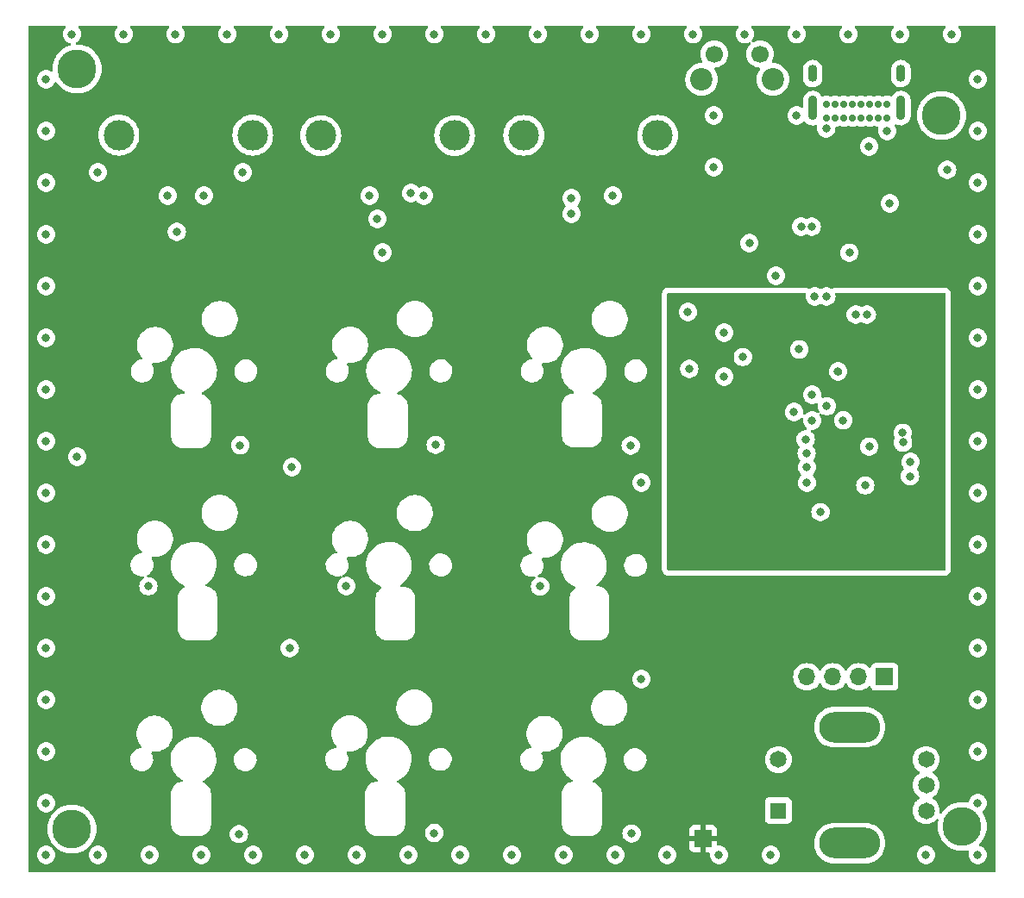
<source format=gbr>
%TF.GenerationSoftware,KiCad,Pcbnew,(7.0.0)*%
%TF.CreationDate,2023-06-18T19:08:54+02:00*%
%TF.ProjectId,Macro_Keyboard,4d616372-6f5f-44b6-9579-626f6172642e,rev?*%
%TF.SameCoordinates,Original*%
%TF.FileFunction,Copper,L3,Inr*%
%TF.FilePolarity,Positive*%
%FSLAX46Y46*%
G04 Gerber Fmt 4.6, Leading zero omitted, Abs format (unit mm)*
G04 Created by KiCad (PCBNEW (7.0.0)) date 2023-06-18 19:08:54*
%MOMM*%
%LPD*%
G01*
G04 APERTURE LIST*
%TA.AperFunction,ComponentPad*%
%ADD10R,1.650000X1.650000*%
%TD*%
%TA.AperFunction,ComponentPad*%
%ADD11C,1.650000*%
%TD*%
%TA.AperFunction,ComponentPad*%
%ADD12O,6.000000X3.000000*%
%TD*%
%TA.AperFunction,ComponentPad*%
%ADD13C,0.700000*%
%TD*%
%TA.AperFunction,ComponentPad*%
%ADD14O,0.900000X2.400000*%
%TD*%
%TA.AperFunction,ComponentPad*%
%ADD15O,0.900000X1.700000*%
%TD*%
%TA.AperFunction,ComponentPad*%
%ADD16C,3.800000*%
%TD*%
%TA.AperFunction,ComponentPad*%
%ADD17C,2.200000*%
%TD*%
%TA.AperFunction,ComponentPad*%
%ADD18C,1.700000*%
%TD*%
%TA.AperFunction,ComponentPad*%
%ADD19C,3.000000*%
%TD*%
%TA.AperFunction,ComponentPad*%
%ADD20R,1.700000X1.700000*%
%TD*%
%TA.AperFunction,ComponentPad*%
%ADD21O,1.700000X1.700000*%
%TD*%
%TA.AperFunction,ViaPad*%
%ADD22C,0.800000*%
%TD*%
G04 APERTURE END LIST*
D10*
%TO.N,BOOT*%
%TO.C,MT1*%
X135369999Y-117559999D03*
D11*
%TO.N,Net-(MT1-Pad2)*%
X135370000Y-112560000D03*
%TO.N,Net-(C45-Pad1)*%
X149870000Y-117560000D03*
%TO.N,Net-(C46-Pad1)*%
X149870000Y-112560000D03*
%TO.N,GND*%
X149870000Y-115060000D03*
D12*
X142369999Y-120759999D03*
X142369999Y-109359999D03*
%TD*%
D13*
%TO.N,GND*%
%TO.C,J1*%
X146045000Y-49525000D03*
%TO.N,Net-(FB6-Pad1)*%
X145195000Y-49525000D03*
%TO.N,Net-(J1-CC1)*%
X144345000Y-49525000D03*
%TO.N,/USB/D_P0*%
X143495000Y-49525000D03*
%TO.N,/USB/D_N0*%
X142645000Y-49525000D03*
%TO.N,unconnected-(J1-SBU1-PadA8)*%
X141795000Y-49525000D03*
%TO.N,Net-(FB6-Pad1)*%
X140945000Y-49525000D03*
%TO.N,GND*%
X140095000Y-49525000D03*
X140095000Y-48175000D03*
%TO.N,Net-(FB6-Pad1)*%
X140945000Y-48175000D03*
%TO.N,Net-(J1-CC2)*%
X141795000Y-48175000D03*
%TO.N,/USB/D_P0*%
X142645000Y-48175000D03*
%TO.N,/USB/D_N0*%
X143495000Y-48175000D03*
%TO.N,unconnected-(J1-SBU2-PadB8)*%
X144345000Y-48175000D03*
%TO.N,Net-(FB6-Pad1)*%
X145195000Y-48175000D03*
%TO.N,GND*%
X146045000Y-48175000D03*
D14*
%TO.N,Net-(J1-SHIELD)*%
X147394999Y-48544999D03*
D15*
X147394999Y-45164999D03*
D14*
X138744999Y-48544999D03*
D15*
X138744999Y-45164999D03*
%TD*%
D16*
%TO.N,GND*%
%TO.C,H3*%
X153416000Y-119126000D03*
%TD*%
%TO.N,GND*%
%TO.C,H4*%
X151384000Y-49276000D03*
%TD*%
%TO.N,GND*%
%TO.C,H2*%
X66040000Y-119380000D03*
%TD*%
D17*
%TO.N,*%
%TO.C,SW1*%
X127830000Y-45730000D03*
X134830000Y-45730000D03*
D18*
%TO.N,GND*%
X129080000Y-43230000D03*
%TO.N,Net-(U1-NRST)*%
X133580000Y-43230000D03*
%TD*%
D16*
%TO.N,GND*%
%TO.C,H1*%
X66548000Y-44704000D03*
%TD*%
D19*
%TO.N,GND*%
%TO.C,J2*%
X123514000Y-51220043D03*
X110374000Y-51220043D03*
%TD*%
D20*
%TO.N,+3.3V*%
%TO.C,U4*%
X145785999Y-104418999D03*
D21*
%TO.N,GND*%
X143245999Y-104418999D03*
%TO.N,SCK*%
X140705999Y-104418999D03*
%TO.N,SDA*%
X138165999Y-104418999D03*
%TD*%
D19*
%TO.N,GND*%
%TO.C,J4*%
X83781826Y-51216189D03*
X70641826Y-51216189D03*
%TD*%
%TO.N,GND*%
%TO.C,J3*%
X103598000Y-51244000D03*
X90458000Y-51244000D03*
%TD*%
D20*
%TO.N,+5V*%
%TO.C,TP1*%
X127969999Y-120319999D03*
%TD*%
D22*
%TO.N,+5V*%
X72898000Y-118110000D03*
X71836529Y-95488991D03*
X110236000Y-95504000D03*
X141224000Y-74422000D03*
X138938000Y-55499000D03*
X92456000Y-80010000D03*
X101854000Y-59436000D03*
X124255625Y-118442942D03*
X105068653Y-80338027D03*
X120650000Y-58928000D03*
X72898000Y-80010000D03*
X81963080Y-60710111D03*
X91737705Y-58454344D03*
X91207273Y-95500191D03*
X68580000Y-56388000D03*
X84141199Y-119923621D03*
X111506000Y-80010000D03*
X152933791Y-67548852D03*
X91948000Y-118110000D03*
X115316000Y-61214000D03*
X111252000Y-118110000D03*
X84300764Y-81692800D03*
X122584793Y-81769409D03*
X102616000Y-97536000D03*
X83084504Y-97451665D03*
X121412000Y-97536000D03*
X103302654Y-119759201D03*
X144272000Y-54356000D03*
%TO.N,GND*%
X141723124Y-79219773D03*
X149860000Y-121920000D03*
X154940000Y-71120000D03*
X154940000Y-66040000D03*
X91440000Y-41275000D03*
X154940000Y-96520000D03*
X76200000Y-41275000D03*
X137160000Y-41275000D03*
X78994000Y-57150000D03*
X144290474Y-81806662D03*
X101600000Y-41275000D03*
X63500000Y-91440000D03*
X63500000Y-111760000D03*
X86360000Y-41275000D03*
X104140000Y-121920000D03*
X76327000Y-60697670D03*
X99060000Y-121920000D03*
X99314000Y-56896000D03*
X139497290Y-88241931D03*
X121920000Y-41275000D03*
X120875448Y-81698070D03*
X111983537Y-95542083D03*
X63500000Y-50800000D03*
X63500000Y-116840000D03*
X124460000Y-121920000D03*
X75438000Y-57150000D03*
X101583806Y-119762501D03*
X146050000Y-50800000D03*
X82422177Y-119874709D03*
X154940000Y-106680000D03*
X129032000Y-49276000D03*
X137414000Y-72257452D03*
X88900000Y-121920000D03*
X68580000Y-121920000D03*
X63500000Y-66040000D03*
X152400000Y-41275000D03*
X154940000Y-121920000D03*
X154940000Y-50800000D03*
X154940000Y-91440000D03*
X119380000Y-121920000D03*
X126619000Y-74168000D03*
X154940000Y-86360000D03*
X63500000Y-71120000D03*
X131889236Y-73004482D03*
X154940000Y-55880000D03*
X154940000Y-76200000D03*
X71120000Y-41275000D03*
X154940000Y-81280000D03*
X154940000Y-45720000D03*
X83820000Y-121920000D03*
X93980000Y-121920000D03*
X148290542Y-84712358D03*
X78740000Y-121920000D03*
X106680000Y-41275000D03*
X154940000Y-101600000D03*
X129540000Y-121920000D03*
X119126000Y-57150000D03*
X137160000Y-49276000D03*
X144272000Y-52324000D03*
X63500000Y-86360000D03*
X130048000Y-74930000D03*
X146304000Y-57912000D03*
X111760000Y-41275000D03*
X92959072Y-95495264D03*
X63500000Y-81280000D03*
X136906000Y-78398500D03*
X132526952Y-61806889D03*
X66040000Y-41275000D03*
X73660000Y-121920000D03*
X114300000Y-121920000D03*
X134620000Y-121920000D03*
X116840000Y-41275000D03*
X63500000Y-96520000D03*
X63500000Y-101600000D03*
X81280000Y-41275000D03*
X154940000Y-60960000D03*
X140116912Y-77831214D03*
X63500000Y-55880000D03*
X82548437Y-81665473D03*
X115062000Y-57404000D03*
X147320000Y-41275000D03*
X101734167Y-81637705D03*
X63500000Y-106680000D03*
X95250000Y-57150000D03*
X63500000Y-60960000D03*
X120965670Y-119815129D03*
X63500000Y-76200000D03*
X96520000Y-41275000D03*
X63500000Y-45720000D03*
X115062000Y-58928000D03*
X109220000Y-121920000D03*
X151932416Y-54603927D03*
X154940000Y-116840000D03*
X132080000Y-41275000D03*
X63500000Y-121920000D03*
X96012000Y-59436000D03*
X127000000Y-41275000D03*
X140068300Y-50546988D03*
X73539210Y-95526486D03*
X154940000Y-111760000D03*
X142240000Y-41275000D03*
%TO.N,+3.3V*%
X150876000Y-81534000D03*
X146964198Y-86673133D03*
X141250036Y-76735612D03*
X145796000Y-83312000D03*
X129032000Y-69469000D03*
X131864003Y-79557697D03*
X129032000Y-54356000D03*
%TO.N,Net-(U1-NRST)*%
X143894167Y-85618468D03*
%TO.N,Net-(U1-PH3)*%
X148336000Y-83312000D03*
%TO.N,/USB/AVDD*%
X135128000Y-65024000D03*
X142341000Y-62756284D03*
%TO.N,/USB/X1*%
X138938000Y-67056000D03*
%TO.N,/USB/X2*%
X140081000Y-67056000D03*
%TO.N,Net-(J3-VBUS)*%
X100584000Y-57150000D03*
X96520000Y-62738000D03*
%TO.N,Net-(J4-VBUS)*%
X68580000Y-54864000D03*
X82804000Y-54864000D03*
%TO.N,COL 2*%
X130048000Y-70612000D03*
X138684000Y-76708000D03*
%TO.N,COL 1*%
X87620891Y-83808054D03*
X87408926Y-101600000D03*
X138044295Y-81090806D03*
%TO.N,COL 0*%
X66548000Y-82804000D03*
X138684000Y-79248000D03*
%TO.N,Rotary_A*%
X147571918Y-80450103D03*
%TO.N,Rotary_B*%
X147601026Y-81399159D03*
%TO.N,ROW 0*%
X126492000Y-68580000D03*
X138139692Y-82466295D03*
%TO.N,ROW 1*%
X138176000Y-83820000D03*
X121920000Y-85344000D03*
%TO.N,ROW 2*%
X138176000Y-85344000D03*
X121920000Y-104648000D03*
%TO.N,/USB/D_P0*%
X137591000Y-60198000D03*
%TO.N,/USB/D_N0*%
X138641000Y-60198000D03*
%TO.N,USBD_N*%
X142952497Y-68834000D03*
%TO.N,USBD_P*%
X144051298Y-68828972D03*
%TD*%
%TA.AperFunction,Conductor*%
%TO.N,+3.3V*%
G36*
X138000576Y-66688515D02*
G01*
X138044599Y-66726115D01*
X138066754Y-66779602D01*
X138062212Y-66837318D01*
X138054333Y-66861564D01*
X138054331Y-66861573D01*
X138052326Y-66867744D01*
X138051648Y-66874194D01*
X138051646Y-66874204D01*
X138033962Y-67042464D01*
X138032540Y-67056000D01*
X138033219Y-67062460D01*
X138051646Y-67237795D01*
X138051647Y-67237803D01*
X138052326Y-67244256D01*
X138054331Y-67250428D01*
X138054333Y-67250435D01*
X138108813Y-67418105D01*
X138110821Y-67424284D01*
X138205467Y-67588216D01*
X138332129Y-67728888D01*
X138485270Y-67840151D01*
X138658197Y-67917144D01*
X138843354Y-67956500D01*
X139026143Y-67956500D01*
X139032646Y-67956500D01*
X139217803Y-67917144D01*
X139390730Y-67840151D01*
X139436614Y-67806813D01*
X139483719Y-67785842D01*
X139535281Y-67785842D01*
X139582385Y-67806813D01*
X139628270Y-67840151D01*
X139801197Y-67917144D01*
X139986354Y-67956500D01*
X140169143Y-67956500D01*
X140175646Y-67956500D01*
X140360803Y-67917144D01*
X140533730Y-67840151D01*
X140686871Y-67728888D01*
X140813533Y-67588216D01*
X140908179Y-67424284D01*
X140966674Y-67244256D01*
X140986460Y-67056000D01*
X140966674Y-66867744D01*
X140956788Y-66837318D01*
X140952246Y-66779602D01*
X140974401Y-66726115D01*
X141018424Y-66688515D01*
X141074719Y-66675000D01*
X151641000Y-66675000D01*
X151703000Y-66691613D01*
X151748387Y-66737000D01*
X151765000Y-66799000D01*
X151765000Y-93856000D01*
X151748387Y-93918000D01*
X151703000Y-93963387D01*
X151641000Y-93980000D01*
X124584000Y-93980000D01*
X124522000Y-93963387D01*
X124476613Y-93918000D01*
X124460000Y-93856000D01*
X124460000Y-88241931D01*
X138591830Y-88241931D01*
X138592509Y-88248391D01*
X138610936Y-88423726D01*
X138610937Y-88423734D01*
X138611616Y-88430187D01*
X138613621Y-88436359D01*
X138613623Y-88436366D01*
X138668103Y-88604036D01*
X138670111Y-88610215D01*
X138764757Y-88774147D01*
X138891419Y-88914819D01*
X139044560Y-89026082D01*
X139217487Y-89103075D01*
X139402644Y-89142431D01*
X139585433Y-89142431D01*
X139591936Y-89142431D01*
X139777093Y-89103075D01*
X139950020Y-89026082D01*
X140103161Y-88914819D01*
X140229823Y-88774147D01*
X140324469Y-88610215D01*
X140382964Y-88430187D01*
X140402750Y-88241931D01*
X140382964Y-88053675D01*
X140324469Y-87873647D01*
X140229823Y-87709715D01*
X140103161Y-87569043D01*
X140097903Y-87565223D01*
X140097901Y-87565221D01*
X139955278Y-87461600D01*
X139955277Y-87461599D01*
X139950020Y-87457780D01*
X139944082Y-87455136D01*
X139783035Y-87383432D01*
X139783030Y-87383430D01*
X139777093Y-87380787D01*
X139770734Y-87379435D01*
X139770730Y-87379434D01*
X139598298Y-87342783D01*
X139598295Y-87342782D01*
X139591936Y-87341431D01*
X139402644Y-87341431D01*
X139396285Y-87342782D01*
X139396281Y-87342783D01*
X139223849Y-87379434D01*
X139223842Y-87379436D01*
X139217487Y-87380787D01*
X139211552Y-87383429D01*
X139211544Y-87383432D01*
X139050497Y-87455136D01*
X139050492Y-87455138D01*
X139044560Y-87457780D01*
X139039306Y-87461596D01*
X139039301Y-87461600D01*
X138896678Y-87565221D01*
X138896671Y-87565226D01*
X138891419Y-87569043D01*
X138887074Y-87573868D01*
X138887069Y-87573873D01*
X138769103Y-87704887D01*
X138769098Y-87704893D01*
X138764757Y-87709715D01*
X138761512Y-87715335D01*
X138761508Y-87715341D01*
X138673359Y-87868020D01*
X138673356Y-87868025D01*
X138670111Y-87873647D01*
X138668105Y-87879819D01*
X138668103Y-87879825D01*
X138613623Y-88047495D01*
X138613621Y-88047504D01*
X138611616Y-88053675D01*
X138610938Y-88060125D01*
X138610936Y-88060135D01*
X138593252Y-88228395D01*
X138591830Y-88241931D01*
X124460000Y-88241931D01*
X124460000Y-78398500D01*
X136000540Y-78398500D01*
X136001219Y-78404959D01*
X136001219Y-78404960D01*
X136019646Y-78580295D01*
X136019647Y-78580303D01*
X136020326Y-78586756D01*
X136022331Y-78592928D01*
X136022333Y-78592935D01*
X136062250Y-78715784D01*
X136078821Y-78766784D01*
X136082068Y-78772408D01*
X136082069Y-78772410D01*
X136124476Y-78845862D01*
X136173467Y-78930716D01*
X136177811Y-78935541D01*
X136177813Y-78935543D01*
X136284080Y-79053564D01*
X136300129Y-79071388D01*
X136305387Y-79075208D01*
X136305388Y-79075209D01*
X136376699Y-79127019D01*
X136453270Y-79182651D01*
X136626197Y-79259644D01*
X136811354Y-79299000D01*
X136994143Y-79299000D01*
X137000646Y-79299000D01*
X137185803Y-79259644D01*
X137358730Y-79182651D01*
X137511871Y-79071388D01*
X137579436Y-78996348D01*
X137630805Y-78962219D01*
X137692264Y-78957058D01*
X137748607Y-78982144D01*
X137785896Y-79031270D01*
X137794906Y-79092283D01*
X137778540Y-79248000D01*
X137779219Y-79254460D01*
X137797646Y-79429795D01*
X137797647Y-79429803D01*
X137798326Y-79436256D01*
X137800331Y-79442428D01*
X137800333Y-79442435D01*
X137848802Y-79591604D01*
X137856821Y-79616284D01*
X137860068Y-79621908D01*
X137860069Y-79621910D01*
X137947527Y-79773393D01*
X137951467Y-79780216D01*
X138078129Y-79920888D01*
X138083387Y-79924708D01*
X138083388Y-79924709D01*
X138140204Y-79965988D01*
X138179517Y-80013509D01*
X138191074Y-80074092D01*
X138172016Y-80132748D01*
X138127056Y-80174968D01*
X138067319Y-80190306D01*
X137949649Y-80190306D01*
X137943290Y-80191657D01*
X137943286Y-80191658D01*
X137770854Y-80228309D01*
X137770847Y-80228311D01*
X137764492Y-80229662D01*
X137758557Y-80232304D01*
X137758549Y-80232307D01*
X137597502Y-80304011D01*
X137597497Y-80304013D01*
X137591565Y-80306655D01*
X137586311Y-80310471D01*
X137586306Y-80310475D01*
X137443683Y-80414096D01*
X137443676Y-80414101D01*
X137438424Y-80417918D01*
X137434079Y-80422743D01*
X137434074Y-80422748D01*
X137316108Y-80553762D01*
X137316103Y-80553768D01*
X137311762Y-80558590D01*
X137308517Y-80564210D01*
X137308513Y-80564216D01*
X137220364Y-80716895D01*
X137220361Y-80716900D01*
X137217116Y-80722522D01*
X137215110Y-80728694D01*
X137215108Y-80728700D01*
X137160628Y-80896370D01*
X137160626Y-80896379D01*
X137158621Y-80902550D01*
X137157943Y-80909000D01*
X137157941Y-80909010D01*
X137140257Y-81077270D01*
X137138835Y-81090806D01*
X137139514Y-81097266D01*
X137157941Y-81272601D01*
X137157942Y-81272609D01*
X137158621Y-81279062D01*
X137160626Y-81285234D01*
X137160628Y-81285241D01*
X137215108Y-81452911D01*
X137217116Y-81459090D01*
X137311762Y-81623022D01*
X137316106Y-81627847D01*
X137316108Y-81627849D01*
X137424790Y-81748552D01*
X137452956Y-81801524D01*
X137452958Y-81861519D01*
X137424794Y-81914492D01*
X137414660Y-81925748D01*
X137407159Y-81934079D01*
X137403914Y-81939699D01*
X137403910Y-81939705D01*
X137315761Y-82092384D01*
X137315758Y-82092389D01*
X137312513Y-82098011D01*
X137310507Y-82104183D01*
X137310505Y-82104189D01*
X137256025Y-82271859D01*
X137256023Y-82271868D01*
X137254018Y-82278039D01*
X137253340Y-82284489D01*
X137253338Y-82284499D01*
X137247116Y-82343705D01*
X137234232Y-82466295D01*
X137234911Y-82472755D01*
X137253338Y-82648090D01*
X137253339Y-82648098D01*
X137254018Y-82654551D01*
X137256023Y-82660723D01*
X137256025Y-82660730D01*
X137296537Y-82785410D01*
X137312513Y-82834579D01*
X137407159Y-82998511D01*
X137480837Y-83080339D01*
X137509003Y-83133310D01*
X137509003Y-83193307D01*
X137480836Y-83246281D01*
X137447814Y-83282955D01*
X137447809Y-83282960D01*
X137443467Y-83287784D01*
X137440222Y-83293404D01*
X137440218Y-83293410D01*
X137352069Y-83446089D01*
X137352066Y-83446094D01*
X137348821Y-83451716D01*
X137346815Y-83457888D01*
X137346813Y-83457894D01*
X137292333Y-83625564D01*
X137292331Y-83625573D01*
X137290326Y-83631744D01*
X137289648Y-83638194D01*
X137289646Y-83638204D01*
X137271962Y-83806464D01*
X137270540Y-83820000D01*
X137271219Y-83826460D01*
X137289646Y-84001795D01*
X137289647Y-84001803D01*
X137290326Y-84008256D01*
X137292331Y-84014428D01*
X137292333Y-84014435D01*
X137326762Y-84120395D01*
X137348821Y-84188284D01*
X137443467Y-84352216D01*
X137568623Y-84491215D01*
X137568624Y-84491217D01*
X137570129Y-84492888D01*
X137569834Y-84493153D01*
X137603995Y-84547821D01*
X137603995Y-84616179D01*
X137569834Y-84670846D01*
X137570129Y-84671112D01*
X137568624Y-84672782D01*
X137568621Y-84672786D01*
X137565785Y-84675936D01*
X137565781Y-84675940D01*
X137447813Y-84806956D01*
X137447808Y-84806962D01*
X137443467Y-84811784D01*
X137440222Y-84817404D01*
X137440218Y-84817410D01*
X137352069Y-84970089D01*
X137352066Y-84970094D01*
X137348821Y-84975716D01*
X137346815Y-84981888D01*
X137346813Y-84981894D01*
X137292333Y-85149564D01*
X137292331Y-85149573D01*
X137290326Y-85155744D01*
X137289648Y-85162194D01*
X137289646Y-85162204D01*
X137271962Y-85330464D01*
X137270540Y-85344000D01*
X137271219Y-85350460D01*
X137289646Y-85525795D01*
X137289647Y-85525803D01*
X137290326Y-85532256D01*
X137292331Y-85538428D01*
X137292333Y-85538435D01*
X137316239Y-85612008D01*
X137348821Y-85712284D01*
X137352068Y-85717908D01*
X137352069Y-85717910D01*
X137399615Y-85800263D01*
X137443467Y-85876216D01*
X137570129Y-86016888D01*
X137723270Y-86128151D01*
X137896197Y-86205144D01*
X138081354Y-86244500D01*
X138264143Y-86244500D01*
X138270646Y-86244500D01*
X138455803Y-86205144D01*
X138628730Y-86128151D01*
X138781871Y-86016888D01*
X138908533Y-85876216D01*
X139003179Y-85712284D01*
X139033662Y-85618468D01*
X142988707Y-85618468D01*
X142989386Y-85624928D01*
X143007813Y-85800263D01*
X143007814Y-85800271D01*
X143008493Y-85806724D01*
X143010498Y-85812896D01*
X143010500Y-85812903D01*
X143064980Y-85980573D01*
X143066988Y-85986752D01*
X143070235Y-85992376D01*
X143070236Y-85992378D01*
X143150150Y-86130794D01*
X143161634Y-86150684D01*
X143165978Y-86155509D01*
X143165980Y-86155511D01*
X143283946Y-86286525D01*
X143288296Y-86291356D01*
X143441437Y-86402619D01*
X143614364Y-86479612D01*
X143799521Y-86518968D01*
X143982310Y-86518968D01*
X143988813Y-86518968D01*
X144173970Y-86479612D01*
X144346897Y-86402619D01*
X144500038Y-86291356D01*
X144626700Y-86150684D01*
X144721346Y-85986752D01*
X144779841Y-85806724D01*
X144799627Y-85618468D01*
X144779841Y-85430212D01*
X144721346Y-85250184D01*
X144626700Y-85086252D01*
X144500038Y-84945580D01*
X144494780Y-84941760D01*
X144494778Y-84941758D01*
X144352155Y-84838137D01*
X144352154Y-84838136D01*
X144346897Y-84834317D01*
X144296288Y-84811784D01*
X144179912Y-84759969D01*
X144179907Y-84759967D01*
X144173970Y-84757324D01*
X144167611Y-84755972D01*
X144167607Y-84755971D01*
X143995175Y-84719320D01*
X143995172Y-84719319D01*
X143988813Y-84717968D01*
X143799521Y-84717968D01*
X143793162Y-84719319D01*
X143793158Y-84719320D01*
X143620726Y-84755971D01*
X143620719Y-84755973D01*
X143614364Y-84757324D01*
X143608429Y-84759966D01*
X143608421Y-84759969D01*
X143447374Y-84831673D01*
X143447369Y-84831675D01*
X143441437Y-84834317D01*
X143436183Y-84838133D01*
X143436178Y-84838137D01*
X143293555Y-84941758D01*
X143293548Y-84941763D01*
X143288296Y-84945580D01*
X143283951Y-84950405D01*
X143283946Y-84950410D01*
X143165980Y-85081424D01*
X143165975Y-85081430D01*
X143161634Y-85086252D01*
X143158389Y-85091872D01*
X143158385Y-85091878D01*
X143070236Y-85244557D01*
X143070233Y-85244562D01*
X143066988Y-85250184D01*
X143064982Y-85256356D01*
X143064980Y-85256362D01*
X143010500Y-85424032D01*
X143010498Y-85424041D01*
X143008493Y-85430212D01*
X143007815Y-85436662D01*
X143007813Y-85436672D01*
X142993711Y-85570856D01*
X142988707Y-85618468D01*
X139033662Y-85618468D01*
X139061674Y-85532256D01*
X139081460Y-85344000D01*
X139061674Y-85155744D01*
X139003179Y-84975716D01*
X138908533Y-84811784D01*
X138819009Y-84712358D01*
X147385082Y-84712358D01*
X147385761Y-84718818D01*
X147404188Y-84894153D01*
X147404189Y-84894161D01*
X147404868Y-84900614D01*
X147406873Y-84906786D01*
X147406875Y-84906793D01*
X147461355Y-85074463D01*
X147463363Y-85080642D01*
X147558009Y-85244574D01*
X147684671Y-85385246D01*
X147837812Y-85496509D01*
X148010739Y-85573502D01*
X148195896Y-85612858D01*
X148378685Y-85612858D01*
X148385188Y-85612858D01*
X148570345Y-85573502D01*
X148743272Y-85496509D01*
X148896413Y-85385246D01*
X149023075Y-85244574D01*
X149117721Y-85080642D01*
X149176216Y-84900614D01*
X149196002Y-84712358D01*
X149176216Y-84524102D01*
X149117721Y-84344074D01*
X149023075Y-84180142D01*
X148969277Y-84120393D01*
X148941110Y-84067421D01*
X148941110Y-84007424D01*
X148969274Y-83954453D01*
X149068533Y-83844216D01*
X149163179Y-83680284D01*
X149221674Y-83500256D01*
X149241460Y-83312000D01*
X149221674Y-83123744D01*
X149163179Y-82943716D01*
X149068533Y-82779784D01*
X149001925Y-82705809D01*
X148946220Y-82643942D01*
X148946219Y-82643941D01*
X148941871Y-82639112D01*
X148936613Y-82635292D01*
X148936611Y-82635290D01*
X148793988Y-82531669D01*
X148793987Y-82531668D01*
X148788730Y-82527849D01*
X148782792Y-82525205D01*
X148621745Y-82453501D01*
X148621740Y-82453499D01*
X148615803Y-82450856D01*
X148609444Y-82449504D01*
X148609440Y-82449503D01*
X148437008Y-82412852D01*
X148437005Y-82412851D01*
X148430646Y-82411500D01*
X148241354Y-82411500D01*
X148234995Y-82412851D01*
X148234991Y-82412852D01*
X148056197Y-82450856D01*
X148055714Y-82448587D01*
X148008548Y-82451449D01*
X148006724Y-82455857D01*
X147958122Y-82494522D01*
X147889205Y-82525206D01*
X147889200Y-82525208D01*
X147883270Y-82527849D01*
X147878016Y-82531665D01*
X147878011Y-82531669D01*
X147735388Y-82635290D01*
X147735381Y-82635295D01*
X147730129Y-82639112D01*
X147725784Y-82643937D01*
X147725779Y-82643942D01*
X147607813Y-82774956D01*
X147607808Y-82774962D01*
X147603467Y-82779784D01*
X147600222Y-82785404D01*
X147600218Y-82785410D01*
X147512069Y-82938089D01*
X147512066Y-82938094D01*
X147508821Y-82943716D01*
X147506815Y-82949888D01*
X147506813Y-82949894D01*
X147452333Y-83117564D01*
X147452331Y-83117573D01*
X147450326Y-83123744D01*
X147449648Y-83130194D01*
X147449646Y-83130204D01*
X147441685Y-83205958D01*
X147430540Y-83312000D01*
X147431219Y-83318460D01*
X147449646Y-83493795D01*
X147449647Y-83493803D01*
X147450326Y-83500256D01*
X147452331Y-83506428D01*
X147452333Y-83506435D01*
X147491041Y-83625564D01*
X147508821Y-83680284D01*
X147512068Y-83685908D01*
X147512069Y-83685910D01*
X147593215Y-83826460D01*
X147603467Y-83844216D01*
X147657265Y-83903965D01*
X147685431Y-83956936D01*
X147685431Y-84016933D01*
X147657264Y-84069907D01*
X147562356Y-84175313D01*
X147562351Y-84175319D01*
X147558009Y-84180142D01*
X147554764Y-84185762D01*
X147554760Y-84185768D01*
X147466611Y-84338447D01*
X147466608Y-84338452D01*
X147463363Y-84344074D01*
X147461357Y-84350246D01*
X147461355Y-84350252D01*
X147406875Y-84517922D01*
X147406873Y-84517931D01*
X147404868Y-84524102D01*
X147404190Y-84530552D01*
X147404188Y-84530562D01*
X147388909Y-84675947D01*
X147385082Y-84712358D01*
X138819009Y-84712358D01*
X138781871Y-84671112D01*
X138781871Y-84671111D01*
X138782166Y-84670846D01*
X138748005Y-84616181D01*
X138748005Y-84547819D01*
X138782166Y-84493153D01*
X138781871Y-84492888D01*
X138781871Y-84492887D01*
X138908533Y-84352216D01*
X139003179Y-84188284D01*
X139061674Y-84008256D01*
X139081460Y-83820000D01*
X139061674Y-83631744D01*
X139003179Y-83451716D01*
X138908533Y-83287784D01*
X138834853Y-83205954D01*
X138806688Y-83152983D01*
X138806689Y-83092985D01*
X138834855Y-83040013D01*
X138872225Y-82998511D01*
X138966871Y-82834579D01*
X139025366Y-82654551D01*
X139045152Y-82466295D01*
X139025366Y-82278039D01*
X138966871Y-82098011D01*
X138872225Y-81934079D01*
X138813760Y-81869148D01*
X138759196Y-81808547D01*
X138758194Y-81806662D01*
X143385014Y-81806662D01*
X143385693Y-81813122D01*
X143404120Y-81988457D01*
X143404121Y-81988465D01*
X143404800Y-81994918D01*
X143406805Y-82001090D01*
X143406807Y-82001097D01*
X143461287Y-82168767D01*
X143463295Y-82174946D01*
X143466542Y-82180570D01*
X143466543Y-82180572D01*
X143522815Y-82278039D01*
X143557941Y-82338878D01*
X143562285Y-82343703D01*
X143562287Y-82343705D01*
X143656724Y-82448587D01*
X143684603Y-82479550D01*
X143837744Y-82590813D01*
X144010671Y-82667806D01*
X144195828Y-82707162D01*
X144378617Y-82707162D01*
X144385120Y-82707162D01*
X144570277Y-82667806D01*
X144743204Y-82590813D01*
X144896345Y-82479550D01*
X145023007Y-82338878D01*
X145117653Y-82174946D01*
X145176148Y-81994918D01*
X145195934Y-81806662D01*
X145177141Y-81627854D01*
X145176827Y-81624866D01*
X145176826Y-81624865D01*
X145176148Y-81618406D01*
X145117653Y-81438378D01*
X145023007Y-81274446D01*
X144965792Y-81210903D01*
X144900694Y-81138604D01*
X144900693Y-81138603D01*
X144896345Y-81133774D01*
X144891087Y-81129954D01*
X144891085Y-81129952D01*
X144748462Y-81026331D01*
X144748461Y-81026330D01*
X144743204Y-81022511D01*
X144719226Y-81011835D01*
X144576219Y-80948163D01*
X144576214Y-80948161D01*
X144570277Y-80945518D01*
X144563918Y-80944166D01*
X144563914Y-80944165D01*
X144391482Y-80907514D01*
X144391479Y-80907513D01*
X144385120Y-80906162D01*
X144195828Y-80906162D01*
X144189469Y-80907513D01*
X144189465Y-80907514D01*
X144017033Y-80944165D01*
X144017026Y-80944167D01*
X144010671Y-80945518D01*
X144004736Y-80948160D01*
X144004728Y-80948163D01*
X143843681Y-81019867D01*
X143843676Y-81019869D01*
X143837744Y-81022511D01*
X143832490Y-81026327D01*
X143832485Y-81026331D01*
X143689862Y-81129952D01*
X143689855Y-81129957D01*
X143684603Y-81133774D01*
X143680258Y-81138599D01*
X143680253Y-81138604D01*
X143562287Y-81269618D01*
X143562282Y-81269624D01*
X143557941Y-81274446D01*
X143554696Y-81280066D01*
X143554692Y-81280072D01*
X143466543Y-81432751D01*
X143466540Y-81432756D01*
X143463295Y-81438378D01*
X143461289Y-81444550D01*
X143461287Y-81444556D01*
X143406807Y-81612226D01*
X143406805Y-81612235D01*
X143404800Y-81618406D01*
X143404122Y-81624856D01*
X143404120Y-81624866D01*
X143389785Y-81761264D01*
X143385014Y-81806662D01*
X138758194Y-81806662D01*
X138731029Y-81755572D01*
X138731030Y-81695574D01*
X138759198Y-81642601D01*
X138776828Y-81623022D01*
X138871474Y-81459090D01*
X138929969Y-81279062D01*
X138949755Y-81090806D01*
X138929969Y-80902550D01*
X138871474Y-80722522D01*
X138776828Y-80558590D01*
X138679146Y-80450103D01*
X146666458Y-80450103D01*
X146667137Y-80456563D01*
X146685564Y-80631898D01*
X146685565Y-80631906D01*
X146686244Y-80638359D01*
X146688249Y-80644531D01*
X146688251Y-80644538D01*
X146742729Y-80812203D01*
X146742731Y-80812208D01*
X146744739Y-80818387D01*
X146784837Y-80887840D01*
X146801450Y-80949837D01*
X146784839Y-81011835D01*
X146777095Y-81025248D01*
X146777092Y-81025253D01*
X146773847Y-81030875D01*
X146771841Y-81037047D01*
X146771839Y-81037053D01*
X146717359Y-81204723D01*
X146717357Y-81204732D01*
X146715352Y-81210903D01*
X146714674Y-81217353D01*
X146714672Y-81217363D01*
X146696988Y-81385623D01*
X146695566Y-81399159D01*
X146696245Y-81405619D01*
X146714672Y-81580954D01*
X146714673Y-81580962D01*
X146715352Y-81587415D01*
X146717357Y-81593587D01*
X146717359Y-81593594D01*
X146750495Y-81695574D01*
X146773847Y-81767443D01*
X146777094Y-81773067D01*
X146777095Y-81773069D01*
X146858745Y-81914492D01*
X146868493Y-81931375D01*
X146872837Y-81936200D01*
X146872839Y-81936202D01*
X146931271Y-82001097D01*
X146995155Y-82072047D01*
X147000413Y-82075867D01*
X147000414Y-82075868D01*
X147039395Y-82104189D01*
X147148296Y-82183310D01*
X147321223Y-82260303D01*
X147506380Y-82299659D01*
X147689169Y-82299659D01*
X147695672Y-82299659D01*
X147880829Y-82260303D01*
X147881315Y-82262593D01*
X147928492Y-82259681D01*
X147930316Y-82255281D01*
X147978901Y-82216637D01*
X148053756Y-82183310D01*
X148206897Y-82072047D01*
X148333559Y-81931375D01*
X148428205Y-81767443D01*
X148486700Y-81587415D01*
X148506486Y-81399159D01*
X148486700Y-81210903D01*
X148428205Y-81030875D01*
X148388105Y-80961420D01*
X148371493Y-80899419D01*
X148388108Y-80837419D01*
X148399097Y-80818387D01*
X148457592Y-80638359D01*
X148477378Y-80450103D01*
X148457592Y-80261847D01*
X148399097Y-80081819D01*
X148304451Y-79917887D01*
X148277387Y-79887830D01*
X148182138Y-79782045D01*
X148182137Y-79782044D01*
X148177789Y-79777215D01*
X148172531Y-79773395D01*
X148172529Y-79773393D01*
X148029906Y-79669772D01*
X148029905Y-79669771D01*
X148024648Y-79665952D01*
X148018710Y-79663308D01*
X147857663Y-79591604D01*
X147857658Y-79591602D01*
X147851721Y-79588959D01*
X147845362Y-79587607D01*
X147845358Y-79587606D01*
X147672926Y-79550955D01*
X147672923Y-79550954D01*
X147666564Y-79549603D01*
X147477272Y-79549603D01*
X147470913Y-79550954D01*
X147470909Y-79550955D01*
X147298477Y-79587606D01*
X147298470Y-79587608D01*
X147292115Y-79588959D01*
X147286180Y-79591601D01*
X147286172Y-79591604D01*
X147125125Y-79663308D01*
X147125120Y-79663310D01*
X147119188Y-79665952D01*
X147113934Y-79669768D01*
X147113929Y-79669772D01*
X146971306Y-79773393D01*
X146971299Y-79773398D01*
X146966047Y-79777215D01*
X146961702Y-79782040D01*
X146961697Y-79782045D01*
X146843731Y-79913059D01*
X146843726Y-79913065D01*
X146839385Y-79917887D01*
X146836140Y-79923507D01*
X146836136Y-79923513D01*
X146747987Y-80076192D01*
X146747984Y-80076197D01*
X146744739Y-80081819D01*
X146742733Y-80087991D01*
X146742731Y-80087997D01*
X146688251Y-80255667D01*
X146688249Y-80255676D01*
X146686244Y-80261847D01*
X146685566Y-80268297D01*
X146685564Y-80268307D01*
X146670242Y-80414096D01*
X146666458Y-80450103D01*
X138679146Y-80450103D01*
X138650166Y-80417918D01*
X138644908Y-80414098D01*
X138644906Y-80414096D01*
X138588091Y-80372818D01*
X138548778Y-80325297D01*
X138537221Y-80264714D01*
X138556279Y-80206058D01*
X138601239Y-80163838D01*
X138660976Y-80148500D01*
X138772143Y-80148500D01*
X138778646Y-80148500D01*
X138963803Y-80109144D01*
X139136730Y-80032151D01*
X139289871Y-79920888D01*
X139416533Y-79780216D01*
X139511179Y-79616284D01*
X139569674Y-79436256D01*
X139589460Y-79248000D01*
X139586493Y-79219773D01*
X140817664Y-79219773D01*
X140818343Y-79226233D01*
X140836770Y-79401568D01*
X140836771Y-79401576D01*
X140837450Y-79408029D01*
X140839455Y-79414201D01*
X140839457Y-79414208D01*
X140893937Y-79581878D01*
X140895945Y-79588057D01*
X140899192Y-79593681D01*
X140899193Y-79593683D01*
X140940917Y-79665952D01*
X140990591Y-79751989D01*
X140994935Y-79756814D01*
X140994937Y-79756816D01*
X141020353Y-79785043D01*
X141117253Y-79892661D01*
X141122511Y-79896481D01*
X141122512Y-79896482D01*
X141149455Y-79916057D01*
X141270394Y-80003924D01*
X141443321Y-80080917D01*
X141628478Y-80120273D01*
X141811267Y-80120273D01*
X141817770Y-80120273D01*
X142002927Y-80080917D01*
X142175854Y-80003924D01*
X142328995Y-79892661D01*
X142455657Y-79751989D01*
X142550303Y-79588057D01*
X142608798Y-79408029D01*
X142628584Y-79219773D01*
X142608798Y-79031517D01*
X142550303Y-78851489D01*
X142455657Y-78687557D01*
X142421975Y-78650150D01*
X142333344Y-78551715D01*
X142333343Y-78551714D01*
X142328995Y-78546885D01*
X142323737Y-78543065D01*
X142323735Y-78543063D01*
X142181112Y-78439442D01*
X142181111Y-78439441D01*
X142175854Y-78435622D01*
X142169916Y-78432978D01*
X142008869Y-78361274D01*
X142008864Y-78361272D01*
X142002927Y-78358629D01*
X141996568Y-78357277D01*
X141996564Y-78357276D01*
X141824132Y-78320625D01*
X141824129Y-78320624D01*
X141817770Y-78319273D01*
X141628478Y-78319273D01*
X141622119Y-78320624D01*
X141622115Y-78320625D01*
X141449683Y-78357276D01*
X141449676Y-78357278D01*
X141443321Y-78358629D01*
X141437386Y-78361271D01*
X141437378Y-78361274D01*
X141276331Y-78432978D01*
X141276326Y-78432980D01*
X141270394Y-78435622D01*
X141265140Y-78439438D01*
X141265135Y-78439442D01*
X141122512Y-78543063D01*
X141122505Y-78543068D01*
X141117253Y-78546885D01*
X141112908Y-78551710D01*
X141112903Y-78551715D01*
X140994937Y-78682729D01*
X140994932Y-78682735D01*
X140990591Y-78687557D01*
X140987346Y-78693177D01*
X140987342Y-78693183D01*
X140899193Y-78845862D01*
X140899190Y-78845867D01*
X140895945Y-78851489D01*
X140893939Y-78857661D01*
X140893937Y-78857667D01*
X140839457Y-79025337D01*
X140839455Y-79025346D01*
X140837450Y-79031517D01*
X140836772Y-79037967D01*
X140836770Y-79037977D01*
X140821288Y-79185294D01*
X140817664Y-79219773D01*
X139586493Y-79219773D01*
X139569674Y-79059744D01*
X139511179Y-78879716D01*
X139429407Y-78738083D01*
X139412822Y-78673488D01*
X139432098Y-78609643D01*
X139481660Y-78565017D01*
X139547171Y-78552520D01*
X139609679Y-78575766D01*
X139664182Y-78615365D01*
X139837109Y-78692358D01*
X140022266Y-78731714D01*
X140205055Y-78731714D01*
X140211558Y-78731714D01*
X140396715Y-78692358D01*
X140569642Y-78615365D01*
X140722783Y-78504102D01*
X140849445Y-78363430D01*
X140944091Y-78199498D01*
X141002586Y-78019470D01*
X141022372Y-77831214D01*
X141002586Y-77642958D01*
X140944091Y-77462930D01*
X140849445Y-77298998D01*
X140722783Y-77158326D01*
X140717525Y-77154506D01*
X140717523Y-77154504D01*
X140574900Y-77050883D01*
X140574899Y-77050882D01*
X140569642Y-77047063D01*
X140511765Y-77021294D01*
X140402657Y-76972715D01*
X140402652Y-76972713D01*
X140396715Y-76970070D01*
X140390356Y-76968718D01*
X140390352Y-76968717D01*
X140217920Y-76932066D01*
X140217917Y-76932065D01*
X140211558Y-76930714D01*
X140022266Y-76930714D01*
X140015907Y-76932065D01*
X140015903Y-76932066D01*
X139843471Y-76968717D01*
X139843464Y-76968719D01*
X139837109Y-76970070D01*
X139793982Y-76989271D01*
X139744611Y-77011253D01*
X139681214Y-77021294D01*
X139621290Y-76998291D01*
X139580896Y-76948408D01*
X139570855Y-76885014D01*
X139589460Y-76708000D01*
X139569674Y-76519744D01*
X139511179Y-76339716D01*
X139416533Y-76175784D01*
X139289871Y-76035112D01*
X139284613Y-76031292D01*
X139284611Y-76031290D01*
X139141988Y-75927669D01*
X139141987Y-75927668D01*
X139136730Y-75923849D01*
X139130792Y-75921205D01*
X138969745Y-75849501D01*
X138969740Y-75849499D01*
X138963803Y-75846856D01*
X138957444Y-75845504D01*
X138957440Y-75845503D01*
X138785008Y-75808852D01*
X138785005Y-75808851D01*
X138778646Y-75807500D01*
X138589354Y-75807500D01*
X138582995Y-75808851D01*
X138582991Y-75808852D01*
X138410559Y-75845503D01*
X138410552Y-75845505D01*
X138404197Y-75846856D01*
X138398262Y-75849498D01*
X138398254Y-75849501D01*
X138237207Y-75921205D01*
X138237202Y-75921207D01*
X138231270Y-75923849D01*
X138226016Y-75927665D01*
X138226011Y-75927669D01*
X138083388Y-76031290D01*
X138083381Y-76031295D01*
X138078129Y-76035112D01*
X138073784Y-76039937D01*
X138073779Y-76039942D01*
X137955813Y-76170956D01*
X137955808Y-76170962D01*
X137951467Y-76175784D01*
X137948222Y-76181404D01*
X137948218Y-76181410D01*
X137860069Y-76334089D01*
X137860066Y-76334094D01*
X137856821Y-76339716D01*
X137854815Y-76345888D01*
X137854813Y-76345894D01*
X137800333Y-76513564D01*
X137800331Y-76513573D01*
X137798326Y-76519744D01*
X137797648Y-76526194D01*
X137797646Y-76526204D01*
X137779962Y-76694464D01*
X137778540Y-76708000D01*
X137779219Y-76714459D01*
X137779219Y-76714460D01*
X137797646Y-76889795D01*
X137797647Y-76889803D01*
X137798326Y-76896256D01*
X137800331Y-76902428D01*
X137800333Y-76902435D01*
X137854813Y-77070105D01*
X137856821Y-77076284D01*
X137951467Y-77240216D01*
X137955811Y-77245041D01*
X137955813Y-77245043D01*
X138009460Y-77304624D01*
X138078129Y-77380888D01*
X138231270Y-77492151D01*
X138404197Y-77569144D01*
X138589354Y-77608500D01*
X138772143Y-77608500D01*
X138778646Y-77608500D01*
X138963803Y-77569144D01*
X139056301Y-77527960D01*
X139119695Y-77517919D01*
X139179620Y-77540921D01*
X139220014Y-77590804D01*
X139230056Y-77654201D01*
X139222551Y-77725612D01*
X139211452Y-77831214D01*
X139212131Y-77837674D01*
X139230558Y-78013009D01*
X139230559Y-78013017D01*
X139231238Y-78019470D01*
X139233243Y-78025642D01*
X139233245Y-78025649D01*
X139287725Y-78193319D01*
X139289733Y-78199498D01*
X139292980Y-78205122D01*
X139292981Y-78205124D01*
X139371503Y-78341128D01*
X139388089Y-78405725D01*
X139368813Y-78469570D01*
X139319251Y-78514196D01*
X139253740Y-78526693D01*
X139191231Y-78503446D01*
X139141988Y-78467669D01*
X139141987Y-78467668D01*
X139136730Y-78463849D01*
X139081912Y-78439442D01*
X138969745Y-78389501D01*
X138969740Y-78389499D01*
X138963803Y-78386856D01*
X138957444Y-78385504D01*
X138957440Y-78385503D01*
X138785008Y-78348852D01*
X138785005Y-78348851D01*
X138778646Y-78347500D01*
X138589354Y-78347500D01*
X138582995Y-78348851D01*
X138582991Y-78348852D01*
X138410559Y-78385503D01*
X138410552Y-78385505D01*
X138404197Y-78386856D01*
X138398262Y-78389498D01*
X138398254Y-78389501D01*
X138237207Y-78461205D01*
X138237202Y-78461207D01*
X138231270Y-78463849D01*
X138226016Y-78467665D01*
X138226011Y-78467669D01*
X138083388Y-78571290D01*
X138083381Y-78571295D01*
X138078129Y-78575112D01*
X138073784Y-78579937D01*
X138073778Y-78579943D01*
X138010563Y-78650150D01*
X137959192Y-78684280D01*
X137897734Y-78689440D01*
X137841391Y-78664355D01*
X137804103Y-78615228D01*
X137795093Y-78554219D01*
X137811460Y-78398500D01*
X137791674Y-78210244D01*
X137733179Y-78030216D01*
X137638533Y-77866284D01*
X137612772Y-77837674D01*
X137516220Y-77730442D01*
X137516219Y-77730441D01*
X137511871Y-77725612D01*
X137506613Y-77721792D01*
X137506611Y-77721790D01*
X137363988Y-77618169D01*
X137363987Y-77618168D01*
X137358730Y-77614349D01*
X137352792Y-77611705D01*
X137191745Y-77540001D01*
X137191740Y-77539999D01*
X137185803Y-77537356D01*
X137179444Y-77536004D01*
X137179440Y-77536003D01*
X137007008Y-77499352D01*
X137007005Y-77499351D01*
X137000646Y-77498000D01*
X136811354Y-77498000D01*
X136804995Y-77499351D01*
X136804991Y-77499352D01*
X136632559Y-77536003D01*
X136632552Y-77536005D01*
X136626197Y-77537356D01*
X136620262Y-77539998D01*
X136620254Y-77540001D01*
X136459207Y-77611705D01*
X136459202Y-77611707D01*
X136453270Y-77614349D01*
X136448016Y-77618165D01*
X136448011Y-77618169D01*
X136305388Y-77721790D01*
X136305381Y-77721795D01*
X136300129Y-77725612D01*
X136295784Y-77730437D01*
X136295779Y-77730442D01*
X136177813Y-77861456D01*
X136177808Y-77861462D01*
X136173467Y-77866284D01*
X136170222Y-77871904D01*
X136170218Y-77871910D01*
X136082069Y-78024589D01*
X136082066Y-78024594D01*
X136078821Y-78030216D01*
X136076815Y-78036388D01*
X136076813Y-78036394D01*
X136022333Y-78204064D01*
X136022331Y-78204073D01*
X136020326Y-78210244D01*
X136019648Y-78216694D01*
X136019646Y-78216704D01*
X136001962Y-78384964D01*
X136000540Y-78398500D01*
X124460000Y-78398500D01*
X124460000Y-74168000D01*
X125713540Y-74168000D01*
X125714219Y-74174460D01*
X125732646Y-74349795D01*
X125732647Y-74349803D01*
X125733326Y-74356256D01*
X125735331Y-74362428D01*
X125735333Y-74362435D01*
X125789813Y-74530105D01*
X125791821Y-74536284D01*
X125795068Y-74541908D01*
X125795069Y-74541910D01*
X125834528Y-74610256D01*
X125886467Y-74700216D01*
X125890811Y-74705041D01*
X125890813Y-74705043D01*
X126008779Y-74836057D01*
X126013129Y-74840888D01*
X126166270Y-74952151D01*
X126339197Y-75029144D01*
X126524354Y-75068500D01*
X126707143Y-75068500D01*
X126713646Y-75068500D01*
X126898803Y-75029144D01*
X127071730Y-74952151D01*
X127102218Y-74930000D01*
X129142540Y-74930000D01*
X129143219Y-74936460D01*
X129161646Y-75111795D01*
X129161647Y-75111803D01*
X129162326Y-75118256D01*
X129164331Y-75124428D01*
X129164333Y-75124435D01*
X129216341Y-75284496D01*
X129220821Y-75298284D01*
X129315467Y-75462216D01*
X129442129Y-75602888D01*
X129595270Y-75714151D01*
X129768197Y-75791144D01*
X129953354Y-75830500D01*
X130136143Y-75830500D01*
X130142646Y-75830500D01*
X130327803Y-75791144D01*
X130500730Y-75714151D01*
X130653871Y-75602888D01*
X130780533Y-75462216D01*
X130875179Y-75298284D01*
X130933674Y-75118256D01*
X130953460Y-74930000D01*
X130933674Y-74741744D01*
X130875179Y-74561716D01*
X130794514Y-74422000D01*
X140318540Y-74422000D01*
X140319219Y-74428460D01*
X140337646Y-74603795D01*
X140337647Y-74603803D01*
X140338326Y-74610256D01*
X140340331Y-74616428D01*
X140340333Y-74616435D01*
X140369124Y-74705043D01*
X140396821Y-74790284D01*
X140400068Y-74795908D01*
X140400069Y-74795910D01*
X140488068Y-74948330D01*
X140491467Y-74954216D01*
X140495811Y-74959041D01*
X140495813Y-74959043D01*
X140560150Y-75030496D01*
X140618129Y-75094888D01*
X140623387Y-75098708D01*
X140623388Y-75098709D01*
X140650292Y-75118256D01*
X140771270Y-75206151D01*
X140944197Y-75283144D01*
X141129354Y-75322500D01*
X141312143Y-75322500D01*
X141318646Y-75322500D01*
X141503803Y-75283144D01*
X141676730Y-75206151D01*
X141829871Y-75094888D01*
X141956533Y-74954216D01*
X142051179Y-74790284D01*
X142109674Y-74610256D01*
X142129460Y-74422000D01*
X142109674Y-74233744D01*
X142051179Y-74053716D01*
X141956533Y-73889784D01*
X141829871Y-73749112D01*
X141824613Y-73745292D01*
X141824611Y-73745290D01*
X141681988Y-73641669D01*
X141681987Y-73641668D01*
X141676730Y-73637849D01*
X141670792Y-73635205D01*
X141509745Y-73563501D01*
X141509740Y-73563499D01*
X141503803Y-73560856D01*
X141497444Y-73559504D01*
X141497440Y-73559503D01*
X141325008Y-73522852D01*
X141325005Y-73522851D01*
X141318646Y-73521500D01*
X141129354Y-73521500D01*
X141122995Y-73522851D01*
X141122991Y-73522852D01*
X140950559Y-73559503D01*
X140950552Y-73559505D01*
X140944197Y-73560856D01*
X140938262Y-73563498D01*
X140938254Y-73563501D01*
X140777207Y-73635205D01*
X140777202Y-73635207D01*
X140771270Y-73637849D01*
X140766016Y-73641665D01*
X140766011Y-73641669D01*
X140623388Y-73745290D01*
X140623381Y-73745295D01*
X140618129Y-73749112D01*
X140613784Y-73753937D01*
X140613779Y-73753942D01*
X140495813Y-73884956D01*
X140495808Y-73884962D01*
X140491467Y-73889784D01*
X140488222Y-73895404D01*
X140488218Y-73895410D01*
X140400069Y-74048089D01*
X140400066Y-74048094D01*
X140396821Y-74053716D01*
X140394815Y-74059888D01*
X140394813Y-74059894D01*
X140340333Y-74227564D01*
X140340331Y-74227573D01*
X140338326Y-74233744D01*
X140337648Y-74240194D01*
X140337646Y-74240204D01*
X140321085Y-74397784D01*
X140318540Y-74422000D01*
X130794514Y-74422000D01*
X130780533Y-74397784D01*
X130737323Y-74349795D01*
X130658220Y-74261942D01*
X130658219Y-74261941D01*
X130653871Y-74257112D01*
X130648613Y-74253292D01*
X130648611Y-74253290D01*
X130505988Y-74149669D01*
X130505987Y-74149668D01*
X130500730Y-74145849D01*
X130494792Y-74143205D01*
X130333745Y-74071501D01*
X130333740Y-74071499D01*
X130327803Y-74068856D01*
X130321444Y-74067504D01*
X130321440Y-74067503D01*
X130149008Y-74030852D01*
X130149005Y-74030851D01*
X130142646Y-74029500D01*
X129953354Y-74029500D01*
X129946995Y-74030851D01*
X129946991Y-74030852D01*
X129774559Y-74067503D01*
X129774552Y-74067505D01*
X129768197Y-74068856D01*
X129762262Y-74071498D01*
X129762254Y-74071501D01*
X129601207Y-74143205D01*
X129601202Y-74143207D01*
X129595270Y-74145849D01*
X129590016Y-74149665D01*
X129590011Y-74149669D01*
X129447388Y-74253290D01*
X129447381Y-74253295D01*
X129442129Y-74257112D01*
X129437784Y-74261937D01*
X129437779Y-74261942D01*
X129319813Y-74392956D01*
X129319808Y-74392962D01*
X129315467Y-74397784D01*
X129312222Y-74403404D01*
X129312218Y-74403410D01*
X129224069Y-74556089D01*
X129224066Y-74556094D01*
X129220821Y-74561716D01*
X129218815Y-74567888D01*
X129218813Y-74567894D01*
X129164333Y-74735564D01*
X129164331Y-74735573D01*
X129162326Y-74741744D01*
X129161648Y-74748194D01*
X129161646Y-74748204D01*
X129151504Y-74844709D01*
X129142540Y-74930000D01*
X127102218Y-74930000D01*
X127224871Y-74840888D01*
X127351533Y-74700216D01*
X127446179Y-74536284D01*
X127504674Y-74356256D01*
X127524460Y-74168000D01*
X127504674Y-73979744D01*
X127446179Y-73799716D01*
X127351533Y-73635784D01*
X127224871Y-73495112D01*
X127219613Y-73491292D01*
X127219611Y-73491290D01*
X127076988Y-73387669D01*
X127076987Y-73387668D01*
X127071730Y-73383849D01*
X127059474Y-73378392D01*
X126904745Y-73309501D01*
X126904740Y-73309499D01*
X126898803Y-73306856D01*
X126892444Y-73305504D01*
X126892440Y-73305503D01*
X126720008Y-73268852D01*
X126720005Y-73268851D01*
X126713646Y-73267500D01*
X126524354Y-73267500D01*
X126517995Y-73268851D01*
X126517991Y-73268852D01*
X126345559Y-73305503D01*
X126345552Y-73305505D01*
X126339197Y-73306856D01*
X126333262Y-73309498D01*
X126333254Y-73309501D01*
X126172207Y-73381205D01*
X126172202Y-73381207D01*
X126166270Y-73383849D01*
X126161016Y-73387665D01*
X126161011Y-73387669D01*
X126018388Y-73491290D01*
X126018381Y-73491295D01*
X126013129Y-73495112D01*
X126008784Y-73499937D01*
X126008779Y-73499942D01*
X125890813Y-73630956D01*
X125890808Y-73630962D01*
X125886467Y-73635784D01*
X125883222Y-73641404D01*
X125883218Y-73641410D01*
X125795069Y-73794089D01*
X125795066Y-73794094D01*
X125791821Y-73799716D01*
X125789815Y-73805888D01*
X125789813Y-73805894D01*
X125735333Y-73973564D01*
X125735331Y-73973573D01*
X125733326Y-73979744D01*
X125732648Y-73986194D01*
X125732646Y-73986204D01*
X125725551Y-74053716D01*
X125713540Y-74168000D01*
X124460000Y-74168000D01*
X124460000Y-73004482D01*
X130983776Y-73004482D01*
X130984455Y-73010942D01*
X131002882Y-73186277D01*
X131002883Y-73186285D01*
X131003562Y-73192738D01*
X131005567Y-73198910D01*
X131005569Y-73198917D01*
X131060049Y-73366587D01*
X131062057Y-73372766D01*
X131065304Y-73378390D01*
X131065305Y-73378392D01*
X131130486Y-73491290D01*
X131156703Y-73536698D01*
X131161047Y-73541523D01*
X131161049Y-73541525D01*
X131279015Y-73672539D01*
X131283365Y-73677370D01*
X131436506Y-73788633D01*
X131609433Y-73865626D01*
X131794590Y-73904982D01*
X131977379Y-73904982D01*
X131983882Y-73904982D01*
X132169039Y-73865626D01*
X132341966Y-73788633D01*
X132495107Y-73677370D01*
X132621769Y-73536698D01*
X132716415Y-73372766D01*
X132774910Y-73192738D01*
X132794696Y-73004482D01*
X132774910Y-72816226D01*
X132716415Y-72636198D01*
X132621769Y-72472266D01*
X132592038Y-72439247D01*
X132499456Y-72336424D01*
X132499455Y-72336423D01*
X132495107Y-72331594D01*
X132489849Y-72327774D01*
X132489847Y-72327772D01*
X132393059Y-72257452D01*
X136508540Y-72257452D01*
X136509219Y-72263912D01*
X136527646Y-72439247D01*
X136527647Y-72439255D01*
X136528326Y-72445708D01*
X136530331Y-72451880D01*
X136530333Y-72451887D01*
X136536955Y-72472266D01*
X136586821Y-72625736D01*
X136681467Y-72789668D01*
X136685811Y-72794493D01*
X136685813Y-72794495D01*
X136803779Y-72925509D01*
X136808129Y-72930340D01*
X136961270Y-73041603D01*
X137134197Y-73118596D01*
X137319354Y-73157952D01*
X137502143Y-73157952D01*
X137508646Y-73157952D01*
X137693803Y-73118596D01*
X137866730Y-73041603D01*
X138019871Y-72930340D01*
X138146533Y-72789668D01*
X138241179Y-72625736D01*
X138299674Y-72445708D01*
X138319460Y-72257452D01*
X138299674Y-72069196D01*
X138241179Y-71889168D01*
X138146533Y-71725236D01*
X138019871Y-71584564D01*
X138014613Y-71580744D01*
X138014611Y-71580742D01*
X137871988Y-71477121D01*
X137871987Y-71477120D01*
X137866730Y-71473301D01*
X137860792Y-71470657D01*
X137699745Y-71398953D01*
X137699740Y-71398951D01*
X137693803Y-71396308D01*
X137687444Y-71394956D01*
X137687440Y-71394955D01*
X137515008Y-71358304D01*
X137515005Y-71358303D01*
X137508646Y-71356952D01*
X137319354Y-71356952D01*
X137312995Y-71358303D01*
X137312991Y-71358304D01*
X137140559Y-71394955D01*
X137140552Y-71394957D01*
X137134197Y-71396308D01*
X137128262Y-71398950D01*
X137128254Y-71398953D01*
X136967207Y-71470657D01*
X136967202Y-71470659D01*
X136961270Y-71473301D01*
X136956016Y-71477117D01*
X136956011Y-71477121D01*
X136813388Y-71580742D01*
X136813381Y-71580747D01*
X136808129Y-71584564D01*
X136803784Y-71589389D01*
X136803779Y-71589394D01*
X136685813Y-71720408D01*
X136685808Y-71720414D01*
X136681467Y-71725236D01*
X136678222Y-71730856D01*
X136678218Y-71730862D01*
X136590069Y-71883541D01*
X136590066Y-71883546D01*
X136586821Y-71889168D01*
X136584815Y-71895340D01*
X136584813Y-71895346D01*
X136530333Y-72063016D01*
X136530331Y-72063025D01*
X136528326Y-72069196D01*
X136527648Y-72075646D01*
X136527646Y-72075656D01*
X136512719Y-72217687D01*
X136508540Y-72257452D01*
X132393059Y-72257452D01*
X132347224Y-72224151D01*
X132347223Y-72224150D01*
X132341966Y-72220331D01*
X132336028Y-72217687D01*
X132174981Y-72145983D01*
X132174976Y-72145981D01*
X132169039Y-72143338D01*
X132162680Y-72141986D01*
X132162676Y-72141985D01*
X131990244Y-72105334D01*
X131990241Y-72105333D01*
X131983882Y-72103982D01*
X131794590Y-72103982D01*
X131788231Y-72105333D01*
X131788227Y-72105334D01*
X131615795Y-72141985D01*
X131615788Y-72141987D01*
X131609433Y-72143338D01*
X131603498Y-72145980D01*
X131603490Y-72145983D01*
X131442443Y-72217687D01*
X131442438Y-72217689D01*
X131436506Y-72220331D01*
X131431252Y-72224147D01*
X131431247Y-72224151D01*
X131288624Y-72327772D01*
X131288617Y-72327777D01*
X131283365Y-72331594D01*
X131279020Y-72336419D01*
X131279015Y-72336424D01*
X131161049Y-72467438D01*
X131161044Y-72467444D01*
X131156703Y-72472266D01*
X131153458Y-72477886D01*
X131153454Y-72477892D01*
X131065305Y-72630571D01*
X131065302Y-72630576D01*
X131062057Y-72636198D01*
X131060051Y-72642370D01*
X131060049Y-72642376D01*
X131005569Y-72810046D01*
X131005567Y-72810055D01*
X131003562Y-72816226D01*
X131002884Y-72822676D01*
X131002882Y-72822686D01*
X130985198Y-72990946D01*
X130983776Y-73004482D01*
X124460000Y-73004482D01*
X124460000Y-70612000D01*
X129142540Y-70612000D01*
X129143219Y-70618460D01*
X129161646Y-70793795D01*
X129161647Y-70793803D01*
X129162326Y-70800256D01*
X129164331Y-70806428D01*
X129164333Y-70806435D01*
X129218813Y-70974105D01*
X129220821Y-70980284D01*
X129315467Y-71144216D01*
X129442129Y-71284888D01*
X129595270Y-71396151D01*
X129768197Y-71473144D01*
X129953354Y-71512500D01*
X130136143Y-71512500D01*
X130142646Y-71512500D01*
X130327803Y-71473144D01*
X130500730Y-71396151D01*
X130653871Y-71284888D01*
X130780533Y-71144216D01*
X130875179Y-70980284D01*
X130933674Y-70800256D01*
X130953460Y-70612000D01*
X130933674Y-70423744D01*
X130875179Y-70243716D01*
X130780533Y-70079784D01*
X130653871Y-69939112D01*
X130648613Y-69935292D01*
X130648611Y-69935290D01*
X130505988Y-69831669D01*
X130505987Y-69831668D01*
X130500730Y-69827849D01*
X130494792Y-69825205D01*
X130333745Y-69753501D01*
X130333740Y-69753499D01*
X130327803Y-69750856D01*
X130321444Y-69749504D01*
X130321440Y-69749503D01*
X130149008Y-69712852D01*
X130149005Y-69712851D01*
X130142646Y-69711500D01*
X129953354Y-69711500D01*
X129946995Y-69712851D01*
X129946991Y-69712852D01*
X129774559Y-69749503D01*
X129774552Y-69749505D01*
X129768197Y-69750856D01*
X129762262Y-69753498D01*
X129762254Y-69753501D01*
X129601207Y-69825205D01*
X129601202Y-69825207D01*
X129595270Y-69827849D01*
X129590016Y-69831665D01*
X129590011Y-69831669D01*
X129447388Y-69935290D01*
X129447381Y-69935295D01*
X129442129Y-69939112D01*
X129437784Y-69943937D01*
X129437779Y-69943942D01*
X129319813Y-70074956D01*
X129319808Y-70074962D01*
X129315467Y-70079784D01*
X129312222Y-70085404D01*
X129312218Y-70085410D01*
X129224069Y-70238089D01*
X129224066Y-70238094D01*
X129220821Y-70243716D01*
X129218815Y-70249888D01*
X129218813Y-70249894D01*
X129164333Y-70417564D01*
X129164331Y-70417573D01*
X129162326Y-70423744D01*
X129161648Y-70430194D01*
X129161646Y-70430204D01*
X129143962Y-70598464D01*
X129142540Y-70612000D01*
X124460000Y-70612000D01*
X124460000Y-68580000D01*
X125586540Y-68580000D01*
X125587219Y-68586460D01*
X125605646Y-68761795D01*
X125605647Y-68761803D01*
X125606326Y-68768256D01*
X125608331Y-68774428D01*
X125608333Y-68774435D01*
X125662813Y-68942105D01*
X125664821Y-68948284D01*
X125668068Y-68953908D01*
X125668069Y-68953910D01*
X125707528Y-69022256D01*
X125759467Y-69112216D01*
X125763811Y-69117041D01*
X125763813Y-69117043D01*
X125881779Y-69248057D01*
X125886129Y-69252888D01*
X126039270Y-69364151D01*
X126212197Y-69441144D01*
X126397354Y-69480500D01*
X126580143Y-69480500D01*
X126586646Y-69480500D01*
X126771803Y-69441144D01*
X126944730Y-69364151D01*
X127097871Y-69252888D01*
X127224533Y-69112216D01*
X127319179Y-68948284D01*
X127356312Y-68834000D01*
X142047037Y-68834000D01*
X142047716Y-68840460D01*
X142066143Y-69015795D01*
X142066144Y-69015803D01*
X142066823Y-69022256D01*
X142068828Y-69028428D01*
X142068830Y-69028435D01*
X142123310Y-69196105D01*
X142125318Y-69202284D01*
X142128565Y-69207908D01*
X142128566Y-69207910D01*
X142216565Y-69360330D01*
X142219964Y-69366216D01*
X142224308Y-69371041D01*
X142224310Y-69371043D01*
X142288647Y-69442496D01*
X142346626Y-69506888D01*
X142499767Y-69618151D01*
X142672694Y-69695144D01*
X142857851Y-69734500D01*
X143040640Y-69734500D01*
X143047143Y-69734500D01*
X143232300Y-69695144D01*
X143405227Y-69618151D01*
X143417878Y-69608958D01*
X143432472Y-69598357D01*
X143479576Y-69577384D01*
X143531139Y-69577384D01*
X143578242Y-69598355D01*
X143598568Y-69613123D01*
X143771495Y-69690116D01*
X143956652Y-69729472D01*
X144139441Y-69729472D01*
X144145944Y-69729472D01*
X144331101Y-69690116D01*
X144504028Y-69613123D01*
X144657169Y-69501860D01*
X144783831Y-69361188D01*
X144878477Y-69197256D01*
X144936972Y-69017228D01*
X144956758Y-68828972D01*
X144936972Y-68640716D01*
X144878477Y-68460688D01*
X144783831Y-68296756D01*
X144707260Y-68211716D01*
X144661518Y-68160914D01*
X144661517Y-68160913D01*
X144657169Y-68156084D01*
X144651911Y-68152264D01*
X144651909Y-68152262D01*
X144509286Y-68048641D01*
X144509285Y-68048640D01*
X144504028Y-68044821D01*
X144498090Y-68042177D01*
X144337043Y-67970473D01*
X144337038Y-67970471D01*
X144331101Y-67967828D01*
X144324742Y-67966476D01*
X144324738Y-67966475D01*
X144152306Y-67929824D01*
X144152303Y-67929823D01*
X144145944Y-67928472D01*
X143956652Y-67928472D01*
X143950293Y-67929823D01*
X143950289Y-67929824D01*
X143777857Y-67966475D01*
X143777850Y-67966477D01*
X143771495Y-67967828D01*
X143765560Y-67970470D01*
X143765552Y-67970473D01*
X143604508Y-68042176D01*
X143604505Y-68042177D01*
X143598568Y-68044821D01*
X143593314Y-68048637D01*
X143593309Y-68048641D01*
X143571320Y-68064617D01*
X143524216Y-68085588D01*
X143472655Y-68085587D01*
X143425552Y-68064615D01*
X143410488Y-68053671D01*
X143410486Y-68053669D01*
X143405227Y-68049849D01*
X143351469Y-68025914D01*
X143238242Y-67975501D01*
X143238237Y-67975499D01*
X143232300Y-67972856D01*
X143225941Y-67971504D01*
X143225937Y-67971503D01*
X143053505Y-67934852D01*
X143053502Y-67934851D01*
X143047143Y-67933500D01*
X142857851Y-67933500D01*
X142851492Y-67934851D01*
X142851488Y-67934852D01*
X142679056Y-67971503D01*
X142679049Y-67971505D01*
X142672694Y-67972856D01*
X142666759Y-67975498D01*
X142666751Y-67975501D01*
X142505704Y-68047205D01*
X142505699Y-68047207D01*
X142499767Y-68049849D01*
X142494513Y-68053665D01*
X142494508Y-68053669D01*
X142351885Y-68157290D01*
X142351878Y-68157295D01*
X142346626Y-68161112D01*
X142342281Y-68165937D01*
X142342276Y-68165942D01*
X142224310Y-68296956D01*
X142224305Y-68296962D01*
X142219964Y-68301784D01*
X142216719Y-68307404D01*
X142216715Y-68307410D01*
X142128566Y-68460089D01*
X142128563Y-68460094D01*
X142125318Y-68465716D01*
X142123312Y-68471888D01*
X142123310Y-68471894D01*
X142068830Y-68639564D01*
X142068828Y-68639573D01*
X142066823Y-68645744D01*
X142066145Y-68652194D01*
X142066143Y-68652204D01*
X142053297Y-68774435D01*
X142047037Y-68834000D01*
X127356312Y-68834000D01*
X127377674Y-68768256D01*
X127397460Y-68580000D01*
X127377674Y-68391744D01*
X127319179Y-68211716D01*
X127224533Y-68047784D01*
X127219484Y-68042177D01*
X127102220Y-67911942D01*
X127102219Y-67911941D01*
X127097871Y-67907112D01*
X127092613Y-67903292D01*
X127092611Y-67903290D01*
X126949988Y-67799669D01*
X126949987Y-67799668D01*
X126944730Y-67795849D01*
X126938792Y-67793205D01*
X126777745Y-67721501D01*
X126777740Y-67721499D01*
X126771803Y-67718856D01*
X126765444Y-67717504D01*
X126765440Y-67717503D01*
X126593008Y-67680852D01*
X126593005Y-67680851D01*
X126586646Y-67679500D01*
X126397354Y-67679500D01*
X126390995Y-67680851D01*
X126390991Y-67680852D01*
X126218559Y-67717503D01*
X126218552Y-67717505D01*
X126212197Y-67718856D01*
X126206262Y-67721498D01*
X126206254Y-67721501D01*
X126045207Y-67793205D01*
X126045202Y-67793207D01*
X126039270Y-67795849D01*
X126034016Y-67799665D01*
X126034011Y-67799669D01*
X125891388Y-67903290D01*
X125891381Y-67903295D01*
X125886129Y-67907112D01*
X125881784Y-67911937D01*
X125881779Y-67911942D01*
X125763813Y-68042956D01*
X125763808Y-68042962D01*
X125759467Y-68047784D01*
X125756222Y-68053404D01*
X125756218Y-68053410D01*
X125668069Y-68206089D01*
X125668066Y-68206094D01*
X125664821Y-68211716D01*
X125662815Y-68217888D01*
X125662813Y-68217894D01*
X125608333Y-68385564D01*
X125608331Y-68385573D01*
X125606326Y-68391744D01*
X125605648Y-68398194D01*
X125605646Y-68398204D01*
X125597902Y-68471894D01*
X125586540Y-68580000D01*
X124460000Y-68580000D01*
X124460000Y-66799000D01*
X124476613Y-66737000D01*
X124522000Y-66691613D01*
X124584000Y-66675000D01*
X137944281Y-66675000D01*
X138000576Y-66688515D01*
G37*
%TD.AperFunction*%
%TD*%
%TA.AperFunction,Conductor*%
%TO.N,+5V*%
G36*
X141278264Y-74029710D02*
G01*
X141333983Y-74041553D01*
X141358639Y-74049564D01*
X141410677Y-74072733D01*
X141433124Y-74085692D01*
X141455469Y-74101926D01*
X141479223Y-74119184D01*
X141498483Y-74136526D01*
X141536599Y-74178857D01*
X141551836Y-74199829D01*
X141580320Y-74249165D01*
X141590864Y-74272847D01*
X141608468Y-74327027D01*
X141613858Y-74352385D01*
X141619812Y-74409039D01*
X141619812Y-74434959D01*
X141613858Y-74491613D01*
X141608468Y-74516971D01*
X141590864Y-74571151D01*
X141580320Y-74594833D01*
X141551836Y-74644169D01*
X141536599Y-74665141D01*
X141498488Y-74707468D01*
X141479221Y-74724816D01*
X141433124Y-74758306D01*
X141410677Y-74771265D01*
X141358639Y-74794434D01*
X141333986Y-74802445D01*
X141296790Y-74810352D01*
X141278263Y-74814290D01*
X141252482Y-74817000D01*
X141195518Y-74817000D01*
X141169736Y-74814290D01*
X141114012Y-74802445D01*
X141089358Y-74794434D01*
X141037321Y-74771265D01*
X141014874Y-74758306D01*
X140968777Y-74724816D01*
X140949514Y-74707472D01*
X140911397Y-74665139D01*
X140896162Y-74644169D01*
X140884560Y-74624074D01*
X140867676Y-74594829D01*
X140857136Y-74571155D01*
X140839529Y-74516969D01*
X140834140Y-74491613D01*
X140828186Y-74434959D01*
X140828186Y-74409039D01*
X140828566Y-74405425D01*
X140834141Y-74352379D01*
X140839530Y-74327027D01*
X140847102Y-74303723D01*
X140857137Y-74272839D01*
X140867674Y-74249172D01*
X140896165Y-74199824D01*
X140911393Y-74178864D01*
X140949519Y-74136521D01*
X140968770Y-74119187D01*
X141014874Y-74085691D01*
X141037322Y-74072732D01*
X141089361Y-74049563D01*
X141114014Y-74041553D01*
X141169735Y-74029709D01*
X141195515Y-74027000D01*
X141252484Y-74027000D01*
X141278264Y-74029710D01*
G37*
%TD.AperFunction*%
%TA.AperFunction,Conductor*%
G36*
X65363475Y-40445432D02*
G01*
X65407110Y-40481530D01*
X65430144Y-40533265D01*
X65427772Y-40589846D01*
X65400490Y-40639472D01*
X65311813Y-40737956D01*
X65311808Y-40737962D01*
X65307467Y-40742784D01*
X65304222Y-40748404D01*
X65304218Y-40748410D01*
X65216069Y-40901089D01*
X65216066Y-40901094D01*
X65212821Y-40906716D01*
X65210815Y-40912888D01*
X65210813Y-40912894D01*
X65156333Y-41080564D01*
X65156331Y-41080573D01*
X65154326Y-41086744D01*
X65153648Y-41093194D01*
X65153646Y-41093204D01*
X65135962Y-41261464D01*
X65134540Y-41275000D01*
X65135219Y-41281460D01*
X65153646Y-41456795D01*
X65153647Y-41456803D01*
X65154326Y-41463256D01*
X65156331Y-41469428D01*
X65156333Y-41469435D01*
X65210813Y-41637105D01*
X65212821Y-41643284D01*
X65307467Y-41807216D01*
X65311809Y-41812038D01*
X65311813Y-41812043D01*
X65387712Y-41896337D01*
X65434129Y-41947888D01*
X65587270Y-42059151D01*
X65760197Y-42136144D01*
X65864764Y-42158370D01*
X65923107Y-42188559D01*
X65957840Y-42244317D01*
X65959217Y-42309993D01*
X65926849Y-42367157D01*
X65869822Y-42399764D01*
X65808515Y-42415505D01*
X65808511Y-42415506D01*
X65804738Y-42416475D01*
X65801120Y-42417907D01*
X65801109Y-42417911D01*
X65527526Y-42526230D01*
X65527515Y-42526234D01*
X65523896Y-42527668D01*
X65520491Y-42529539D01*
X65520478Y-42529546D01*
X65262612Y-42671310D01*
X65262600Y-42671317D01*
X65259205Y-42673184D01*
X65256061Y-42675467D01*
X65256055Y-42675472D01*
X65017994Y-42848432D01*
X65017983Y-42848440D01*
X65014838Y-42850726D01*
X65012003Y-42853387D01*
X65011996Y-42853394D01*
X64797488Y-43054831D01*
X64797481Y-43054838D01*
X64794651Y-43057496D01*
X64792176Y-43060487D01*
X64792172Y-43060492D01*
X64604598Y-43287229D01*
X64604588Y-43287241D01*
X64602115Y-43290232D01*
X64600033Y-43293511D01*
X64600024Y-43293525D01*
X64442352Y-43541977D01*
X64442345Y-43541988D01*
X64440267Y-43545264D01*
X64438614Y-43548774D01*
X64438611Y-43548782D01*
X64315304Y-43810824D01*
X64311659Y-43818570D01*
X64310457Y-43822267D01*
X64310455Y-43822274D01*
X64235207Y-44053863D01*
X64218319Y-44105840D01*
X64217590Y-44109660D01*
X64217588Y-44109669D01*
X64162449Y-44398716D01*
X64162446Y-44398732D01*
X64161720Y-44402543D01*
X64161475Y-44406434D01*
X64161475Y-44406436D01*
X64151393Y-44566680D01*
X64142754Y-44704000D01*
X64142999Y-44707894D01*
X64150595Y-44828635D01*
X64135502Y-44896158D01*
X64086578Y-44945083D01*
X64019055Y-44960176D01*
X63964905Y-44940682D01*
X63963615Y-44942918D01*
X63957988Y-44939669D01*
X63952730Y-44935849D01*
X63946792Y-44933205D01*
X63785745Y-44861501D01*
X63785740Y-44861499D01*
X63779803Y-44858856D01*
X63773444Y-44857504D01*
X63773440Y-44857503D01*
X63601008Y-44820852D01*
X63601005Y-44820851D01*
X63594646Y-44819500D01*
X63405354Y-44819500D01*
X63398995Y-44820851D01*
X63398991Y-44820852D01*
X63226559Y-44857503D01*
X63226552Y-44857505D01*
X63220197Y-44858856D01*
X63214262Y-44861498D01*
X63214254Y-44861501D01*
X63053207Y-44933205D01*
X63053202Y-44933207D01*
X63047270Y-44935849D01*
X63042016Y-44939665D01*
X63042011Y-44939669D01*
X62899388Y-45043290D01*
X62899381Y-45043295D01*
X62894129Y-45047112D01*
X62889784Y-45051937D01*
X62889779Y-45051942D01*
X62771813Y-45182956D01*
X62771808Y-45182962D01*
X62767467Y-45187784D01*
X62764222Y-45193404D01*
X62764218Y-45193410D01*
X62676069Y-45346089D01*
X62676066Y-45346094D01*
X62672821Y-45351716D01*
X62670815Y-45357888D01*
X62670813Y-45357894D01*
X62616333Y-45525564D01*
X62616331Y-45525573D01*
X62614326Y-45531744D01*
X62613648Y-45538194D01*
X62613646Y-45538204D01*
X62601333Y-45655368D01*
X62594540Y-45720000D01*
X62595219Y-45726460D01*
X62613646Y-45901795D01*
X62613647Y-45901803D01*
X62614326Y-45908256D01*
X62616331Y-45914428D01*
X62616333Y-45914435D01*
X62667490Y-46071877D01*
X62672821Y-46088284D01*
X62676068Y-46093908D01*
X62676069Y-46093910D01*
X62732501Y-46191654D01*
X62767467Y-46252216D01*
X62771811Y-46257041D01*
X62771813Y-46257043D01*
X62855966Y-46350504D01*
X62894129Y-46392888D01*
X63047270Y-46504151D01*
X63220197Y-46581144D01*
X63405354Y-46620500D01*
X63588143Y-46620500D01*
X63594646Y-46620500D01*
X63779803Y-46581144D01*
X63952730Y-46504151D01*
X64105871Y-46392888D01*
X64232533Y-46252216D01*
X64327179Y-46088284D01*
X64332510Y-46071874D01*
X64371398Y-46014648D01*
X64434897Y-45987167D01*
X64503237Y-45997989D01*
X64555138Y-46043746D01*
X64600021Y-46114470D01*
X64600029Y-46114481D01*
X64602115Y-46117768D01*
X64794651Y-46350504D01*
X65014838Y-46557274D01*
X65259205Y-46734816D01*
X65262612Y-46736689D01*
X65509249Y-46872280D01*
X65523896Y-46880332D01*
X65804738Y-46991525D01*
X66097302Y-47066642D01*
X66396973Y-47104500D01*
X66695133Y-47104500D01*
X66699027Y-47104500D01*
X66998698Y-47066642D01*
X67291262Y-46991525D01*
X67572104Y-46880332D01*
X67836795Y-46734816D01*
X68081162Y-46557274D01*
X68301349Y-46350504D01*
X68493885Y-46117768D01*
X68655733Y-45862736D01*
X68718194Y-45730000D01*
X126224551Y-45730000D01*
X126224933Y-45734854D01*
X126239066Y-45914435D01*
X126244317Y-45981148D01*
X126245452Y-45985877D01*
X126245453Y-45985881D01*
X126301989Y-46221374D01*
X126301991Y-46221382D01*
X126303127Y-46226111D01*
X126399534Y-46458859D01*
X126402081Y-46463016D01*
X126402082Y-46463017D01*
X126528617Y-46669504D01*
X126528622Y-46669511D01*
X126531164Y-46673659D01*
X126534324Y-46677358D01*
X126534327Y-46677363D01*
X126682026Y-46850296D01*
X126694776Y-46865224D01*
X126698476Y-46868384D01*
X126840765Y-46989911D01*
X126886341Y-47028836D01*
X126890491Y-47031379D01*
X126890495Y-47031382D01*
X126948831Y-47067130D01*
X127101141Y-47160466D01*
X127333889Y-47256873D01*
X127578852Y-47315683D01*
X127830000Y-47335449D01*
X128081148Y-47315683D01*
X128326111Y-47256873D01*
X128558859Y-47160466D01*
X128773659Y-47028836D01*
X128965224Y-46865224D01*
X129128836Y-46673659D01*
X129260466Y-46458859D01*
X129356873Y-46226111D01*
X129415683Y-45981148D01*
X129435449Y-45730000D01*
X129415683Y-45478852D01*
X129356873Y-45233889D01*
X129260466Y-45001141D01*
X129174894Y-44861501D01*
X129131382Y-44790495D01*
X129131379Y-44790491D01*
X129128836Y-44786341D01*
X129122320Y-44778712D01*
X129094179Y-44717846D01*
X129101843Y-44651228D01*
X129143069Y-44598341D01*
X129205801Y-44574652D01*
X129315408Y-44565063D01*
X129543663Y-44503903D01*
X129757830Y-44404035D01*
X129951401Y-44268495D01*
X130118495Y-44101401D01*
X130254035Y-43907830D01*
X130353903Y-43693663D01*
X130415063Y-43465408D01*
X130435659Y-43230000D01*
X130415063Y-42994592D01*
X130353903Y-42766337D01*
X130254035Y-42552171D01*
X130118495Y-42358599D01*
X129951401Y-42191505D01*
X129946970Y-42188402D01*
X129946966Y-42188399D01*
X129762259Y-42059066D01*
X129762257Y-42059064D01*
X129757830Y-42055965D01*
X129752933Y-42053681D01*
X129752927Y-42053678D01*
X129548572Y-41958386D01*
X129548570Y-41958385D01*
X129543663Y-41956097D01*
X129538438Y-41954697D01*
X129538430Y-41954694D01*
X129320634Y-41896337D01*
X129320630Y-41896336D01*
X129315408Y-41894937D01*
X129310020Y-41894465D01*
X129310017Y-41894465D01*
X129085395Y-41874813D01*
X129080000Y-41874341D01*
X129074605Y-41874813D01*
X128849982Y-41894465D01*
X128849977Y-41894465D01*
X128844592Y-41894937D01*
X128839371Y-41896335D01*
X128839365Y-41896337D01*
X128621569Y-41954694D01*
X128621557Y-41954698D01*
X128616337Y-41956097D01*
X128611432Y-41958383D01*
X128611427Y-41958386D01*
X128407081Y-42053675D01*
X128407077Y-42053677D01*
X128402171Y-42055965D01*
X128397738Y-42059068D01*
X128397731Y-42059073D01*
X128213034Y-42188399D01*
X128213029Y-42188402D01*
X128208599Y-42191505D01*
X128204775Y-42195328D01*
X128204769Y-42195334D01*
X128045334Y-42354769D01*
X128045328Y-42354775D01*
X128041505Y-42358599D01*
X128038402Y-42363029D01*
X128038399Y-42363034D01*
X127909073Y-42547731D01*
X127909068Y-42547738D01*
X127905965Y-42552171D01*
X127903677Y-42557077D01*
X127903675Y-42557081D01*
X127808386Y-42761427D01*
X127808383Y-42761432D01*
X127806097Y-42766337D01*
X127804698Y-42771557D01*
X127804694Y-42771569D01*
X127746337Y-42989365D01*
X127746335Y-42989371D01*
X127744937Y-42994592D01*
X127744465Y-42999977D01*
X127744465Y-42999982D01*
X127739433Y-43057496D01*
X127724341Y-43230000D01*
X127744937Y-43465408D01*
X127746336Y-43470630D01*
X127746337Y-43470634D01*
X127804694Y-43688430D01*
X127804697Y-43688438D01*
X127806097Y-43693663D01*
X127808385Y-43698570D01*
X127808386Y-43698572D01*
X127903678Y-43902927D01*
X127903681Y-43902933D01*
X127905965Y-43907830D01*
X127909062Y-43912253D01*
X127909069Y-43912265D01*
X127921380Y-43929846D01*
X127943356Y-43990431D01*
X127931957Y-44053863D01*
X127890262Y-44103007D01*
X127829534Y-44124587D01*
X127583704Y-44143935D01*
X127583702Y-44143935D01*
X127578852Y-44144317D01*
X127574124Y-44145451D01*
X127574118Y-44145453D01*
X127338625Y-44201989D01*
X127338613Y-44201992D01*
X127333889Y-44203127D01*
X127329392Y-44204989D01*
X127329388Y-44204991D01*
X127105645Y-44297668D01*
X127105640Y-44297670D01*
X127101141Y-44299534D01*
X127096988Y-44302078D01*
X127096982Y-44302082D01*
X126890495Y-44428617D01*
X126890482Y-44428626D01*
X126886341Y-44431164D01*
X126882646Y-44434319D01*
X126882636Y-44434327D01*
X126698476Y-44591615D01*
X126698469Y-44591621D01*
X126694776Y-44594776D01*
X126691621Y-44598469D01*
X126691615Y-44598476D01*
X126534327Y-44782636D01*
X126534319Y-44782646D01*
X126531164Y-44786341D01*
X126528626Y-44790482D01*
X126528617Y-44790495D01*
X126402082Y-44996982D01*
X126402078Y-44996988D01*
X126399534Y-45001141D01*
X126397670Y-45005640D01*
X126397668Y-45005645D01*
X126343256Y-45137008D01*
X126303127Y-45233889D01*
X126301992Y-45238613D01*
X126301989Y-45238625D01*
X126245453Y-45474118D01*
X126245451Y-45474124D01*
X126244317Y-45478852D01*
X126224551Y-45730000D01*
X68718194Y-45730000D01*
X68784341Y-45589430D01*
X68877681Y-45302160D01*
X68934280Y-45005457D01*
X68953246Y-44704000D01*
X68934280Y-44402543D01*
X68877681Y-44105840D01*
X68784341Y-43818570D01*
X68655733Y-43545264D01*
X68493885Y-43290232D01*
X68301349Y-43057496D01*
X68081162Y-42850726D01*
X67836795Y-42673184D01*
X67833391Y-42671313D01*
X67833387Y-42671310D01*
X67575521Y-42529546D01*
X67575514Y-42529542D01*
X67572104Y-42527668D01*
X67568478Y-42526232D01*
X67568473Y-42526230D01*
X67294890Y-42417911D01*
X67294884Y-42417909D01*
X67291262Y-42416475D01*
X67287484Y-42415505D01*
X67287481Y-42415504D01*
X67002476Y-42342328D01*
X67002475Y-42342327D01*
X66998698Y-42341358D01*
X66994835Y-42340870D01*
X66994830Y-42340869D01*
X66702891Y-42303988D01*
X66702888Y-42303987D01*
X66699027Y-42303500D01*
X66527287Y-42303500D01*
X66463052Y-42285565D01*
X66417398Y-42236949D01*
X66403532Y-42171715D01*
X66425464Y-42108732D01*
X66476849Y-42066221D01*
X66492730Y-42059151D01*
X66645871Y-41947888D01*
X66772533Y-41807216D01*
X66867179Y-41643284D01*
X66925674Y-41463256D01*
X66945460Y-41275000D01*
X66925674Y-41086744D01*
X66867179Y-40906716D01*
X66772533Y-40742784D01*
X66679509Y-40639471D01*
X66652228Y-40589846D01*
X66649856Y-40533265D01*
X66672890Y-40481530D01*
X66716525Y-40445432D01*
X66771660Y-40432500D01*
X70388340Y-40432500D01*
X70443475Y-40445432D01*
X70487110Y-40481530D01*
X70510144Y-40533265D01*
X70507772Y-40589846D01*
X70480490Y-40639472D01*
X70391813Y-40737956D01*
X70391808Y-40737962D01*
X70387467Y-40742784D01*
X70384222Y-40748404D01*
X70384218Y-40748410D01*
X70296069Y-40901089D01*
X70296066Y-40901094D01*
X70292821Y-40906716D01*
X70290815Y-40912888D01*
X70290813Y-40912894D01*
X70236333Y-41080564D01*
X70236331Y-41080573D01*
X70234326Y-41086744D01*
X70233648Y-41093194D01*
X70233646Y-41093204D01*
X70215962Y-41261464D01*
X70214540Y-41275000D01*
X70215219Y-41281460D01*
X70233646Y-41456795D01*
X70233647Y-41456803D01*
X70234326Y-41463256D01*
X70236331Y-41469428D01*
X70236333Y-41469435D01*
X70290813Y-41637105D01*
X70292821Y-41643284D01*
X70387467Y-41807216D01*
X70391809Y-41812038D01*
X70391813Y-41812043D01*
X70467712Y-41896337D01*
X70514129Y-41947888D01*
X70667270Y-42059151D01*
X70840197Y-42136144D01*
X71025354Y-42175500D01*
X71208143Y-42175500D01*
X71214646Y-42175500D01*
X71399803Y-42136144D01*
X71572730Y-42059151D01*
X71725871Y-41947888D01*
X71852533Y-41807216D01*
X71947179Y-41643284D01*
X72005674Y-41463256D01*
X72025460Y-41275000D01*
X72005674Y-41086744D01*
X71947179Y-40906716D01*
X71852533Y-40742784D01*
X71759509Y-40639471D01*
X71732228Y-40589846D01*
X71729856Y-40533265D01*
X71752890Y-40481530D01*
X71796525Y-40445432D01*
X71851660Y-40432500D01*
X75468340Y-40432500D01*
X75523475Y-40445432D01*
X75567110Y-40481530D01*
X75590144Y-40533265D01*
X75587772Y-40589846D01*
X75560490Y-40639472D01*
X75471813Y-40737956D01*
X75471808Y-40737962D01*
X75467467Y-40742784D01*
X75464222Y-40748404D01*
X75464218Y-40748410D01*
X75376069Y-40901089D01*
X75376066Y-40901094D01*
X75372821Y-40906716D01*
X75370815Y-40912888D01*
X75370813Y-40912894D01*
X75316333Y-41080564D01*
X75316331Y-41080573D01*
X75314326Y-41086744D01*
X75313648Y-41093194D01*
X75313646Y-41093204D01*
X75295962Y-41261464D01*
X75294540Y-41275000D01*
X75295219Y-41281460D01*
X75313646Y-41456795D01*
X75313647Y-41456803D01*
X75314326Y-41463256D01*
X75316331Y-41469428D01*
X75316333Y-41469435D01*
X75370813Y-41637105D01*
X75372821Y-41643284D01*
X75467467Y-41807216D01*
X75471809Y-41812038D01*
X75471813Y-41812043D01*
X75547712Y-41896337D01*
X75594129Y-41947888D01*
X75747270Y-42059151D01*
X75920197Y-42136144D01*
X76105354Y-42175500D01*
X76288143Y-42175500D01*
X76294646Y-42175500D01*
X76479803Y-42136144D01*
X76652730Y-42059151D01*
X76805871Y-41947888D01*
X76932533Y-41807216D01*
X77027179Y-41643284D01*
X77085674Y-41463256D01*
X77105460Y-41275000D01*
X77085674Y-41086744D01*
X77027179Y-40906716D01*
X76932533Y-40742784D01*
X76839509Y-40639471D01*
X76812228Y-40589846D01*
X76809856Y-40533265D01*
X76832890Y-40481530D01*
X76876525Y-40445432D01*
X76931660Y-40432500D01*
X80548340Y-40432500D01*
X80603475Y-40445432D01*
X80647110Y-40481530D01*
X80670144Y-40533265D01*
X80667772Y-40589846D01*
X80640490Y-40639472D01*
X80551813Y-40737956D01*
X80551808Y-40737962D01*
X80547467Y-40742784D01*
X80544222Y-40748404D01*
X80544218Y-40748410D01*
X80456069Y-40901089D01*
X80456066Y-40901094D01*
X80452821Y-40906716D01*
X80450815Y-40912888D01*
X80450813Y-40912894D01*
X80396333Y-41080564D01*
X80396331Y-41080573D01*
X80394326Y-41086744D01*
X80393648Y-41093194D01*
X80393646Y-41093204D01*
X80375962Y-41261464D01*
X80374540Y-41275000D01*
X80375219Y-41281460D01*
X80393646Y-41456795D01*
X80393647Y-41456803D01*
X80394326Y-41463256D01*
X80396331Y-41469428D01*
X80396333Y-41469435D01*
X80450813Y-41637105D01*
X80452821Y-41643284D01*
X80547467Y-41807216D01*
X80551809Y-41812038D01*
X80551813Y-41812043D01*
X80627712Y-41896337D01*
X80674129Y-41947888D01*
X80827270Y-42059151D01*
X81000197Y-42136144D01*
X81185354Y-42175500D01*
X81368143Y-42175500D01*
X81374646Y-42175500D01*
X81559803Y-42136144D01*
X81732730Y-42059151D01*
X81885871Y-41947888D01*
X82012533Y-41807216D01*
X82107179Y-41643284D01*
X82165674Y-41463256D01*
X82185460Y-41275000D01*
X82165674Y-41086744D01*
X82107179Y-40906716D01*
X82012533Y-40742784D01*
X81919509Y-40639471D01*
X81892228Y-40589846D01*
X81889856Y-40533265D01*
X81912890Y-40481530D01*
X81956525Y-40445432D01*
X82011660Y-40432500D01*
X85628340Y-40432500D01*
X85683475Y-40445432D01*
X85727110Y-40481530D01*
X85750144Y-40533265D01*
X85747772Y-40589846D01*
X85720490Y-40639472D01*
X85631813Y-40737956D01*
X85631808Y-40737962D01*
X85627467Y-40742784D01*
X85624222Y-40748404D01*
X85624218Y-40748410D01*
X85536069Y-40901089D01*
X85536066Y-40901094D01*
X85532821Y-40906716D01*
X85530815Y-40912888D01*
X85530813Y-40912894D01*
X85476333Y-41080564D01*
X85476331Y-41080573D01*
X85474326Y-41086744D01*
X85473648Y-41093194D01*
X85473646Y-41093204D01*
X85455962Y-41261464D01*
X85454540Y-41275000D01*
X85455219Y-41281460D01*
X85473646Y-41456795D01*
X85473647Y-41456803D01*
X85474326Y-41463256D01*
X85476331Y-41469428D01*
X85476333Y-41469435D01*
X85530813Y-41637105D01*
X85532821Y-41643284D01*
X85627467Y-41807216D01*
X85631809Y-41812038D01*
X85631813Y-41812043D01*
X85707712Y-41896337D01*
X85754129Y-41947888D01*
X85907270Y-42059151D01*
X86080197Y-42136144D01*
X86265354Y-42175500D01*
X86448143Y-42175500D01*
X86454646Y-42175500D01*
X86639803Y-42136144D01*
X86812730Y-42059151D01*
X86965871Y-41947888D01*
X87092533Y-41807216D01*
X87187179Y-41643284D01*
X87245674Y-41463256D01*
X87265460Y-41275000D01*
X87245674Y-41086744D01*
X87187179Y-40906716D01*
X87092533Y-40742784D01*
X86999509Y-40639471D01*
X86972228Y-40589846D01*
X86969856Y-40533265D01*
X86992890Y-40481530D01*
X87036525Y-40445432D01*
X87091660Y-40432500D01*
X90708340Y-40432500D01*
X90763475Y-40445432D01*
X90807110Y-40481530D01*
X90830144Y-40533265D01*
X90827772Y-40589846D01*
X90800490Y-40639472D01*
X90711813Y-40737956D01*
X90711808Y-40737962D01*
X90707467Y-40742784D01*
X90704222Y-40748404D01*
X90704218Y-40748410D01*
X90616069Y-40901089D01*
X90616066Y-40901094D01*
X90612821Y-40906716D01*
X90610815Y-40912888D01*
X90610813Y-40912894D01*
X90556333Y-41080564D01*
X90556331Y-41080573D01*
X90554326Y-41086744D01*
X90553648Y-41093194D01*
X90553646Y-41093204D01*
X90535962Y-41261464D01*
X90534540Y-41275000D01*
X90535219Y-41281460D01*
X90553646Y-41456795D01*
X90553647Y-41456803D01*
X90554326Y-41463256D01*
X90556331Y-41469428D01*
X90556333Y-41469435D01*
X90610813Y-41637105D01*
X90612821Y-41643284D01*
X90707467Y-41807216D01*
X90711809Y-41812038D01*
X90711813Y-41812043D01*
X90787712Y-41896337D01*
X90834129Y-41947888D01*
X90987270Y-42059151D01*
X91160197Y-42136144D01*
X91345354Y-42175500D01*
X91528143Y-42175500D01*
X91534646Y-42175500D01*
X91719803Y-42136144D01*
X91892730Y-42059151D01*
X92045871Y-41947888D01*
X92172533Y-41807216D01*
X92267179Y-41643284D01*
X92325674Y-41463256D01*
X92345460Y-41275000D01*
X92325674Y-41086744D01*
X92267179Y-40906716D01*
X92172533Y-40742784D01*
X92079509Y-40639471D01*
X92052228Y-40589846D01*
X92049856Y-40533265D01*
X92072890Y-40481530D01*
X92116525Y-40445432D01*
X92171660Y-40432500D01*
X95788340Y-40432500D01*
X95843475Y-40445432D01*
X95887110Y-40481530D01*
X95910144Y-40533265D01*
X95907772Y-40589846D01*
X95880490Y-40639472D01*
X95791813Y-40737956D01*
X95791808Y-40737962D01*
X95787467Y-40742784D01*
X95784222Y-40748404D01*
X95784218Y-40748410D01*
X95696069Y-40901089D01*
X95696066Y-40901094D01*
X95692821Y-40906716D01*
X95690815Y-40912888D01*
X95690813Y-40912894D01*
X95636333Y-41080564D01*
X95636331Y-41080573D01*
X95634326Y-41086744D01*
X95633648Y-41093194D01*
X95633646Y-41093204D01*
X95615962Y-41261464D01*
X95614540Y-41275000D01*
X95615219Y-41281460D01*
X95633646Y-41456795D01*
X95633647Y-41456803D01*
X95634326Y-41463256D01*
X95636331Y-41469428D01*
X95636333Y-41469435D01*
X95690813Y-41637105D01*
X95692821Y-41643284D01*
X95787467Y-41807216D01*
X95791809Y-41812038D01*
X95791813Y-41812043D01*
X95867712Y-41896337D01*
X95914129Y-41947888D01*
X96067270Y-42059151D01*
X96240197Y-42136144D01*
X96425354Y-42175500D01*
X96608143Y-42175500D01*
X96614646Y-42175500D01*
X96799803Y-42136144D01*
X96972730Y-42059151D01*
X97125871Y-41947888D01*
X97252533Y-41807216D01*
X97347179Y-41643284D01*
X97405674Y-41463256D01*
X97425460Y-41275000D01*
X97405674Y-41086744D01*
X97347179Y-40906716D01*
X97252533Y-40742784D01*
X97159509Y-40639471D01*
X97132228Y-40589846D01*
X97129856Y-40533265D01*
X97152890Y-40481530D01*
X97196525Y-40445432D01*
X97251660Y-40432500D01*
X100868340Y-40432500D01*
X100923475Y-40445432D01*
X100967110Y-40481530D01*
X100990144Y-40533265D01*
X100987772Y-40589846D01*
X100960490Y-40639472D01*
X100871813Y-40737956D01*
X100871808Y-40737962D01*
X100867467Y-40742784D01*
X100864222Y-40748404D01*
X100864218Y-40748410D01*
X100776069Y-40901089D01*
X100776066Y-40901094D01*
X100772821Y-40906716D01*
X100770815Y-40912888D01*
X100770813Y-40912894D01*
X100716333Y-41080564D01*
X100716331Y-41080573D01*
X100714326Y-41086744D01*
X100713648Y-41093194D01*
X100713646Y-41093204D01*
X100695962Y-41261464D01*
X100694540Y-41275000D01*
X100695219Y-41281460D01*
X100713646Y-41456795D01*
X100713647Y-41456803D01*
X100714326Y-41463256D01*
X100716331Y-41469428D01*
X100716333Y-41469435D01*
X100770813Y-41637105D01*
X100772821Y-41643284D01*
X100867467Y-41807216D01*
X100871809Y-41812038D01*
X100871813Y-41812043D01*
X100947712Y-41896337D01*
X100994129Y-41947888D01*
X101147270Y-42059151D01*
X101320197Y-42136144D01*
X101505354Y-42175500D01*
X101688143Y-42175500D01*
X101694646Y-42175500D01*
X101879803Y-42136144D01*
X102052730Y-42059151D01*
X102205871Y-41947888D01*
X102332533Y-41807216D01*
X102427179Y-41643284D01*
X102485674Y-41463256D01*
X102505460Y-41275000D01*
X102485674Y-41086744D01*
X102427179Y-40906716D01*
X102332533Y-40742784D01*
X102239509Y-40639471D01*
X102212228Y-40589846D01*
X102209856Y-40533265D01*
X102232890Y-40481530D01*
X102276525Y-40445432D01*
X102331660Y-40432500D01*
X105948340Y-40432500D01*
X106003475Y-40445432D01*
X106047110Y-40481530D01*
X106070144Y-40533265D01*
X106067772Y-40589846D01*
X106040490Y-40639472D01*
X105951813Y-40737956D01*
X105951808Y-40737962D01*
X105947467Y-40742784D01*
X105944222Y-40748404D01*
X105944218Y-40748410D01*
X105856069Y-40901089D01*
X105856066Y-40901094D01*
X105852821Y-40906716D01*
X105850815Y-40912888D01*
X105850813Y-40912894D01*
X105796333Y-41080564D01*
X105796331Y-41080573D01*
X105794326Y-41086744D01*
X105793648Y-41093194D01*
X105793646Y-41093204D01*
X105775962Y-41261464D01*
X105774540Y-41275000D01*
X105775219Y-41281460D01*
X105793646Y-41456795D01*
X105793647Y-41456803D01*
X105794326Y-41463256D01*
X105796331Y-41469428D01*
X105796333Y-41469435D01*
X105850813Y-41637105D01*
X105852821Y-41643284D01*
X105947467Y-41807216D01*
X105951809Y-41812038D01*
X105951813Y-41812043D01*
X106027712Y-41896337D01*
X106074129Y-41947888D01*
X106227270Y-42059151D01*
X106400197Y-42136144D01*
X106585354Y-42175500D01*
X106768143Y-42175500D01*
X106774646Y-42175500D01*
X106959803Y-42136144D01*
X107132730Y-42059151D01*
X107285871Y-41947888D01*
X107412533Y-41807216D01*
X107507179Y-41643284D01*
X107565674Y-41463256D01*
X107585460Y-41275000D01*
X107565674Y-41086744D01*
X107507179Y-40906716D01*
X107412533Y-40742784D01*
X107319509Y-40639471D01*
X107292228Y-40589846D01*
X107289856Y-40533265D01*
X107312890Y-40481530D01*
X107356525Y-40445432D01*
X107411660Y-40432500D01*
X111028340Y-40432500D01*
X111083475Y-40445432D01*
X111127110Y-40481530D01*
X111150144Y-40533265D01*
X111147772Y-40589846D01*
X111120490Y-40639472D01*
X111031813Y-40737956D01*
X111031808Y-40737962D01*
X111027467Y-40742784D01*
X111024222Y-40748404D01*
X111024218Y-40748410D01*
X110936069Y-40901089D01*
X110936066Y-40901094D01*
X110932821Y-40906716D01*
X110930815Y-40912888D01*
X110930813Y-40912894D01*
X110876333Y-41080564D01*
X110876331Y-41080573D01*
X110874326Y-41086744D01*
X110873648Y-41093194D01*
X110873646Y-41093204D01*
X110855962Y-41261464D01*
X110854540Y-41275000D01*
X110855219Y-41281460D01*
X110873646Y-41456795D01*
X110873647Y-41456803D01*
X110874326Y-41463256D01*
X110876331Y-41469428D01*
X110876333Y-41469435D01*
X110930813Y-41637105D01*
X110932821Y-41643284D01*
X111027467Y-41807216D01*
X111031809Y-41812038D01*
X111031813Y-41812043D01*
X111107712Y-41896337D01*
X111154129Y-41947888D01*
X111307270Y-42059151D01*
X111480197Y-42136144D01*
X111665354Y-42175500D01*
X111848143Y-42175500D01*
X111854646Y-42175500D01*
X112039803Y-42136144D01*
X112212730Y-42059151D01*
X112365871Y-41947888D01*
X112492533Y-41807216D01*
X112587179Y-41643284D01*
X112645674Y-41463256D01*
X112665460Y-41275000D01*
X112645674Y-41086744D01*
X112587179Y-40906716D01*
X112492533Y-40742784D01*
X112399509Y-40639471D01*
X112372228Y-40589846D01*
X112369856Y-40533265D01*
X112392890Y-40481530D01*
X112436525Y-40445432D01*
X112491660Y-40432500D01*
X116108340Y-40432500D01*
X116163475Y-40445432D01*
X116207110Y-40481530D01*
X116230144Y-40533265D01*
X116227772Y-40589846D01*
X116200490Y-40639472D01*
X116111813Y-40737956D01*
X116111808Y-40737962D01*
X116107467Y-40742784D01*
X116104222Y-40748404D01*
X116104218Y-40748410D01*
X116016069Y-40901089D01*
X116016066Y-40901094D01*
X116012821Y-40906716D01*
X116010815Y-40912888D01*
X116010813Y-40912894D01*
X115956333Y-41080564D01*
X115956331Y-41080573D01*
X115954326Y-41086744D01*
X115953648Y-41093194D01*
X115953646Y-41093204D01*
X115935962Y-41261464D01*
X115934540Y-41275000D01*
X115935219Y-41281460D01*
X115953646Y-41456795D01*
X115953647Y-41456803D01*
X115954326Y-41463256D01*
X115956331Y-41469428D01*
X115956333Y-41469435D01*
X116010813Y-41637105D01*
X116012821Y-41643284D01*
X116107467Y-41807216D01*
X116111809Y-41812038D01*
X116111813Y-41812043D01*
X116187712Y-41896337D01*
X116234129Y-41947888D01*
X116387270Y-42059151D01*
X116560197Y-42136144D01*
X116745354Y-42175500D01*
X116928143Y-42175500D01*
X116934646Y-42175500D01*
X117119803Y-42136144D01*
X117292730Y-42059151D01*
X117445871Y-41947888D01*
X117572533Y-41807216D01*
X117667179Y-41643284D01*
X117725674Y-41463256D01*
X117745460Y-41275000D01*
X117725674Y-41086744D01*
X117667179Y-40906716D01*
X117572533Y-40742784D01*
X117479509Y-40639471D01*
X117452228Y-40589846D01*
X117449856Y-40533265D01*
X117472890Y-40481530D01*
X117516525Y-40445432D01*
X117571660Y-40432500D01*
X121188340Y-40432500D01*
X121243475Y-40445432D01*
X121287110Y-40481530D01*
X121310144Y-40533265D01*
X121307772Y-40589846D01*
X121280490Y-40639472D01*
X121191813Y-40737956D01*
X121191808Y-40737962D01*
X121187467Y-40742784D01*
X121184222Y-40748404D01*
X121184218Y-40748410D01*
X121096069Y-40901089D01*
X121096066Y-40901094D01*
X121092821Y-40906716D01*
X121090815Y-40912888D01*
X121090813Y-40912894D01*
X121036333Y-41080564D01*
X121036331Y-41080573D01*
X121034326Y-41086744D01*
X121033648Y-41093194D01*
X121033646Y-41093204D01*
X121015962Y-41261464D01*
X121014540Y-41275000D01*
X121015219Y-41281460D01*
X121033646Y-41456795D01*
X121033647Y-41456803D01*
X121034326Y-41463256D01*
X121036331Y-41469428D01*
X121036333Y-41469435D01*
X121090813Y-41637105D01*
X121092821Y-41643284D01*
X121187467Y-41807216D01*
X121191809Y-41812038D01*
X121191813Y-41812043D01*
X121267712Y-41896337D01*
X121314129Y-41947888D01*
X121467270Y-42059151D01*
X121640197Y-42136144D01*
X121825354Y-42175500D01*
X122008143Y-42175500D01*
X122014646Y-42175500D01*
X122199803Y-42136144D01*
X122372730Y-42059151D01*
X122525871Y-41947888D01*
X122652533Y-41807216D01*
X122747179Y-41643284D01*
X122805674Y-41463256D01*
X122825460Y-41275000D01*
X122805674Y-41086744D01*
X122747179Y-40906716D01*
X122652533Y-40742784D01*
X122559509Y-40639471D01*
X122532228Y-40589846D01*
X122529856Y-40533265D01*
X122552890Y-40481530D01*
X122596525Y-40445432D01*
X122651660Y-40432500D01*
X126268340Y-40432500D01*
X126323475Y-40445432D01*
X126367110Y-40481530D01*
X126390144Y-40533265D01*
X126387772Y-40589846D01*
X126360490Y-40639472D01*
X126271813Y-40737956D01*
X126271808Y-40737962D01*
X126267467Y-40742784D01*
X126264222Y-40748404D01*
X126264218Y-40748410D01*
X126176069Y-40901089D01*
X126176066Y-40901094D01*
X126172821Y-40906716D01*
X126170815Y-40912888D01*
X126170813Y-40912894D01*
X126116333Y-41080564D01*
X126116331Y-41080573D01*
X126114326Y-41086744D01*
X126113648Y-41093194D01*
X126113646Y-41093204D01*
X126095962Y-41261464D01*
X126094540Y-41275000D01*
X126095219Y-41281460D01*
X126113646Y-41456795D01*
X126113647Y-41456803D01*
X126114326Y-41463256D01*
X126116331Y-41469428D01*
X126116333Y-41469435D01*
X126170813Y-41637105D01*
X126172821Y-41643284D01*
X126267467Y-41807216D01*
X126271809Y-41812038D01*
X126271813Y-41812043D01*
X126347712Y-41896337D01*
X126394129Y-41947888D01*
X126547270Y-42059151D01*
X126720197Y-42136144D01*
X126905354Y-42175500D01*
X127088143Y-42175500D01*
X127094646Y-42175500D01*
X127279803Y-42136144D01*
X127452730Y-42059151D01*
X127605871Y-41947888D01*
X127732533Y-41807216D01*
X127827179Y-41643284D01*
X127885674Y-41463256D01*
X127905460Y-41275000D01*
X127885674Y-41086744D01*
X127827179Y-40906716D01*
X127732533Y-40742784D01*
X127639509Y-40639471D01*
X127612228Y-40589846D01*
X127609856Y-40533265D01*
X127632890Y-40481530D01*
X127676525Y-40445432D01*
X127731660Y-40432500D01*
X131348340Y-40432500D01*
X131403475Y-40445432D01*
X131447110Y-40481530D01*
X131470144Y-40533265D01*
X131467772Y-40589846D01*
X131440490Y-40639472D01*
X131351813Y-40737956D01*
X131351808Y-40737962D01*
X131347467Y-40742784D01*
X131344222Y-40748404D01*
X131344218Y-40748410D01*
X131256069Y-40901089D01*
X131256066Y-40901094D01*
X131252821Y-40906716D01*
X131250815Y-40912888D01*
X131250813Y-40912894D01*
X131196333Y-41080564D01*
X131196331Y-41080573D01*
X131194326Y-41086744D01*
X131193648Y-41093194D01*
X131193646Y-41093204D01*
X131175962Y-41261464D01*
X131174540Y-41275000D01*
X131175219Y-41281460D01*
X131193646Y-41456795D01*
X131193647Y-41456803D01*
X131194326Y-41463256D01*
X131196331Y-41469428D01*
X131196333Y-41469435D01*
X131250813Y-41637105D01*
X131252821Y-41643284D01*
X131347467Y-41807216D01*
X131351809Y-41812038D01*
X131351813Y-41812043D01*
X131427712Y-41896337D01*
X131474129Y-41947888D01*
X131627270Y-42059151D01*
X131800197Y-42136144D01*
X131985354Y-42175500D01*
X132168143Y-42175500D01*
X132174646Y-42175500D01*
X132359803Y-42136144D01*
X132477114Y-42083912D01*
X132544377Y-42074339D01*
X132606589Y-42101648D01*
X132645072Y-42157640D01*
X132648273Y-42225507D01*
X132615230Y-42284873D01*
X132541505Y-42358599D01*
X132538402Y-42363029D01*
X132538399Y-42363034D01*
X132409073Y-42547731D01*
X132409068Y-42547738D01*
X132405965Y-42552171D01*
X132403677Y-42557077D01*
X132403675Y-42557081D01*
X132308386Y-42761427D01*
X132308383Y-42761432D01*
X132306097Y-42766337D01*
X132304698Y-42771557D01*
X132304694Y-42771569D01*
X132246337Y-42989365D01*
X132246335Y-42989371D01*
X132244937Y-42994592D01*
X132244465Y-42999977D01*
X132244465Y-42999982D01*
X132239433Y-43057496D01*
X132224341Y-43230000D01*
X132244937Y-43465408D01*
X132246336Y-43470630D01*
X132246337Y-43470634D01*
X132304694Y-43688430D01*
X132304697Y-43688438D01*
X132306097Y-43693663D01*
X132308385Y-43698570D01*
X132308386Y-43698572D01*
X132403678Y-43902927D01*
X132403681Y-43902933D01*
X132405965Y-43907830D01*
X132409064Y-43912257D01*
X132409066Y-43912259D01*
X132538399Y-44096966D01*
X132538402Y-44096970D01*
X132541505Y-44101401D01*
X132708599Y-44268495D01*
X132713031Y-44271598D01*
X132713033Y-44271600D01*
X132750262Y-44297668D01*
X132902170Y-44404035D01*
X133116337Y-44503903D01*
X133344592Y-44565063D01*
X133454197Y-44574652D01*
X133516928Y-44598340D01*
X133558155Y-44651224D01*
X133565821Y-44717840D01*
X133537684Y-44778706D01*
X133534330Y-44782632D01*
X133534319Y-44782646D01*
X133531164Y-44786341D01*
X133528626Y-44790482D01*
X133528617Y-44790495D01*
X133402082Y-44996982D01*
X133402078Y-44996988D01*
X133399534Y-45001141D01*
X133397670Y-45005640D01*
X133397668Y-45005645D01*
X133343256Y-45137008D01*
X133303127Y-45233889D01*
X133301992Y-45238613D01*
X133301989Y-45238625D01*
X133245453Y-45474118D01*
X133245451Y-45474124D01*
X133244317Y-45478852D01*
X133224551Y-45730000D01*
X133224933Y-45734854D01*
X133239066Y-45914435D01*
X133244317Y-45981148D01*
X133245452Y-45985877D01*
X133245453Y-45985881D01*
X133301989Y-46221374D01*
X133301991Y-46221382D01*
X133303127Y-46226111D01*
X133399534Y-46458859D01*
X133402081Y-46463016D01*
X133402082Y-46463017D01*
X133528617Y-46669504D01*
X133528622Y-46669511D01*
X133531164Y-46673659D01*
X133534324Y-46677358D01*
X133534327Y-46677363D01*
X133682026Y-46850296D01*
X133694776Y-46865224D01*
X133698476Y-46868384D01*
X133840765Y-46989911D01*
X133886341Y-47028836D01*
X133890491Y-47031379D01*
X133890495Y-47031382D01*
X133948831Y-47067130D01*
X134101141Y-47160466D01*
X134333889Y-47256873D01*
X134578852Y-47315683D01*
X134830000Y-47335449D01*
X135081148Y-47315683D01*
X135326111Y-47256873D01*
X135558859Y-47160466D01*
X135773659Y-47028836D01*
X135965224Y-46865224D01*
X136128836Y-46673659D01*
X136260466Y-46458859D01*
X136356873Y-46226111D01*
X136415683Y-45981148D01*
X136435449Y-45730000D01*
X136426257Y-45613206D01*
X137794500Y-45613206D01*
X137794816Y-45616317D01*
X137794817Y-45616329D01*
X137800053Y-45667814D01*
X137809155Y-45757321D01*
X137811037Y-45763319D01*
X137840362Y-45856786D01*
X137867026Y-45941768D01*
X137870078Y-45947266D01*
X137870079Y-45947269D01*
X137951471Y-46093910D01*
X137960841Y-46110791D01*
X138086760Y-46257468D01*
X138239627Y-46375796D01*
X138413184Y-46460930D01*
X138600326Y-46509385D01*
X138793390Y-46519176D01*
X138984474Y-46489903D01*
X139165753Y-46422764D01*
X139329807Y-46320509D01*
X139469919Y-46187323D01*
X139580353Y-46028658D01*
X139656587Y-45851012D01*
X139695500Y-45661656D01*
X139695500Y-45613206D01*
X146444500Y-45613206D01*
X146444816Y-45616317D01*
X146444817Y-45616329D01*
X146450053Y-45667814D01*
X146459155Y-45757321D01*
X146461037Y-45763319D01*
X146490362Y-45856786D01*
X146517026Y-45941768D01*
X146520078Y-45947266D01*
X146520079Y-45947269D01*
X146601471Y-46093910D01*
X146610841Y-46110791D01*
X146736760Y-46257468D01*
X146889627Y-46375796D01*
X147063184Y-46460930D01*
X147250326Y-46509385D01*
X147443390Y-46519176D01*
X147634474Y-46489903D01*
X147815753Y-46422764D01*
X147979807Y-46320509D01*
X148119919Y-46187323D01*
X148230353Y-46028658D01*
X148306587Y-45851012D01*
X148333510Y-45720000D01*
X154034540Y-45720000D01*
X154035219Y-45726460D01*
X154053646Y-45901795D01*
X154053647Y-45901803D01*
X154054326Y-45908256D01*
X154056331Y-45914428D01*
X154056333Y-45914435D01*
X154107490Y-46071877D01*
X154112821Y-46088284D01*
X154116068Y-46093908D01*
X154116069Y-46093910D01*
X154172501Y-46191654D01*
X154207467Y-46252216D01*
X154211811Y-46257041D01*
X154211813Y-46257043D01*
X154295966Y-46350504D01*
X154334129Y-46392888D01*
X154487270Y-46504151D01*
X154660197Y-46581144D01*
X154845354Y-46620500D01*
X155028143Y-46620500D01*
X155034646Y-46620500D01*
X155219803Y-46581144D01*
X155392730Y-46504151D01*
X155545871Y-46392888D01*
X155672533Y-46252216D01*
X155767179Y-46088284D01*
X155825674Y-45908256D01*
X155845460Y-45720000D01*
X155831737Y-45589430D01*
X155826353Y-45538204D01*
X155826352Y-45538203D01*
X155825674Y-45531744D01*
X155767179Y-45351716D01*
X155672533Y-45187784D01*
X155545871Y-45047112D01*
X155540613Y-45043292D01*
X155540611Y-45043290D01*
X155397988Y-44939669D01*
X155397987Y-44939668D01*
X155392730Y-44935849D01*
X155386792Y-44933205D01*
X155225745Y-44861501D01*
X155225740Y-44861499D01*
X155219803Y-44858856D01*
X155213444Y-44857504D01*
X155213440Y-44857503D01*
X155041008Y-44820852D01*
X155041005Y-44820851D01*
X155034646Y-44819500D01*
X154845354Y-44819500D01*
X154838995Y-44820851D01*
X154838991Y-44820852D01*
X154666559Y-44857503D01*
X154666552Y-44857505D01*
X154660197Y-44858856D01*
X154654262Y-44861498D01*
X154654254Y-44861501D01*
X154493207Y-44933205D01*
X154493202Y-44933207D01*
X154487270Y-44935849D01*
X154482016Y-44939665D01*
X154482011Y-44939669D01*
X154339388Y-45043290D01*
X154339381Y-45043295D01*
X154334129Y-45047112D01*
X154329784Y-45051937D01*
X154329779Y-45051942D01*
X154211813Y-45182956D01*
X154211808Y-45182962D01*
X154207467Y-45187784D01*
X154204222Y-45193404D01*
X154204218Y-45193410D01*
X154116069Y-45346089D01*
X154116066Y-45346094D01*
X154112821Y-45351716D01*
X154110815Y-45357888D01*
X154110813Y-45357894D01*
X154056333Y-45525564D01*
X154056331Y-45525573D01*
X154054326Y-45531744D01*
X154053648Y-45538194D01*
X154053646Y-45538204D01*
X154041333Y-45655368D01*
X154034540Y-45720000D01*
X148333510Y-45720000D01*
X148345500Y-45661656D01*
X148345500Y-44716794D01*
X148330845Y-44572679D01*
X148272974Y-44388232D01*
X148179159Y-44219209D01*
X148053240Y-44072532D01*
X148048270Y-44068685D01*
X148048267Y-44068682D01*
X147947170Y-43990428D01*
X147900373Y-43954204D01*
X147894727Y-43951434D01*
X147894723Y-43951432D01*
X147732463Y-43871840D01*
X147726816Y-43869070D01*
X147720723Y-43867492D01*
X147720722Y-43867492D01*
X147546081Y-43822274D01*
X147539674Y-43820615D01*
X147533391Y-43820296D01*
X147533389Y-43820296D01*
X147352891Y-43811142D01*
X147352885Y-43811142D01*
X147346610Y-43810824D01*
X147340397Y-43811775D01*
X147340391Y-43811776D01*
X147161740Y-43839144D01*
X147161730Y-43839146D01*
X147155526Y-43840097D01*
X147149638Y-43842277D01*
X147149629Y-43842280D01*
X146980148Y-43905050D01*
X146980143Y-43905051D01*
X146974247Y-43907236D01*
X146968913Y-43910560D01*
X146968906Y-43910564D01*
X146815529Y-44006164D01*
X146815521Y-44006169D01*
X146810193Y-44009491D01*
X146805638Y-44013819D01*
X146805635Y-44013823D01*
X146674637Y-44138345D01*
X146674631Y-44138351D01*
X146670081Y-44142677D01*
X146666491Y-44147834D01*
X146666490Y-44147836D01*
X146563237Y-44296183D01*
X146563233Y-44296188D01*
X146559647Y-44301342D01*
X146557171Y-44307111D01*
X146557168Y-44307117D01*
X146485891Y-44473213D01*
X146483413Y-44478988D01*
X146482148Y-44485138D01*
X146482148Y-44485142D01*
X146445765Y-44662185D01*
X146445764Y-44662191D01*
X146444500Y-44668344D01*
X146444500Y-45613206D01*
X139695500Y-45613206D01*
X139695500Y-44716794D01*
X139680845Y-44572679D01*
X139622974Y-44388232D01*
X139529159Y-44219209D01*
X139403240Y-44072532D01*
X139398270Y-44068685D01*
X139398267Y-44068682D01*
X139297170Y-43990428D01*
X139250373Y-43954204D01*
X139244727Y-43951434D01*
X139244723Y-43951432D01*
X139082463Y-43871840D01*
X139076816Y-43869070D01*
X139070723Y-43867492D01*
X139070722Y-43867492D01*
X138896081Y-43822274D01*
X138889674Y-43820615D01*
X138883391Y-43820296D01*
X138883389Y-43820296D01*
X138702891Y-43811142D01*
X138702885Y-43811142D01*
X138696610Y-43810824D01*
X138690397Y-43811775D01*
X138690391Y-43811776D01*
X138511740Y-43839144D01*
X138511730Y-43839146D01*
X138505526Y-43840097D01*
X138499638Y-43842277D01*
X138499629Y-43842280D01*
X138330148Y-43905050D01*
X138330143Y-43905051D01*
X138324247Y-43907236D01*
X138318913Y-43910560D01*
X138318906Y-43910564D01*
X138165529Y-44006164D01*
X138165521Y-44006169D01*
X138160193Y-44009491D01*
X138155638Y-44013819D01*
X138155635Y-44013823D01*
X138024637Y-44138345D01*
X138024631Y-44138351D01*
X138020081Y-44142677D01*
X138016491Y-44147834D01*
X138016490Y-44147836D01*
X137913237Y-44296183D01*
X137913233Y-44296188D01*
X137909647Y-44301342D01*
X137907171Y-44307111D01*
X137907168Y-44307117D01*
X137835891Y-44473213D01*
X137833413Y-44478988D01*
X137832148Y-44485138D01*
X137832148Y-44485142D01*
X137795765Y-44662185D01*
X137795764Y-44662191D01*
X137794500Y-44668344D01*
X137794500Y-45613206D01*
X136426257Y-45613206D01*
X136415683Y-45478852D01*
X136356873Y-45233889D01*
X136260466Y-45001141D01*
X136174894Y-44861501D01*
X136131382Y-44790495D01*
X136131379Y-44790491D01*
X136128836Y-44786341D01*
X136125668Y-44782632D01*
X135968384Y-44598476D01*
X135965224Y-44594776D01*
X135860467Y-44505305D01*
X135777363Y-44434327D01*
X135777358Y-44434324D01*
X135773659Y-44431164D01*
X135769511Y-44428622D01*
X135769504Y-44428617D01*
X135563017Y-44302082D01*
X135563016Y-44302081D01*
X135558859Y-44299534D01*
X135326111Y-44203127D01*
X135321382Y-44201991D01*
X135321374Y-44201989D01*
X135085881Y-44145453D01*
X135085877Y-44145452D01*
X135081148Y-44144317D01*
X135076295Y-44143935D01*
X134830465Y-44124587D01*
X134769736Y-44103007D01*
X134728041Y-44053862D01*
X134716643Y-43990428D01*
X134738621Y-43929843D01*
X134754035Y-43907830D01*
X134853903Y-43693663D01*
X134915063Y-43465408D01*
X134935659Y-43230000D01*
X134915063Y-42994592D01*
X134853903Y-42766337D01*
X134754035Y-42552171D01*
X134618495Y-42358599D01*
X134451401Y-42191505D01*
X134446970Y-42188402D01*
X134446966Y-42188399D01*
X134262259Y-42059066D01*
X134262257Y-42059064D01*
X134257830Y-42055965D01*
X134252933Y-42053681D01*
X134252927Y-42053678D01*
X134048572Y-41958386D01*
X134048570Y-41958385D01*
X134043663Y-41956097D01*
X134038438Y-41954697D01*
X134038430Y-41954694D01*
X133820634Y-41896337D01*
X133820630Y-41896336D01*
X133815408Y-41894937D01*
X133810020Y-41894465D01*
X133810017Y-41894465D01*
X133585395Y-41874813D01*
X133580000Y-41874341D01*
X133574605Y-41874813D01*
X133349982Y-41894465D01*
X133349977Y-41894465D01*
X133344592Y-41894937D01*
X133339371Y-41896335D01*
X133339365Y-41896337D01*
X133121569Y-41954694D01*
X133121557Y-41954698D01*
X133116337Y-41956097D01*
X133111432Y-41958383D01*
X133111427Y-41958386D01*
X132913961Y-42050467D01*
X132847734Y-42061312D01*
X132785555Y-42036064D01*
X132745638Y-41982118D01*
X132739672Y-41915275D01*
X132769404Y-41855114D01*
X132812533Y-41807216D01*
X132907179Y-41643284D01*
X132965674Y-41463256D01*
X132985460Y-41275000D01*
X132965674Y-41086744D01*
X132907179Y-40906716D01*
X132812533Y-40742784D01*
X132719509Y-40639471D01*
X132692228Y-40589846D01*
X132689856Y-40533265D01*
X132712890Y-40481530D01*
X132756525Y-40445432D01*
X132811660Y-40432500D01*
X136428340Y-40432500D01*
X136483475Y-40445432D01*
X136527110Y-40481530D01*
X136550144Y-40533265D01*
X136547772Y-40589846D01*
X136520490Y-40639472D01*
X136431813Y-40737956D01*
X136431808Y-40737962D01*
X136427467Y-40742784D01*
X136424222Y-40748404D01*
X136424218Y-40748410D01*
X136336069Y-40901089D01*
X136336066Y-40901094D01*
X136332821Y-40906716D01*
X136330815Y-40912888D01*
X136330813Y-40912894D01*
X136276333Y-41080564D01*
X136276331Y-41080573D01*
X136274326Y-41086744D01*
X136273648Y-41093194D01*
X136273646Y-41093204D01*
X136255962Y-41261464D01*
X136254540Y-41275000D01*
X136255219Y-41281460D01*
X136273646Y-41456795D01*
X136273647Y-41456803D01*
X136274326Y-41463256D01*
X136276331Y-41469428D01*
X136276333Y-41469435D01*
X136330813Y-41637105D01*
X136332821Y-41643284D01*
X136427467Y-41807216D01*
X136431809Y-41812038D01*
X136431813Y-41812043D01*
X136507712Y-41896337D01*
X136554129Y-41947888D01*
X136707270Y-42059151D01*
X136880197Y-42136144D01*
X137065354Y-42175500D01*
X137248143Y-42175500D01*
X137254646Y-42175500D01*
X137439803Y-42136144D01*
X137612730Y-42059151D01*
X137765871Y-41947888D01*
X137892533Y-41807216D01*
X137987179Y-41643284D01*
X138045674Y-41463256D01*
X138065460Y-41275000D01*
X138045674Y-41086744D01*
X137987179Y-40906716D01*
X137892533Y-40742784D01*
X137799509Y-40639471D01*
X137772228Y-40589846D01*
X137769856Y-40533265D01*
X137792890Y-40481530D01*
X137836525Y-40445432D01*
X137891660Y-40432500D01*
X141508340Y-40432500D01*
X141563475Y-40445432D01*
X141607110Y-40481530D01*
X141630144Y-40533265D01*
X141627772Y-40589846D01*
X141600490Y-40639472D01*
X141511813Y-40737956D01*
X141511808Y-40737962D01*
X141507467Y-40742784D01*
X141504222Y-40748404D01*
X141504218Y-40748410D01*
X141416069Y-40901089D01*
X141416066Y-40901094D01*
X141412821Y-40906716D01*
X141410815Y-40912888D01*
X141410813Y-40912894D01*
X141356333Y-41080564D01*
X141356331Y-41080573D01*
X141354326Y-41086744D01*
X141353648Y-41093194D01*
X141353646Y-41093204D01*
X141335962Y-41261464D01*
X141334540Y-41275000D01*
X141335219Y-41281460D01*
X141353646Y-41456795D01*
X141353647Y-41456803D01*
X141354326Y-41463256D01*
X141356331Y-41469428D01*
X141356333Y-41469435D01*
X141410813Y-41637105D01*
X141412821Y-41643284D01*
X141507467Y-41807216D01*
X141511809Y-41812038D01*
X141511813Y-41812043D01*
X141587712Y-41896337D01*
X141634129Y-41947888D01*
X141787270Y-42059151D01*
X141960197Y-42136144D01*
X142145354Y-42175500D01*
X142328143Y-42175500D01*
X142334646Y-42175500D01*
X142519803Y-42136144D01*
X142692730Y-42059151D01*
X142845871Y-41947888D01*
X142972533Y-41807216D01*
X143067179Y-41643284D01*
X143125674Y-41463256D01*
X143145460Y-41275000D01*
X143125674Y-41086744D01*
X143067179Y-40906716D01*
X142972533Y-40742784D01*
X142879509Y-40639471D01*
X142852228Y-40589846D01*
X142849856Y-40533265D01*
X142872890Y-40481530D01*
X142916525Y-40445432D01*
X142971660Y-40432500D01*
X146588340Y-40432500D01*
X146643475Y-40445432D01*
X146687110Y-40481530D01*
X146710144Y-40533265D01*
X146707772Y-40589846D01*
X146680490Y-40639472D01*
X146591813Y-40737956D01*
X146591808Y-40737962D01*
X146587467Y-40742784D01*
X146584222Y-40748404D01*
X146584218Y-40748410D01*
X146496069Y-40901089D01*
X146496066Y-40901094D01*
X146492821Y-40906716D01*
X146490815Y-40912888D01*
X146490813Y-40912894D01*
X146436333Y-41080564D01*
X146436331Y-41080573D01*
X146434326Y-41086744D01*
X146433648Y-41093194D01*
X146433646Y-41093204D01*
X146415962Y-41261464D01*
X146414540Y-41275000D01*
X146415219Y-41281460D01*
X146433646Y-41456795D01*
X146433647Y-41456803D01*
X146434326Y-41463256D01*
X146436331Y-41469428D01*
X146436333Y-41469435D01*
X146490813Y-41637105D01*
X146492821Y-41643284D01*
X146587467Y-41807216D01*
X146591809Y-41812038D01*
X146591813Y-41812043D01*
X146667712Y-41896337D01*
X146714129Y-41947888D01*
X146867270Y-42059151D01*
X147040197Y-42136144D01*
X147225354Y-42175500D01*
X147408143Y-42175500D01*
X147414646Y-42175500D01*
X147599803Y-42136144D01*
X147772730Y-42059151D01*
X147925871Y-41947888D01*
X148052533Y-41807216D01*
X148147179Y-41643284D01*
X148205674Y-41463256D01*
X148225460Y-41275000D01*
X148205674Y-41086744D01*
X148147179Y-40906716D01*
X148052533Y-40742784D01*
X147959509Y-40639471D01*
X147932228Y-40589846D01*
X147929856Y-40533265D01*
X147952890Y-40481530D01*
X147996525Y-40445432D01*
X148051660Y-40432500D01*
X151668340Y-40432500D01*
X151723475Y-40445432D01*
X151767110Y-40481530D01*
X151790144Y-40533265D01*
X151787772Y-40589846D01*
X151760490Y-40639472D01*
X151671813Y-40737956D01*
X151671808Y-40737962D01*
X151667467Y-40742784D01*
X151664222Y-40748404D01*
X151664218Y-40748410D01*
X151576069Y-40901089D01*
X151576066Y-40901094D01*
X151572821Y-40906716D01*
X151570815Y-40912888D01*
X151570813Y-40912894D01*
X151516333Y-41080564D01*
X151516331Y-41080573D01*
X151514326Y-41086744D01*
X151513648Y-41093194D01*
X151513646Y-41093204D01*
X151495962Y-41261464D01*
X151494540Y-41275000D01*
X151495219Y-41281460D01*
X151513646Y-41456795D01*
X151513647Y-41456803D01*
X151514326Y-41463256D01*
X151516331Y-41469428D01*
X151516333Y-41469435D01*
X151570813Y-41637105D01*
X151572821Y-41643284D01*
X151667467Y-41807216D01*
X151671809Y-41812038D01*
X151671813Y-41812043D01*
X151747712Y-41896337D01*
X151794129Y-41947888D01*
X151947270Y-42059151D01*
X152120197Y-42136144D01*
X152305354Y-42175500D01*
X152488143Y-42175500D01*
X152494646Y-42175500D01*
X152679803Y-42136144D01*
X152852730Y-42059151D01*
X153005871Y-41947888D01*
X153132533Y-41807216D01*
X153227179Y-41643284D01*
X153285674Y-41463256D01*
X153305460Y-41275000D01*
X153285674Y-41086744D01*
X153227179Y-40906716D01*
X153132533Y-40742784D01*
X153039509Y-40639471D01*
X153012228Y-40589846D01*
X153009856Y-40533265D01*
X153032890Y-40481530D01*
X153076525Y-40445432D01*
X153131660Y-40432500D01*
X156547500Y-40432500D01*
X156609500Y-40449113D01*
X156654887Y-40494500D01*
X156671500Y-40556500D01*
X156671500Y-123527500D01*
X156654887Y-123589500D01*
X156609500Y-123634887D01*
X156547500Y-123651500D01*
X61892500Y-123651500D01*
X61830500Y-123634887D01*
X61785113Y-123589500D01*
X61768500Y-123527500D01*
X61768500Y-121920000D01*
X62594540Y-121920000D01*
X62595219Y-121926460D01*
X62613646Y-122101795D01*
X62613647Y-122101803D01*
X62614326Y-122108256D01*
X62616331Y-122114428D01*
X62616333Y-122114435D01*
X62667725Y-122272601D01*
X62672821Y-122288284D01*
X62676068Y-122293908D01*
X62676069Y-122293910D01*
X62763049Y-122444565D01*
X62767467Y-122452216D01*
X62771811Y-122457041D01*
X62771813Y-122457043D01*
X62889779Y-122588057D01*
X62894129Y-122592888D01*
X63047270Y-122704151D01*
X63220197Y-122781144D01*
X63405354Y-122820500D01*
X63588143Y-122820500D01*
X63594646Y-122820500D01*
X63779803Y-122781144D01*
X63952730Y-122704151D01*
X64105871Y-122592888D01*
X64232533Y-122452216D01*
X64327179Y-122288284D01*
X64385674Y-122108256D01*
X64405460Y-121920000D01*
X67674540Y-121920000D01*
X67675219Y-121926460D01*
X67693646Y-122101795D01*
X67693647Y-122101803D01*
X67694326Y-122108256D01*
X67696331Y-122114428D01*
X67696333Y-122114435D01*
X67747725Y-122272601D01*
X67752821Y-122288284D01*
X67756068Y-122293908D01*
X67756069Y-122293910D01*
X67843049Y-122444565D01*
X67847467Y-122452216D01*
X67851811Y-122457041D01*
X67851813Y-122457043D01*
X67969779Y-122588057D01*
X67974129Y-122592888D01*
X68127270Y-122704151D01*
X68300197Y-122781144D01*
X68485354Y-122820500D01*
X68668143Y-122820500D01*
X68674646Y-122820500D01*
X68859803Y-122781144D01*
X69032730Y-122704151D01*
X69185871Y-122592888D01*
X69312533Y-122452216D01*
X69407179Y-122288284D01*
X69465674Y-122108256D01*
X69485460Y-121920000D01*
X72754540Y-121920000D01*
X72755219Y-121926460D01*
X72773646Y-122101795D01*
X72773647Y-122101803D01*
X72774326Y-122108256D01*
X72776331Y-122114428D01*
X72776333Y-122114435D01*
X72827725Y-122272601D01*
X72832821Y-122288284D01*
X72836068Y-122293908D01*
X72836069Y-122293910D01*
X72923049Y-122444565D01*
X72927467Y-122452216D01*
X72931811Y-122457041D01*
X72931813Y-122457043D01*
X73049779Y-122588057D01*
X73054129Y-122592888D01*
X73207270Y-122704151D01*
X73380197Y-122781144D01*
X73565354Y-122820500D01*
X73748143Y-122820500D01*
X73754646Y-122820500D01*
X73939803Y-122781144D01*
X74112730Y-122704151D01*
X74265871Y-122592888D01*
X74392533Y-122452216D01*
X74487179Y-122288284D01*
X74545674Y-122108256D01*
X74565460Y-121920000D01*
X77834540Y-121920000D01*
X77835219Y-121926460D01*
X77853646Y-122101795D01*
X77853647Y-122101803D01*
X77854326Y-122108256D01*
X77856331Y-122114428D01*
X77856333Y-122114435D01*
X77907725Y-122272601D01*
X77912821Y-122288284D01*
X77916068Y-122293908D01*
X77916069Y-122293910D01*
X78003049Y-122444565D01*
X78007467Y-122452216D01*
X78011811Y-122457041D01*
X78011813Y-122457043D01*
X78129779Y-122588057D01*
X78134129Y-122592888D01*
X78287270Y-122704151D01*
X78460197Y-122781144D01*
X78645354Y-122820500D01*
X78828143Y-122820500D01*
X78834646Y-122820500D01*
X79019803Y-122781144D01*
X79192730Y-122704151D01*
X79345871Y-122592888D01*
X79472533Y-122452216D01*
X79567179Y-122288284D01*
X79625674Y-122108256D01*
X79645460Y-121920000D01*
X82914540Y-121920000D01*
X82915219Y-121926460D01*
X82933646Y-122101795D01*
X82933647Y-122101803D01*
X82934326Y-122108256D01*
X82936331Y-122114428D01*
X82936333Y-122114435D01*
X82987725Y-122272601D01*
X82992821Y-122288284D01*
X82996068Y-122293908D01*
X82996069Y-122293910D01*
X83083049Y-122444565D01*
X83087467Y-122452216D01*
X83091811Y-122457041D01*
X83091813Y-122457043D01*
X83209779Y-122588057D01*
X83214129Y-122592888D01*
X83367270Y-122704151D01*
X83540197Y-122781144D01*
X83725354Y-122820500D01*
X83908143Y-122820500D01*
X83914646Y-122820500D01*
X84099803Y-122781144D01*
X84272730Y-122704151D01*
X84425871Y-122592888D01*
X84552533Y-122452216D01*
X84647179Y-122288284D01*
X84705674Y-122108256D01*
X84725460Y-121920000D01*
X87994540Y-121920000D01*
X87995219Y-121926460D01*
X88013646Y-122101795D01*
X88013647Y-122101803D01*
X88014326Y-122108256D01*
X88016331Y-122114428D01*
X88016333Y-122114435D01*
X88067725Y-122272601D01*
X88072821Y-122288284D01*
X88076068Y-122293908D01*
X88076069Y-122293910D01*
X88163049Y-122444565D01*
X88167467Y-122452216D01*
X88171811Y-122457041D01*
X88171813Y-122457043D01*
X88289779Y-122588057D01*
X88294129Y-122592888D01*
X88447270Y-122704151D01*
X88620197Y-122781144D01*
X88805354Y-122820500D01*
X88988143Y-122820500D01*
X88994646Y-122820500D01*
X89179803Y-122781144D01*
X89352730Y-122704151D01*
X89505871Y-122592888D01*
X89632533Y-122452216D01*
X89727179Y-122288284D01*
X89785674Y-122108256D01*
X89805460Y-121920000D01*
X93074540Y-121920000D01*
X93075219Y-121926460D01*
X93093646Y-122101795D01*
X93093647Y-122101803D01*
X93094326Y-122108256D01*
X93096331Y-122114428D01*
X93096333Y-122114435D01*
X93147725Y-122272601D01*
X93152821Y-122288284D01*
X93156068Y-122293908D01*
X93156069Y-122293910D01*
X93243049Y-122444565D01*
X93247467Y-122452216D01*
X93251811Y-122457041D01*
X93251813Y-122457043D01*
X93369779Y-122588057D01*
X93374129Y-122592888D01*
X93527270Y-122704151D01*
X93700197Y-122781144D01*
X93885354Y-122820500D01*
X94068143Y-122820500D01*
X94074646Y-122820500D01*
X94259803Y-122781144D01*
X94432730Y-122704151D01*
X94585871Y-122592888D01*
X94712533Y-122452216D01*
X94807179Y-122288284D01*
X94865674Y-122108256D01*
X94885460Y-121920000D01*
X98154540Y-121920000D01*
X98155219Y-121926460D01*
X98173646Y-122101795D01*
X98173647Y-122101803D01*
X98174326Y-122108256D01*
X98176331Y-122114428D01*
X98176333Y-122114435D01*
X98227725Y-122272601D01*
X98232821Y-122288284D01*
X98236068Y-122293908D01*
X98236069Y-122293910D01*
X98323049Y-122444565D01*
X98327467Y-122452216D01*
X98331811Y-122457041D01*
X98331813Y-122457043D01*
X98449779Y-122588057D01*
X98454129Y-122592888D01*
X98607270Y-122704151D01*
X98780197Y-122781144D01*
X98965354Y-122820500D01*
X99148143Y-122820500D01*
X99154646Y-122820500D01*
X99339803Y-122781144D01*
X99512730Y-122704151D01*
X99665871Y-122592888D01*
X99792533Y-122452216D01*
X99887179Y-122288284D01*
X99945674Y-122108256D01*
X99965460Y-121920000D01*
X103234540Y-121920000D01*
X103235219Y-121926460D01*
X103253646Y-122101795D01*
X103253647Y-122101803D01*
X103254326Y-122108256D01*
X103256331Y-122114428D01*
X103256333Y-122114435D01*
X103307725Y-122272601D01*
X103312821Y-122288284D01*
X103316068Y-122293908D01*
X103316069Y-122293910D01*
X103403049Y-122444565D01*
X103407467Y-122452216D01*
X103411811Y-122457041D01*
X103411813Y-122457043D01*
X103529779Y-122588057D01*
X103534129Y-122592888D01*
X103687270Y-122704151D01*
X103860197Y-122781144D01*
X104045354Y-122820500D01*
X104228143Y-122820500D01*
X104234646Y-122820500D01*
X104419803Y-122781144D01*
X104592730Y-122704151D01*
X104745871Y-122592888D01*
X104872533Y-122452216D01*
X104967179Y-122288284D01*
X105025674Y-122108256D01*
X105045460Y-121920000D01*
X108314540Y-121920000D01*
X108315219Y-121926460D01*
X108333646Y-122101795D01*
X108333647Y-122101803D01*
X108334326Y-122108256D01*
X108336331Y-122114428D01*
X108336333Y-122114435D01*
X108387725Y-122272601D01*
X108392821Y-122288284D01*
X108396068Y-122293908D01*
X108396069Y-122293910D01*
X108483049Y-122444565D01*
X108487467Y-122452216D01*
X108491811Y-122457041D01*
X108491813Y-122457043D01*
X108609779Y-122588057D01*
X108614129Y-122592888D01*
X108767270Y-122704151D01*
X108940197Y-122781144D01*
X109125354Y-122820500D01*
X109308143Y-122820500D01*
X109314646Y-122820500D01*
X109499803Y-122781144D01*
X109672730Y-122704151D01*
X109825871Y-122592888D01*
X109952533Y-122452216D01*
X110047179Y-122288284D01*
X110105674Y-122108256D01*
X110125460Y-121920000D01*
X113394540Y-121920000D01*
X113395219Y-121926460D01*
X113413646Y-122101795D01*
X113413647Y-122101803D01*
X113414326Y-122108256D01*
X113416331Y-122114428D01*
X113416333Y-122114435D01*
X113467725Y-122272601D01*
X113472821Y-122288284D01*
X113476068Y-122293908D01*
X113476069Y-122293910D01*
X113563049Y-122444565D01*
X113567467Y-122452216D01*
X113571811Y-122457041D01*
X113571813Y-122457043D01*
X113689779Y-122588057D01*
X113694129Y-122592888D01*
X113847270Y-122704151D01*
X114020197Y-122781144D01*
X114205354Y-122820500D01*
X114388143Y-122820500D01*
X114394646Y-122820500D01*
X114579803Y-122781144D01*
X114752730Y-122704151D01*
X114905871Y-122592888D01*
X115032533Y-122452216D01*
X115127179Y-122288284D01*
X115185674Y-122108256D01*
X115205460Y-121920000D01*
X118474540Y-121920000D01*
X118475219Y-121926460D01*
X118493646Y-122101795D01*
X118493647Y-122101803D01*
X118494326Y-122108256D01*
X118496331Y-122114428D01*
X118496333Y-122114435D01*
X118547725Y-122272601D01*
X118552821Y-122288284D01*
X118556068Y-122293908D01*
X118556069Y-122293910D01*
X118643049Y-122444565D01*
X118647467Y-122452216D01*
X118651811Y-122457041D01*
X118651813Y-122457043D01*
X118769779Y-122588057D01*
X118774129Y-122592888D01*
X118927270Y-122704151D01*
X119100197Y-122781144D01*
X119285354Y-122820500D01*
X119468143Y-122820500D01*
X119474646Y-122820500D01*
X119659803Y-122781144D01*
X119832730Y-122704151D01*
X119985871Y-122592888D01*
X120112533Y-122452216D01*
X120207179Y-122288284D01*
X120265674Y-122108256D01*
X120285460Y-121920000D01*
X123554540Y-121920000D01*
X123555219Y-121926460D01*
X123573646Y-122101795D01*
X123573647Y-122101803D01*
X123574326Y-122108256D01*
X123576331Y-122114428D01*
X123576333Y-122114435D01*
X123627725Y-122272601D01*
X123632821Y-122288284D01*
X123636068Y-122293908D01*
X123636069Y-122293910D01*
X123723049Y-122444565D01*
X123727467Y-122452216D01*
X123731811Y-122457041D01*
X123731813Y-122457043D01*
X123849779Y-122588057D01*
X123854129Y-122592888D01*
X124007270Y-122704151D01*
X124180197Y-122781144D01*
X124365354Y-122820500D01*
X124548143Y-122820500D01*
X124554646Y-122820500D01*
X124739803Y-122781144D01*
X124912730Y-122704151D01*
X125065871Y-122592888D01*
X125192533Y-122452216D01*
X125287179Y-122288284D01*
X125345674Y-122108256D01*
X125365460Y-121920000D01*
X125345674Y-121731744D01*
X125287179Y-121551716D01*
X125192533Y-121387784D01*
X125115591Y-121302332D01*
X125070220Y-121251942D01*
X125070219Y-121251941D01*
X125065871Y-121247112D01*
X125060613Y-121243292D01*
X125060611Y-121243290D01*
X125021009Y-121214518D01*
X126620000Y-121214518D01*
X126620353Y-121221114D01*
X126625573Y-121269667D01*
X126629111Y-121284641D01*
X126673547Y-121403777D01*
X126681962Y-121419189D01*
X126757498Y-121520092D01*
X126769907Y-121532501D01*
X126870810Y-121608037D01*
X126886222Y-121616452D01*
X127005358Y-121660888D01*
X127020332Y-121664426D01*
X127068885Y-121669646D01*
X127075482Y-121670000D01*
X127703674Y-121670000D01*
X127716549Y-121666549D01*
X127720000Y-121653674D01*
X128220000Y-121653674D01*
X128223450Y-121666549D01*
X128236326Y-121670000D01*
X128523100Y-121670000D01*
X128588810Y-121688842D01*
X128634551Y-121739642D01*
X128646420Y-121806960D01*
X128634540Y-121920000D01*
X128635219Y-121926460D01*
X128653646Y-122101795D01*
X128653647Y-122101803D01*
X128654326Y-122108256D01*
X128656331Y-122114428D01*
X128656333Y-122114435D01*
X128707725Y-122272601D01*
X128712821Y-122288284D01*
X128716068Y-122293908D01*
X128716069Y-122293910D01*
X128803049Y-122444565D01*
X128807467Y-122452216D01*
X128811811Y-122457041D01*
X128811813Y-122457043D01*
X128929779Y-122588057D01*
X128934129Y-122592888D01*
X129087270Y-122704151D01*
X129260197Y-122781144D01*
X129445354Y-122820500D01*
X129628143Y-122820500D01*
X129634646Y-122820500D01*
X129819803Y-122781144D01*
X129992730Y-122704151D01*
X130145871Y-122592888D01*
X130272533Y-122452216D01*
X130367179Y-122288284D01*
X130425674Y-122108256D01*
X130445460Y-121920000D01*
X133714540Y-121920000D01*
X133715219Y-121926460D01*
X133733646Y-122101795D01*
X133733647Y-122101803D01*
X133734326Y-122108256D01*
X133736331Y-122114428D01*
X133736333Y-122114435D01*
X133787725Y-122272601D01*
X133792821Y-122288284D01*
X133796068Y-122293908D01*
X133796069Y-122293910D01*
X133883049Y-122444565D01*
X133887467Y-122452216D01*
X133891811Y-122457041D01*
X133891813Y-122457043D01*
X134009779Y-122588057D01*
X134014129Y-122592888D01*
X134167270Y-122704151D01*
X134340197Y-122781144D01*
X134525354Y-122820500D01*
X134708143Y-122820500D01*
X134714646Y-122820500D01*
X134899803Y-122781144D01*
X135072730Y-122704151D01*
X135225871Y-122592888D01*
X135352533Y-122452216D01*
X135447179Y-122288284D01*
X135505674Y-122108256D01*
X135525460Y-121920000D01*
X135505674Y-121731744D01*
X135447179Y-121551716D01*
X135352533Y-121387784D01*
X135275591Y-121302332D01*
X135230220Y-121251942D01*
X135230219Y-121251941D01*
X135225871Y-121247112D01*
X135220613Y-121243292D01*
X135220611Y-121243290D01*
X135077988Y-121139669D01*
X135077987Y-121139668D01*
X135072730Y-121135849D01*
X135066792Y-121133205D01*
X134905745Y-121061501D01*
X134905740Y-121061499D01*
X134899803Y-121058856D01*
X134893444Y-121057504D01*
X134893440Y-121057503D01*
X134721008Y-121020852D01*
X134721005Y-121020851D01*
X134714646Y-121019500D01*
X134525354Y-121019500D01*
X134518995Y-121020851D01*
X134518991Y-121020852D01*
X134346559Y-121057503D01*
X134346552Y-121057505D01*
X134340197Y-121058856D01*
X134334262Y-121061498D01*
X134334254Y-121061501D01*
X134173207Y-121133205D01*
X134173202Y-121133207D01*
X134167270Y-121135849D01*
X134162016Y-121139665D01*
X134162011Y-121139669D01*
X134019388Y-121243290D01*
X134019381Y-121243295D01*
X134014129Y-121247112D01*
X134009784Y-121251937D01*
X134009779Y-121251942D01*
X133891813Y-121382956D01*
X133891808Y-121382962D01*
X133887467Y-121387784D01*
X133884222Y-121393404D01*
X133884218Y-121393410D01*
X133796069Y-121546089D01*
X133796066Y-121546094D01*
X133792821Y-121551716D01*
X133790815Y-121557888D01*
X133790813Y-121557894D01*
X133736333Y-121725564D01*
X133736331Y-121725573D01*
X133734326Y-121731744D01*
X133733648Y-121738194D01*
X133733646Y-121738204D01*
X133722121Y-121847868D01*
X133714540Y-121920000D01*
X130445460Y-121920000D01*
X130425674Y-121731744D01*
X130367179Y-121551716D01*
X130272533Y-121387784D01*
X130195591Y-121302332D01*
X130150220Y-121251942D01*
X130150219Y-121251941D01*
X130145871Y-121247112D01*
X130140613Y-121243292D01*
X130140611Y-121243290D01*
X129997988Y-121139669D01*
X129997987Y-121139668D01*
X129992730Y-121135849D01*
X129986792Y-121133205D01*
X129825745Y-121061501D01*
X129825740Y-121061499D01*
X129819803Y-121058856D01*
X129813444Y-121057504D01*
X129813440Y-121057503D01*
X129641008Y-121020852D01*
X129641005Y-121020851D01*
X129634646Y-121019500D01*
X129445354Y-121019500D01*
X129445354Y-121016922D01*
X129389625Y-121007084D01*
X129338837Y-120961344D01*
X129320000Y-120895642D01*
X129320000Y-120760000D01*
X138864390Y-120760000D01*
X138864706Y-120764418D01*
X138884487Y-121041005D01*
X138884488Y-121041014D01*
X138884804Y-121045428D01*
X138885744Y-121049753D01*
X138885746Y-121049761D01*
X138929728Y-121251942D01*
X138945631Y-121325046D01*
X138947175Y-121329185D01*
X138947176Y-121329189D01*
X139031195Y-121554453D01*
X139045633Y-121593161D01*
X139047753Y-121597043D01*
X139047756Y-121597050D01*
X139180647Y-121840420D01*
X139182774Y-121844315D01*
X139354261Y-122073395D01*
X139556605Y-122275739D01*
X139785685Y-122447226D01*
X140036839Y-122584367D01*
X140304954Y-122684369D01*
X140584572Y-122745196D01*
X140798552Y-122760500D01*
X143939233Y-122760500D01*
X143941448Y-122760500D01*
X144155428Y-122745196D01*
X144435046Y-122684369D01*
X144703161Y-122584367D01*
X144954315Y-122447226D01*
X145183395Y-122275739D01*
X145385739Y-122073395D01*
X145500569Y-121920000D01*
X148954540Y-121920000D01*
X148955219Y-121926460D01*
X148973646Y-122101795D01*
X148973647Y-122101803D01*
X148974326Y-122108256D01*
X148976331Y-122114428D01*
X148976333Y-122114435D01*
X149027725Y-122272601D01*
X149032821Y-122288284D01*
X149036068Y-122293908D01*
X149036069Y-122293910D01*
X149123049Y-122444565D01*
X149127467Y-122452216D01*
X149131811Y-122457041D01*
X149131813Y-122457043D01*
X149249779Y-122588057D01*
X149254129Y-122592888D01*
X149407270Y-122704151D01*
X149580197Y-122781144D01*
X149765354Y-122820500D01*
X149948143Y-122820500D01*
X149954646Y-122820500D01*
X150139803Y-122781144D01*
X150312730Y-122704151D01*
X150465871Y-122592888D01*
X150592533Y-122452216D01*
X150687179Y-122288284D01*
X150745674Y-122108256D01*
X150765460Y-121920000D01*
X150745674Y-121731744D01*
X150687179Y-121551716D01*
X150592533Y-121387784D01*
X150515591Y-121302332D01*
X150470220Y-121251942D01*
X150470219Y-121251941D01*
X150465871Y-121247112D01*
X150460613Y-121243292D01*
X150460611Y-121243290D01*
X150317988Y-121139669D01*
X150317987Y-121139668D01*
X150312730Y-121135849D01*
X150306792Y-121133205D01*
X150145745Y-121061501D01*
X150145740Y-121061499D01*
X150139803Y-121058856D01*
X150133444Y-121057504D01*
X150133440Y-121057503D01*
X149961008Y-121020852D01*
X149961005Y-121020851D01*
X149954646Y-121019500D01*
X149765354Y-121019500D01*
X149758995Y-121020851D01*
X149758991Y-121020852D01*
X149586559Y-121057503D01*
X149586552Y-121057505D01*
X149580197Y-121058856D01*
X149574262Y-121061498D01*
X149574254Y-121061501D01*
X149413207Y-121133205D01*
X149413202Y-121133207D01*
X149407270Y-121135849D01*
X149402016Y-121139665D01*
X149402011Y-121139669D01*
X149259388Y-121243290D01*
X149259381Y-121243295D01*
X149254129Y-121247112D01*
X149249784Y-121251937D01*
X149249779Y-121251942D01*
X149131813Y-121382956D01*
X149131808Y-121382962D01*
X149127467Y-121387784D01*
X149124222Y-121393404D01*
X149124218Y-121393410D01*
X149036069Y-121546089D01*
X149036066Y-121546094D01*
X149032821Y-121551716D01*
X149030815Y-121557888D01*
X149030813Y-121557894D01*
X148976333Y-121725564D01*
X148976331Y-121725573D01*
X148974326Y-121731744D01*
X148973648Y-121738194D01*
X148973646Y-121738204D01*
X148962121Y-121847868D01*
X148954540Y-121920000D01*
X145500569Y-121920000D01*
X145557226Y-121844315D01*
X145694367Y-121593161D01*
X145794369Y-121325046D01*
X145855196Y-121045428D01*
X145875610Y-120760000D01*
X145855196Y-120474572D01*
X145794369Y-120194954D01*
X145694367Y-119926839D01*
X145557226Y-119675685D01*
X145385739Y-119446605D01*
X145183395Y-119244261D01*
X144954315Y-119072774D01*
X144950420Y-119070647D01*
X144707050Y-118937756D01*
X144707043Y-118937753D01*
X144703161Y-118935633D01*
X144699017Y-118934087D01*
X144699012Y-118934085D01*
X144439189Y-118837176D01*
X144439185Y-118837175D01*
X144435046Y-118835631D01*
X144328926Y-118812546D01*
X144159761Y-118775746D01*
X144159753Y-118775744D01*
X144155428Y-118774804D01*
X144151014Y-118774488D01*
X144151005Y-118774487D01*
X143943658Y-118759658D01*
X143943656Y-118759657D01*
X143941448Y-118759500D01*
X140798552Y-118759500D01*
X140796344Y-118759657D01*
X140796341Y-118759658D01*
X140588994Y-118774487D01*
X140588983Y-118774488D01*
X140584572Y-118774804D01*
X140580248Y-118775744D01*
X140580238Y-118775746D01*
X140309279Y-118834690D01*
X140309276Y-118834690D01*
X140304954Y-118835631D01*
X140300818Y-118837173D01*
X140300810Y-118837176D01*
X140040987Y-118934085D01*
X140040976Y-118934089D01*
X140036839Y-118935633D01*
X140032961Y-118937750D01*
X140032949Y-118937756D01*
X139789579Y-119070647D01*
X139789571Y-119070651D01*
X139785685Y-119072774D01*
X139782135Y-119075431D01*
X139782131Y-119075434D01*
X139560156Y-119241602D01*
X139560149Y-119241607D01*
X139556605Y-119244261D01*
X139553474Y-119247391D01*
X139553467Y-119247398D01*
X139357398Y-119443467D01*
X139357391Y-119443474D01*
X139354261Y-119446605D01*
X139351607Y-119450149D01*
X139351602Y-119450156D01*
X139185434Y-119672131D01*
X139182774Y-119675685D01*
X139180651Y-119679571D01*
X139180647Y-119679579D01*
X139047756Y-119922949D01*
X139047750Y-119922961D01*
X139045633Y-119926839D01*
X139044089Y-119930976D01*
X139044085Y-119930987D01*
X138947176Y-120190810D01*
X138947173Y-120190818D01*
X138945631Y-120194954D01*
X138944690Y-120199276D01*
X138944690Y-120199279D01*
X138885746Y-120470238D01*
X138885744Y-120470248D01*
X138884804Y-120474572D01*
X138884488Y-120478983D01*
X138884487Y-120478994D01*
X138867660Y-120714276D01*
X138864390Y-120760000D01*
X129320000Y-120760000D01*
X129320000Y-120586326D01*
X129316549Y-120573450D01*
X129303674Y-120570000D01*
X128236326Y-120570000D01*
X128223450Y-120573450D01*
X128220000Y-120586326D01*
X128220000Y-121653674D01*
X127720000Y-121653674D01*
X127720000Y-120586326D01*
X127716549Y-120573450D01*
X127703674Y-120570000D01*
X126636326Y-120570000D01*
X126623450Y-120573450D01*
X126620000Y-120586326D01*
X126620000Y-121214518D01*
X125021009Y-121214518D01*
X124917988Y-121139669D01*
X124917987Y-121139668D01*
X124912730Y-121135849D01*
X124906792Y-121133205D01*
X124745745Y-121061501D01*
X124745740Y-121061499D01*
X124739803Y-121058856D01*
X124733444Y-121057504D01*
X124733440Y-121057503D01*
X124561008Y-121020852D01*
X124561005Y-121020851D01*
X124554646Y-121019500D01*
X124365354Y-121019500D01*
X124358995Y-121020851D01*
X124358991Y-121020852D01*
X124186559Y-121057503D01*
X124186552Y-121057505D01*
X124180197Y-121058856D01*
X124174262Y-121061498D01*
X124174254Y-121061501D01*
X124013207Y-121133205D01*
X124013202Y-121133207D01*
X124007270Y-121135849D01*
X124002016Y-121139665D01*
X124002011Y-121139669D01*
X123859388Y-121243290D01*
X123859381Y-121243295D01*
X123854129Y-121247112D01*
X123849784Y-121251937D01*
X123849779Y-121251942D01*
X123731813Y-121382956D01*
X123731808Y-121382962D01*
X123727467Y-121387784D01*
X123724222Y-121393404D01*
X123724218Y-121393410D01*
X123636069Y-121546089D01*
X123636066Y-121546094D01*
X123632821Y-121551716D01*
X123630815Y-121557888D01*
X123630813Y-121557894D01*
X123576333Y-121725564D01*
X123576331Y-121725573D01*
X123574326Y-121731744D01*
X123573648Y-121738194D01*
X123573646Y-121738204D01*
X123562121Y-121847868D01*
X123554540Y-121920000D01*
X120285460Y-121920000D01*
X120265674Y-121731744D01*
X120207179Y-121551716D01*
X120112533Y-121387784D01*
X120035591Y-121302332D01*
X119990220Y-121251942D01*
X119990219Y-121251941D01*
X119985871Y-121247112D01*
X119980613Y-121243292D01*
X119980611Y-121243290D01*
X119837988Y-121139669D01*
X119837987Y-121139668D01*
X119832730Y-121135849D01*
X119826792Y-121133205D01*
X119665745Y-121061501D01*
X119665740Y-121061499D01*
X119659803Y-121058856D01*
X119653444Y-121057504D01*
X119653440Y-121057503D01*
X119481008Y-121020852D01*
X119481005Y-121020851D01*
X119474646Y-121019500D01*
X119285354Y-121019500D01*
X119278995Y-121020851D01*
X119278991Y-121020852D01*
X119106559Y-121057503D01*
X119106552Y-121057505D01*
X119100197Y-121058856D01*
X119094262Y-121061498D01*
X119094254Y-121061501D01*
X118933207Y-121133205D01*
X118933202Y-121133207D01*
X118927270Y-121135849D01*
X118922016Y-121139665D01*
X118922011Y-121139669D01*
X118779388Y-121243290D01*
X118779381Y-121243295D01*
X118774129Y-121247112D01*
X118769784Y-121251937D01*
X118769779Y-121251942D01*
X118651813Y-121382956D01*
X118651808Y-121382962D01*
X118647467Y-121387784D01*
X118644222Y-121393404D01*
X118644218Y-121393410D01*
X118556069Y-121546089D01*
X118556066Y-121546094D01*
X118552821Y-121551716D01*
X118550815Y-121557888D01*
X118550813Y-121557894D01*
X118496333Y-121725564D01*
X118496331Y-121725573D01*
X118494326Y-121731744D01*
X118493648Y-121738194D01*
X118493646Y-121738204D01*
X118482121Y-121847868D01*
X118474540Y-121920000D01*
X115205460Y-121920000D01*
X115185674Y-121731744D01*
X115127179Y-121551716D01*
X115032533Y-121387784D01*
X114955591Y-121302332D01*
X114910220Y-121251942D01*
X114910219Y-121251941D01*
X114905871Y-121247112D01*
X114900613Y-121243292D01*
X114900611Y-121243290D01*
X114757988Y-121139669D01*
X114757987Y-121139668D01*
X114752730Y-121135849D01*
X114746792Y-121133205D01*
X114585745Y-121061501D01*
X114585740Y-121061499D01*
X114579803Y-121058856D01*
X114573444Y-121057504D01*
X114573440Y-121057503D01*
X114401008Y-121020852D01*
X114401005Y-121020851D01*
X114394646Y-121019500D01*
X114205354Y-121019500D01*
X114198995Y-121020851D01*
X114198991Y-121020852D01*
X114026559Y-121057503D01*
X114026552Y-121057505D01*
X114020197Y-121058856D01*
X114014262Y-121061498D01*
X114014254Y-121061501D01*
X113853207Y-121133205D01*
X113853202Y-121133207D01*
X113847270Y-121135849D01*
X113842016Y-121139665D01*
X113842011Y-121139669D01*
X113699388Y-121243290D01*
X113699381Y-121243295D01*
X113694129Y-121247112D01*
X113689784Y-121251937D01*
X113689779Y-121251942D01*
X113571813Y-121382956D01*
X113571808Y-121382962D01*
X113567467Y-121387784D01*
X113564222Y-121393404D01*
X113564218Y-121393410D01*
X113476069Y-121546089D01*
X113476066Y-121546094D01*
X113472821Y-121551716D01*
X113470815Y-121557888D01*
X113470813Y-121557894D01*
X113416333Y-121725564D01*
X113416331Y-121725573D01*
X113414326Y-121731744D01*
X113413648Y-121738194D01*
X113413646Y-121738204D01*
X113402121Y-121847868D01*
X113394540Y-121920000D01*
X110125460Y-121920000D01*
X110105674Y-121731744D01*
X110047179Y-121551716D01*
X109952533Y-121387784D01*
X109875591Y-121302332D01*
X109830220Y-121251942D01*
X109830219Y-121251941D01*
X109825871Y-121247112D01*
X109820613Y-121243292D01*
X109820611Y-121243290D01*
X109677988Y-121139669D01*
X109677987Y-121139668D01*
X109672730Y-121135849D01*
X109666792Y-121133205D01*
X109505745Y-121061501D01*
X109505740Y-121061499D01*
X109499803Y-121058856D01*
X109493444Y-121057504D01*
X109493440Y-121057503D01*
X109321008Y-121020852D01*
X109321005Y-121020851D01*
X109314646Y-121019500D01*
X109125354Y-121019500D01*
X109118995Y-121020851D01*
X109118991Y-121020852D01*
X108946559Y-121057503D01*
X108946552Y-121057505D01*
X108940197Y-121058856D01*
X108934262Y-121061498D01*
X108934254Y-121061501D01*
X108773207Y-121133205D01*
X108773202Y-121133207D01*
X108767270Y-121135849D01*
X108762016Y-121139665D01*
X108762011Y-121139669D01*
X108619388Y-121243290D01*
X108619381Y-121243295D01*
X108614129Y-121247112D01*
X108609784Y-121251937D01*
X108609779Y-121251942D01*
X108491813Y-121382956D01*
X108491808Y-121382962D01*
X108487467Y-121387784D01*
X108484222Y-121393404D01*
X108484218Y-121393410D01*
X108396069Y-121546089D01*
X108396066Y-121546094D01*
X108392821Y-121551716D01*
X108390815Y-121557888D01*
X108390813Y-121557894D01*
X108336333Y-121725564D01*
X108336331Y-121725573D01*
X108334326Y-121731744D01*
X108333648Y-121738194D01*
X108333646Y-121738204D01*
X108322121Y-121847868D01*
X108314540Y-121920000D01*
X105045460Y-121920000D01*
X105025674Y-121731744D01*
X104967179Y-121551716D01*
X104872533Y-121387784D01*
X104795591Y-121302332D01*
X104750220Y-121251942D01*
X104750219Y-121251941D01*
X104745871Y-121247112D01*
X104740613Y-121243292D01*
X104740611Y-121243290D01*
X104597988Y-121139669D01*
X104597987Y-121139668D01*
X104592730Y-121135849D01*
X104586792Y-121133205D01*
X104425745Y-121061501D01*
X104425740Y-121061499D01*
X104419803Y-121058856D01*
X104413444Y-121057504D01*
X104413440Y-121057503D01*
X104241008Y-121020852D01*
X104241005Y-121020851D01*
X104234646Y-121019500D01*
X104045354Y-121019500D01*
X104038995Y-121020851D01*
X104038991Y-121020852D01*
X103866559Y-121057503D01*
X103866552Y-121057505D01*
X103860197Y-121058856D01*
X103854262Y-121061498D01*
X103854254Y-121061501D01*
X103693207Y-121133205D01*
X103693202Y-121133207D01*
X103687270Y-121135849D01*
X103682016Y-121139665D01*
X103682011Y-121139669D01*
X103539388Y-121243290D01*
X103539381Y-121243295D01*
X103534129Y-121247112D01*
X103529784Y-121251937D01*
X103529779Y-121251942D01*
X103411813Y-121382956D01*
X103411808Y-121382962D01*
X103407467Y-121387784D01*
X103404222Y-121393404D01*
X103404218Y-121393410D01*
X103316069Y-121546089D01*
X103316066Y-121546094D01*
X103312821Y-121551716D01*
X103310815Y-121557888D01*
X103310813Y-121557894D01*
X103256333Y-121725564D01*
X103256331Y-121725573D01*
X103254326Y-121731744D01*
X103253648Y-121738194D01*
X103253646Y-121738204D01*
X103242121Y-121847868D01*
X103234540Y-121920000D01*
X99965460Y-121920000D01*
X99945674Y-121731744D01*
X99887179Y-121551716D01*
X99792533Y-121387784D01*
X99715591Y-121302332D01*
X99670220Y-121251942D01*
X99670219Y-121251941D01*
X99665871Y-121247112D01*
X99660613Y-121243292D01*
X99660611Y-121243290D01*
X99517988Y-121139669D01*
X99517987Y-121139668D01*
X99512730Y-121135849D01*
X99506792Y-121133205D01*
X99345745Y-121061501D01*
X99345740Y-121061499D01*
X99339803Y-121058856D01*
X99333444Y-121057504D01*
X99333440Y-121057503D01*
X99161008Y-121020852D01*
X99161005Y-121020851D01*
X99154646Y-121019500D01*
X98965354Y-121019500D01*
X98958995Y-121020851D01*
X98958991Y-121020852D01*
X98786559Y-121057503D01*
X98786552Y-121057505D01*
X98780197Y-121058856D01*
X98774262Y-121061498D01*
X98774254Y-121061501D01*
X98613207Y-121133205D01*
X98613202Y-121133207D01*
X98607270Y-121135849D01*
X98602016Y-121139665D01*
X98602011Y-121139669D01*
X98459388Y-121243290D01*
X98459381Y-121243295D01*
X98454129Y-121247112D01*
X98449784Y-121251937D01*
X98449779Y-121251942D01*
X98331813Y-121382956D01*
X98331808Y-121382962D01*
X98327467Y-121387784D01*
X98324222Y-121393404D01*
X98324218Y-121393410D01*
X98236069Y-121546089D01*
X98236066Y-121546094D01*
X98232821Y-121551716D01*
X98230815Y-121557888D01*
X98230813Y-121557894D01*
X98176333Y-121725564D01*
X98176331Y-121725573D01*
X98174326Y-121731744D01*
X98173648Y-121738194D01*
X98173646Y-121738204D01*
X98162121Y-121847868D01*
X98154540Y-121920000D01*
X94885460Y-121920000D01*
X94865674Y-121731744D01*
X94807179Y-121551716D01*
X94712533Y-121387784D01*
X94635591Y-121302332D01*
X94590220Y-121251942D01*
X94590219Y-121251941D01*
X94585871Y-121247112D01*
X94580613Y-121243292D01*
X94580611Y-121243290D01*
X94437988Y-121139669D01*
X94437987Y-121139668D01*
X94432730Y-121135849D01*
X94426792Y-121133205D01*
X94265745Y-121061501D01*
X94265740Y-121061499D01*
X94259803Y-121058856D01*
X94253444Y-121057504D01*
X94253440Y-121057503D01*
X94081008Y-121020852D01*
X94081005Y-121020851D01*
X94074646Y-121019500D01*
X93885354Y-121019500D01*
X93878995Y-121020851D01*
X93878991Y-121020852D01*
X93706559Y-121057503D01*
X93706552Y-121057505D01*
X93700197Y-121058856D01*
X93694262Y-121061498D01*
X93694254Y-121061501D01*
X93533207Y-121133205D01*
X93533202Y-121133207D01*
X93527270Y-121135849D01*
X93522016Y-121139665D01*
X93522011Y-121139669D01*
X93379388Y-121243290D01*
X93379381Y-121243295D01*
X93374129Y-121247112D01*
X93369784Y-121251937D01*
X93369779Y-121251942D01*
X93251813Y-121382956D01*
X93251808Y-121382962D01*
X93247467Y-121387784D01*
X93244222Y-121393404D01*
X93244218Y-121393410D01*
X93156069Y-121546089D01*
X93156066Y-121546094D01*
X93152821Y-121551716D01*
X93150815Y-121557888D01*
X93150813Y-121557894D01*
X93096333Y-121725564D01*
X93096331Y-121725573D01*
X93094326Y-121731744D01*
X93093648Y-121738194D01*
X93093646Y-121738204D01*
X93082121Y-121847868D01*
X93074540Y-121920000D01*
X89805460Y-121920000D01*
X89785674Y-121731744D01*
X89727179Y-121551716D01*
X89632533Y-121387784D01*
X89555591Y-121302332D01*
X89510220Y-121251942D01*
X89510219Y-121251941D01*
X89505871Y-121247112D01*
X89500613Y-121243292D01*
X89500611Y-121243290D01*
X89357988Y-121139669D01*
X89357987Y-121139668D01*
X89352730Y-121135849D01*
X89346792Y-121133205D01*
X89185745Y-121061501D01*
X89185740Y-121061499D01*
X89179803Y-121058856D01*
X89173444Y-121057504D01*
X89173440Y-121057503D01*
X89001008Y-121020852D01*
X89001005Y-121020851D01*
X88994646Y-121019500D01*
X88805354Y-121019500D01*
X88798995Y-121020851D01*
X88798991Y-121020852D01*
X88626559Y-121057503D01*
X88626552Y-121057505D01*
X88620197Y-121058856D01*
X88614262Y-121061498D01*
X88614254Y-121061501D01*
X88453207Y-121133205D01*
X88453202Y-121133207D01*
X88447270Y-121135849D01*
X88442016Y-121139665D01*
X88442011Y-121139669D01*
X88299388Y-121243290D01*
X88299381Y-121243295D01*
X88294129Y-121247112D01*
X88289784Y-121251937D01*
X88289779Y-121251942D01*
X88171813Y-121382956D01*
X88171808Y-121382962D01*
X88167467Y-121387784D01*
X88164222Y-121393404D01*
X88164218Y-121393410D01*
X88076069Y-121546089D01*
X88076066Y-121546094D01*
X88072821Y-121551716D01*
X88070815Y-121557888D01*
X88070813Y-121557894D01*
X88016333Y-121725564D01*
X88016331Y-121725573D01*
X88014326Y-121731744D01*
X88013648Y-121738194D01*
X88013646Y-121738204D01*
X88002121Y-121847868D01*
X87994540Y-121920000D01*
X84725460Y-121920000D01*
X84705674Y-121731744D01*
X84647179Y-121551716D01*
X84552533Y-121387784D01*
X84475591Y-121302332D01*
X84430220Y-121251942D01*
X84430219Y-121251941D01*
X84425871Y-121247112D01*
X84420613Y-121243292D01*
X84420611Y-121243290D01*
X84277988Y-121139669D01*
X84277987Y-121139668D01*
X84272730Y-121135849D01*
X84266792Y-121133205D01*
X84105745Y-121061501D01*
X84105740Y-121061499D01*
X84099803Y-121058856D01*
X84093444Y-121057504D01*
X84093440Y-121057503D01*
X83921008Y-121020852D01*
X83921005Y-121020851D01*
X83914646Y-121019500D01*
X83725354Y-121019500D01*
X83718995Y-121020851D01*
X83718991Y-121020852D01*
X83546559Y-121057503D01*
X83546552Y-121057505D01*
X83540197Y-121058856D01*
X83534262Y-121061498D01*
X83534254Y-121061501D01*
X83373207Y-121133205D01*
X83373202Y-121133207D01*
X83367270Y-121135849D01*
X83362016Y-121139665D01*
X83362011Y-121139669D01*
X83219388Y-121243290D01*
X83219381Y-121243295D01*
X83214129Y-121247112D01*
X83209784Y-121251937D01*
X83209779Y-121251942D01*
X83091813Y-121382956D01*
X83091808Y-121382962D01*
X83087467Y-121387784D01*
X83084222Y-121393404D01*
X83084218Y-121393410D01*
X82996069Y-121546089D01*
X82996066Y-121546094D01*
X82992821Y-121551716D01*
X82990815Y-121557888D01*
X82990813Y-121557894D01*
X82936333Y-121725564D01*
X82936331Y-121725573D01*
X82934326Y-121731744D01*
X82933648Y-121738194D01*
X82933646Y-121738204D01*
X82922121Y-121847868D01*
X82914540Y-121920000D01*
X79645460Y-121920000D01*
X79625674Y-121731744D01*
X79567179Y-121551716D01*
X79472533Y-121387784D01*
X79395591Y-121302332D01*
X79350220Y-121251942D01*
X79350219Y-121251941D01*
X79345871Y-121247112D01*
X79340613Y-121243292D01*
X79340611Y-121243290D01*
X79197988Y-121139669D01*
X79197987Y-121139668D01*
X79192730Y-121135849D01*
X79186792Y-121133205D01*
X79025745Y-121061501D01*
X79025740Y-121061499D01*
X79019803Y-121058856D01*
X79013444Y-121057504D01*
X79013440Y-121057503D01*
X78841008Y-121020852D01*
X78841005Y-121020851D01*
X78834646Y-121019500D01*
X78645354Y-121019500D01*
X78638995Y-121020851D01*
X78638991Y-121020852D01*
X78466559Y-121057503D01*
X78466552Y-121057505D01*
X78460197Y-121058856D01*
X78454262Y-121061498D01*
X78454254Y-121061501D01*
X78293207Y-121133205D01*
X78293202Y-121133207D01*
X78287270Y-121135849D01*
X78282016Y-121139665D01*
X78282011Y-121139669D01*
X78139388Y-121243290D01*
X78139381Y-121243295D01*
X78134129Y-121247112D01*
X78129784Y-121251937D01*
X78129779Y-121251942D01*
X78011813Y-121382956D01*
X78011808Y-121382962D01*
X78007467Y-121387784D01*
X78004222Y-121393404D01*
X78004218Y-121393410D01*
X77916069Y-121546089D01*
X77916066Y-121546094D01*
X77912821Y-121551716D01*
X77910815Y-121557888D01*
X77910813Y-121557894D01*
X77856333Y-121725564D01*
X77856331Y-121725573D01*
X77854326Y-121731744D01*
X77853648Y-121738194D01*
X77853646Y-121738204D01*
X77842121Y-121847868D01*
X77834540Y-121920000D01*
X74565460Y-121920000D01*
X74545674Y-121731744D01*
X74487179Y-121551716D01*
X74392533Y-121387784D01*
X74315591Y-121302332D01*
X74270220Y-121251942D01*
X74270219Y-121251941D01*
X74265871Y-121247112D01*
X74260613Y-121243292D01*
X74260611Y-121243290D01*
X74117988Y-121139669D01*
X74117987Y-121139668D01*
X74112730Y-121135849D01*
X74106792Y-121133205D01*
X73945745Y-121061501D01*
X73945740Y-121061499D01*
X73939803Y-121058856D01*
X73933444Y-121057504D01*
X73933440Y-121057503D01*
X73761008Y-121020852D01*
X73761005Y-121020851D01*
X73754646Y-121019500D01*
X73565354Y-121019500D01*
X73558995Y-121020851D01*
X73558991Y-121020852D01*
X73386559Y-121057503D01*
X73386552Y-121057505D01*
X73380197Y-121058856D01*
X73374262Y-121061498D01*
X73374254Y-121061501D01*
X73213207Y-121133205D01*
X73213202Y-121133207D01*
X73207270Y-121135849D01*
X73202016Y-121139665D01*
X73202011Y-121139669D01*
X73059388Y-121243290D01*
X73059381Y-121243295D01*
X73054129Y-121247112D01*
X73049784Y-121251937D01*
X73049779Y-121251942D01*
X72931813Y-121382956D01*
X72931808Y-121382962D01*
X72927467Y-121387784D01*
X72924222Y-121393404D01*
X72924218Y-121393410D01*
X72836069Y-121546089D01*
X72836066Y-121546094D01*
X72832821Y-121551716D01*
X72830815Y-121557888D01*
X72830813Y-121557894D01*
X72776333Y-121725564D01*
X72776331Y-121725573D01*
X72774326Y-121731744D01*
X72773648Y-121738194D01*
X72773646Y-121738204D01*
X72762121Y-121847868D01*
X72754540Y-121920000D01*
X69485460Y-121920000D01*
X69465674Y-121731744D01*
X69407179Y-121551716D01*
X69312533Y-121387784D01*
X69235591Y-121302332D01*
X69190220Y-121251942D01*
X69190219Y-121251941D01*
X69185871Y-121247112D01*
X69180613Y-121243292D01*
X69180611Y-121243290D01*
X69037988Y-121139669D01*
X69037987Y-121139668D01*
X69032730Y-121135849D01*
X69026792Y-121133205D01*
X68865745Y-121061501D01*
X68865740Y-121061499D01*
X68859803Y-121058856D01*
X68853444Y-121057504D01*
X68853440Y-121057503D01*
X68681008Y-121020852D01*
X68681005Y-121020851D01*
X68674646Y-121019500D01*
X68485354Y-121019500D01*
X68478995Y-121020851D01*
X68478991Y-121020852D01*
X68306559Y-121057503D01*
X68306552Y-121057505D01*
X68300197Y-121058856D01*
X68294262Y-121061498D01*
X68294254Y-121061501D01*
X68133207Y-121133205D01*
X68133202Y-121133207D01*
X68127270Y-121135849D01*
X68122016Y-121139665D01*
X68122011Y-121139669D01*
X67979388Y-121243290D01*
X67979381Y-121243295D01*
X67974129Y-121247112D01*
X67969784Y-121251937D01*
X67969779Y-121251942D01*
X67851813Y-121382956D01*
X67851808Y-121382962D01*
X67847467Y-121387784D01*
X67844222Y-121393404D01*
X67844218Y-121393410D01*
X67756069Y-121546089D01*
X67756066Y-121546094D01*
X67752821Y-121551716D01*
X67750815Y-121557888D01*
X67750813Y-121557894D01*
X67696333Y-121725564D01*
X67696331Y-121725573D01*
X67694326Y-121731744D01*
X67693648Y-121738194D01*
X67693646Y-121738204D01*
X67682121Y-121847868D01*
X67674540Y-121920000D01*
X64405460Y-121920000D01*
X64385674Y-121731744D01*
X64327179Y-121551716D01*
X64232533Y-121387784D01*
X64155591Y-121302332D01*
X64110220Y-121251942D01*
X64110219Y-121251941D01*
X64105871Y-121247112D01*
X64100613Y-121243292D01*
X64100611Y-121243290D01*
X63957988Y-121139669D01*
X63957987Y-121139668D01*
X63952730Y-121135849D01*
X63946792Y-121133205D01*
X63785745Y-121061501D01*
X63785740Y-121061499D01*
X63779803Y-121058856D01*
X63773444Y-121057504D01*
X63773440Y-121057503D01*
X63601008Y-121020852D01*
X63601005Y-121020851D01*
X63594646Y-121019500D01*
X63405354Y-121019500D01*
X63398995Y-121020851D01*
X63398991Y-121020852D01*
X63226559Y-121057503D01*
X63226552Y-121057505D01*
X63220197Y-121058856D01*
X63214262Y-121061498D01*
X63214254Y-121061501D01*
X63053207Y-121133205D01*
X63053202Y-121133207D01*
X63047270Y-121135849D01*
X63042016Y-121139665D01*
X63042011Y-121139669D01*
X62899388Y-121243290D01*
X62899381Y-121243295D01*
X62894129Y-121247112D01*
X62889784Y-121251937D01*
X62889779Y-121251942D01*
X62771813Y-121382956D01*
X62771808Y-121382962D01*
X62767467Y-121387784D01*
X62764222Y-121393404D01*
X62764218Y-121393410D01*
X62676069Y-121546089D01*
X62676066Y-121546094D01*
X62672821Y-121551716D01*
X62670815Y-121557888D01*
X62670813Y-121557894D01*
X62616333Y-121725564D01*
X62616331Y-121725573D01*
X62614326Y-121731744D01*
X62613648Y-121738194D01*
X62613646Y-121738204D01*
X62602121Y-121847868D01*
X62594540Y-121920000D01*
X61768500Y-121920000D01*
X61768500Y-119380000D01*
X63634754Y-119380000D01*
X63653720Y-119681457D01*
X63654447Y-119685269D01*
X63654449Y-119685283D01*
X63707611Y-119963964D01*
X63710319Y-119978160D01*
X63711523Y-119981867D01*
X63711524Y-119981869D01*
X63739881Y-120069144D01*
X63803659Y-120265430D01*
X63932267Y-120538736D01*
X63934349Y-120542017D01*
X63934352Y-120542022D01*
X64092024Y-120790474D01*
X64092028Y-120790480D01*
X64094115Y-120793768D01*
X64096594Y-120796765D01*
X64096598Y-120796770D01*
X64206265Y-120929334D01*
X64286651Y-121026504D01*
X64506838Y-121233274D01*
X64751205Y-121410816D01*
X64754612Y-121412689D01*
X65007499Y-121551716D01*
X65015896Y-121556332D01*
X65296738Y-121667525D01*
X65589302Y-121742642D01*
X65888973Y-121780500D01*
X66187133Y-121780500D01*
X66191027Y-121780500D01*
X66490698Y-121742642D01*
X66783262Y-121667525D01*
X67064104Y-121556332D01*
X67328795Y-121410816D01*
X67573162Y-121233274D01*
X67793349Y-121026504D01*
X67985885Y-120793768D01*
X68147733Y-120538736D01*
X68276341Y-120265430D01*
X68369681Y-119978160D01*
X68426280Y-119681457D01*
X68445246Y-119380000D01*
X68426280Y-119078543D01*
X68369681Y-118781840D01*
X68276341Y-118494570D01*
X68147733Y-118221264D01*
X68016884Y-118015079D01*
X67987975Y-117969525D01*
X67987973Y-117969522D01*
X67985885Y-117966232D01*
X67793349Y-117733496D01*
X67573162Y-117526726D01*
X67547466Y-117508057D01*
X67331944Y-117351472D01*
X67331945Y-117351472D01*
X67328795Y-117349184D01*
X67325391Y-117347313D01*
X67325387Y-117347310D01*
X67067521Y-117205546D01*
X67067514Y-117205542D01*
X67064104Y-117203668D01*
X67060478Y-117202232D01*
X67060473Y-117202230D01*
X66786890Y-117093911D01*
X66786884Y-117093909D01*
X66783262Y-117092475D01*
X66779484Y-117091505D01*
X66779481Y-117091504D01*
X66494476Y-117018328D01*
X66494475Y-117018327D01*
X66490698Y-117017358D01*
X66486835Y-117016870D01*
X66486830Y-117016869D01*
X66194891Y-116979988D01*
X66194888Y-116979987D01*
X66191027Y-116979500D01*
X65888973Y-116979500D01*
X65885112Y-116979987D01*
X65885108Y-116979988D01*
X65593169Y-117016869D01*
X65593161Y-117016870D01*
X65589302Y-117017358D01*
X65585527Y-117018327D01*
X65585523Y-117018328D01*
X65300518Y-117091504D01*
X65300511Y-117091506D01*
X65296738Y-117092475D01*
X65293120Y-117093907D01*
X65293109Y-117093911D01*
X65019526Y-117202230D01*
X65019515Y-117202234D01*
X65015896Y-117203668D01*
X65012491Y-117205539D01*
X65012478Y-117205546D01*
X64754612Y-117347310D01*
X64754600Y-117347317D01*
X64751205Y-117349184D01*
X64748061Y-117351467D01*
X64748055Y-117351472D01*
X64509994Y-117524432D01*
X64509983Y-117524440D01*
X64506838Y-117526726D01*
X64504003Y-117529387D01*
X64503996Y-117529394D01*
X64289488Y-117730831D01*
X64289481Y-117730838D01*
X64286651Y-117733496D01*
X64284176Y-117736487D01*
X64284172Y-117736492D01*
X64096598Y-117963229D01*
X64096588Y-117963241D01*
X64094115Y-117966232D01*
X64092033Y-117969511D01*
X64092024Y-117969525D01*
X63934352Y-118217977D01*
X63934345Y-118217988D01*
X63932267Y-118221264D01*
X63930614Y-118224774D01*
X63930611Y-118224782D01*
X63808272Y-118484767D01*
X63803659Y-118494570D01*
X63802457Y-118498267D01*
X63802455Y-118498274D01*
X63717526Y-118759658D01*
X63710319Y-118781840D01*
X63709590Y-118785660D01*
X63709588Y-118785669D01*
X63654449Y-119074716D01*
X63654446Y-119074732D01*
X63653720Y-119078543D01*
X63653475Y-119082434D01*
X63653475Y-119082436D01*
X63651118Y-119119907D01*
X63634754Y-119380000D01*
X61768500Y-119380000D01*
X61768500Y-116840000D01*
X62594540Y-116840000D01*
X62595219Y-116846460D01*
X62613646Y-117021795D01*
X62613647Y-117021803D01*
X62614326Y-117028256D01*
X62616331Y-117034428D01*
X62616333Y-117034435D01*
X62639236Y-117104921D01*
X62672821Y-117208284D01*
X62676068Y-117213908D01*
X62676069Y-117213910D01*
X62753087Y-117347310D01*
X62767467Y-117372216D01*
X62771811Y-117377041D01*
X62771813Y-117377043D01*
X62866760Y-117482492D01*
X62894129Y-117512888D01*
X63047270Y-117624151D01*
X63220197Y-117701144D01*
X63405354Y-117740500D01*
X63588143Y-117740500D01*
X63594646Y-117740500D01*
X63779803Y-117701144D01*
X63952730Y-117624151D01*
X64105871Y-117512888D01*
X64232533Y-117372216D01*
X64327179Y-117208284D01*
X64385674Y-117028256D01*
X64405460Y-116840000D01*
X64391243Y-116704731D01*
X64386353Y-116658204D01*
X64386352Y-116658203D01*
X64385674Y-116651744D01*
X64327179Y-116471716D01*
X64232533Y-116307784D01*
X64146559Y-116212301D01*
X64110220Y-116171942D01*
X64110219Y-116171941D01*
X64105871Y-116167112D01*
X64100613Y-116163292D01*
X64100611Y-116163290D01*
X63957988Y-116059669D01*
X63957987Y-116059668D01*
X63952730Y-116055849D01*
X63946792Y-116053205D01*
X63785745Y-115981501D01*
X63785740Y-115981499D01*
X63779803Y-115978856D01*
X63773444Y-115977504D01*
X63773440Y-115977503D01*
X63601008Y-115940852D01*
X63601005Y-115940851D01*
X63594646Y-115939500D01*
X63405354Y-115939500D01*
X63398995Y-115940851D01*
X63398991Y-115940852D01*
X63226559Y-115977503D01*
X63226552Y-115977505D01*
X63220197Y-115978856D01*
X63214262Y-115981498D01*
X63214254Y-115981501D01*
X63053207Y-116053205D01*
X63053202Y-116053207D01*
X63047270Y-116055849D01*
X63042016Y-116059665D01*
X63042011Y-116059669D01*
X62899388Y-116163290D01*
X62899381Y-116163295D01*
X62894129Y-116167112D01*
X62889784Y-116171937D01*
X62889779Y-116171942D01*
X62771813Y-116302956D01*
X62771808Y-116302962D01*
X62767467Y-116307784D01*
X62764222Y-116313404D01*
X62764218Y-116313410D01*
X62676069Y-116466089D01*
X62676066Y-116466094D01*
X62672821Y-116471716D01*
X62670815Y-116477888D01*
X62670813Y-116477894D01*
X62616333Y-116645564D01*
X62616331Y-116645573D01*
X62614326Y-116651744D01*
X62613648Y-116658194D01*
X62613646Y-116658204D01*
X62597973Y-116807333D01*
X62594540Y-116840000D01*
X61768500Y-116840000D01*
X61768500Y-111760000D01*
X62594540Y-111760000D01*
X62595219Y-111766460D01*
X62613646Y-111941795D01*
X62613647Y-111941803D01*
X62614326Y-111948256D01*
X62616331Y-111954428D01*
X62616333Y-111954435D01*
X62663635Y-112100014D01*
X62672821Y-112128284D01*
X62676068Y-112133908D01*
X62676069Y-112133910D01*
X62754256Y-112269335D01*
X62767467Y-112292216D01*
X62771811Y-112297041D01*
X62771813Y-112297043D01*
X62860898Y-112395981D01*
X62894129Y-112432888D01*
X62899387Y-112436708D01*
X62899388Y-112436709D01*
X62960811Y-112481335D01*
X63047270Y-112544151D01*
X63220197Y-112621144D01*
X63405354Y-112660500D01*
X63588143Y-112660500D01*
X63594646Y-112660500D01*
X63779803Y-112621144D01*
X63952730Y-112544151D01*
X64003809Y-112507040D01*
X71748569Y-112507040D01*
X71748849Y-112512924D01*
X71748849Y-112512931D01*
X71755814Y-112659147D01*
X71758796Y-112721741D01*
X71760187Y-112727478D01*
X71760188Y-112727479D01*
X71803303Y-112905205D01*
X71809471Y-112930627D01*
X71811924Y-112935998D01*
X71811926Y-112936004D01*
X71845651Y-113009851D01*
X71898762Y-113126147D01*
X71902184Y-113130952D01*
X71902186Y-113130956D01*
X72020017Y-113296427D01*
X72020020Y-113296430D01*
X72023442Y-113301236D01*
X72179005Y-113449564D01*
X72183973Y-113452757D01*
X72183976Y-113452759D01*
X72306931Y-113531777D01*
X72359828Y-113565772D01*
X72365311Y-113567967D01*
X72365313Y-113567968D01*
X72545805Y-113640226D01*
X72559376Y-113645659D01*
X72770436Y-113686337D01*
X72928572Y-113686337D01*
X72931526Y-113686337D01*
X73091879Y-113671025D01*
X73298117Y-113610468D01*
X73489167Y-113511975D01*
X73658125Y-113379105D01*
X73798884Y-113216661D01*
X73906356Y-113030514D01*
X73976658Y-112827391D01*
X74004145Y-112636206D01*
X75703631Y-112636206D01*
X75704045Y-112640327D01*
X75704046Y-112640338D01*
X75733374Y-112931871D01*
X75733375Y-112931881D01*
X75733790Y-112935999D01*
X75734750Y-112940030D01*
X75734751Y-112940032D01*
X75780250Y-113130956D01*
X75803639Y-113229098D01*
X75911931Y-113510271D01*
X75913915Y-113513892D01*
X75913921Y-113513904D01*
X76001313Y-113673373D01*
X76056733Y-113774502D01*
X76059189Y-113777835D01*
X76059192Y-113777840D01*
X76154873Y-113907699D01*
X76235462Y-114017075D01*
X76444928Y-114233661D01*
X76529165Y-114300182D01*
X76678138Y-114417825D01*
X76678142Y-114417827D01*
X76681393Y-114420395D01*
X76838957Y-114513720D01*
X76883699Y-114559367D01*
X76899761Y-114621236D01*
X76882875Y-114682884D01*
X76837528Y-114727932D01*
X76775769Y-114744409D01*
X76755003Y-114744409D01*
X76754992Y-114744409D01*
X76749587Y-114744410D01*
X76744258Y-114745349D01*
X76744253Y-114745350D01*
X76570931Y-114775911D01*
X76570921Y-114775913D01*
X76565599Y-114776852D01*
X76560519Y-114778700D01*
X76560515Y-114778702D01*
X76395125Y-114838900D01*
X76395113Y-114838905D01*
X76390040Y-114840752D01*
X76385353Y-114843458D01*
X76385349Y-114843460D01*
X76232939Y-114931457D01*
X76232932Y-114931461D01*
X76228245Y-114934168D01*
X76224096Y-114937649D01*
X76224091Y-114937653D01*
X76089277Y-115050779D01*
X76089269Y-115050786D01*
X76085130Y-115054260D01*
X76081652Y-115058404D01*
X76081648Y-115058409D01*
X76000102Y-115155597D01*
X75965044Y-115197380D01*
X75962337Y-115202067D01*
X75962334Y-115202073D01*
X75874339Y-115354492D01*
X75874333Y-115354503D01*
X75871635Y-115359178D01*
X75869785Y-115364259D01*
X75869784Y-115364263D01*
X75809595Y-115529645D01*
X75809591Y-115529657D01*
X75807742Y-115534740D01*
X75806801Y-115540075D01*
X75806801Y-115540077D01*
X75776246Y-115713393D01*
X75776245Y-115713400D01*
X75775306Y-115718729D01*
X75775308Y-115772989D01*
X75775347Y-118812542D01*
X75775346Y-118812546D01*
X75775348Y-118860140D01*
X75775348Y-118887978D01*
X75775363Y-118888061D01*
X75775370Y-118888218D01*
X75775372Y-118948887D01*
X75775372Y-118948896D01*
X75775373Y-118953753D01*
X75776133Y-118958556D01*
X75776134Y-118958557D01*
X75778829Y-118975573D01*
X75804666Y-119138672D01*
X75806166Y-119143290D01*
X75806169Y-119143300D01*
X75849966Y-119278085D01*
X75862524Y-119316733D01*
X75864736Y-119321074D01*
X75864738Y-119321079D01*
X75925954Y-119441218D01*
X75947524Y-119483551D01*
X75950385Y-119487489D01*
X75950391Y-119487498D01*
X76018110Y-119580705D01*
X76057572Y-119635020D01*
X76061014Y-119638462D01*
X76061020Y-119638469D01*
X76142880Y-119720330D01*
X76189958Y-119767409D01*
X76193895Y-119770270D01*
X76193898Y-119770272D01*
X76328745Y-119868249D01*
X76341424Y-119877461D01*
X76508240Y-119962464D01*
X76686299Y-120020327D01*
X76871218Y-120049625D01*
X76908667Y-120049627D01*
X76908675Y-120049630D01*
X76908695Y-120049630D01*
X76964830Y-120049630D01*
X77012425Y-120049633D01*
X77012433Y-120049630D01*
X77012435Y-120049630D01*
X78521519Y-120049630D01*
X78521844Y-120049630D01*
X78521950Y-120049610D01*
X78522167Y-120049600D01*
X78582734Y-120049600D01*
X78587614Y-120049600D01*
X78772536Y-120020312D01*
X78950600Y-119962457D01*
X79117422Y-119877459D01*
X79121207Y-119874709D01*
X81516717Y-119874709D01*
X81517396Y-119881169D01*
X81535823Y-120056504D01*
X81535824Y-120056512D01*
X81536503Y-120062965D01*
X81538508Y-120069137D01*
X81538510Y-120069144D01*
X81579389Y-120194954D01*
X81594998Y-120242993D01*
X81598245Y-120248617D01*
X81598246Y-120248619D01*
X81655245Y-120347345D01*
X81689644Y-120406925D01*
X81693988Y-120411750D01*
X81693990Y-120411752D01*
X81746651Y-120470238D01*
X81816306Y-120547597D01*
X81969447Y-120658860D01*
X82142374Y-120735853D01*
X82327531Y-120775209D01*
X82510320Y-120775209D01*
X82516823Y-120775209D01*
X82701980Y-120735853D01*
X82874907Y-120658860D01*
X83028048Y-120547597D01*
X83154710Y-120406925D01*
X83249356Y-120242993D01*
X83307851Y-120062965D01*
X83327637Y-119874709D01*
X83307851Y-119686453D01*
X83305617Y-119679579D01*
X83251363Y-119512603D01*
X83249356Y-119506425D01*
X83154710Y-119342493D01*
X83106129Y-119288539D01*
X83032397Y-119206651D01*
X83032396Y-119206650D01*
X83028048Y-119201821D01*
X83022790Y-119198001D01*
X83022788Y-119197999D01*
X82880165Y-119094378D01*
X82880164Y-119094377D01*
X82874907Y-119090558D01*
X82868969Y-119087914D01*
X82707922Y-119016210D01*
X82707917Y-119016208D01*
X82701980Y-119013565D01*
X82695621Y-119012213D01*
X82695617Y-119012212D01*
X82523185Y-118975561D01*
X82523182Y-118975560D01*
X82516823Y-118974209D01*
X82327531Y-118974209D01*
X82321172Y-118975560D01*
X82321168Y-118975561D01*
X82148736Y-119012212D01*
X82148729Y-119012214D01*
X82142374Y-119013565D01*
X82136439Y-119016207D01*
X82136431Y-119016210D01*
X81975384Y-119087914D01*
X81975379Y-119087916D01*
X81969447Y-119090558D01*
X81964193Y-119094374D01*
X81964188Y-119094378D01*
X81821565Y-119197999D01*
X81821558Y-119198004D01*
X81816306Y-119201821D01*
X81811961Y-119206646D01*
X81811956Y-119206651D01*
X81693990Y-119337665D01*
X81693985Y-119337671D01*
X81689644Y-119342493D01*
X81686399Y-119348113D01*
X81686395Y-119348119D01*
X81598246Y-119500798D01*
X81598243Y-119500803D01*
X81594998Y-119506425D01*
X81592992Y-119512597D01*
X81592990Y-119512603D01*
X81538510Y-119680273D01*
X81538508Y-119680282D01*
X81536503Y-119686453D01*
X81535825Y-119692903D01*
X81535823Y-119692913D01*
X81527994Y-119767409D01*
X81516717Y-119874709D01*
X79121207Y-119874709D01*
X79268893Y-119767411D01*
X79401285Y-119635024D01*
X79511338Y-119483556D01*
X79596341Y-119316737D01*
X79654202Y-119138675D01*
X79683497Y-118953754D01*
X79683500Y-118860140D01*
X79683501Y-118835631D01*
X79683688Y-115981549D01*
X79684776Y-115981549D01*
X79684775Y-115981547D01*
X79683689Y-115981547D01*
X79683691Y-115933956D01*
X79683691Y-115933952D01*
X79683692Y-115915269D01*
X79683693Y-115906115D01*
X79683670Y-115905994D01*
X79683660Y-115905762D01*
X79683662Y-115859713D01*
X79683663Y-115840337D01*
X79664407Y-115718729D01*
X94825306Y-115718729D01*
X94825308Y-115772989D01*
X94825347Y-118812542D01*
X94825346Y-118812546D01*
X94825348Y-118860140D01*
X94825348Y-118887978D01*
X94825363Y-118888061D01*
X94825370Y-118888218D01*
X94825372Y-118948887D01*
X94825372Y-118948896D01*
X94825373Y-118953753D01*
X94826133Y-118958556D01*
X94826134Y-118958557D01*
X94828829Y-118975573D01*
X94854666Y-119138672D01*
X94856166Y-119143290D01*
X94856169Y-119143300D01*
X94899966Y-119278085D01*
X94912524Y-119316733D01*
X94914736Y-119321074D01*
X94914738Y-119321079D01*
X94975954Y-119441218D01*
X94997524Y-119483551D01*
X95000385Y-119487489D01*
X95000391Y-119487498D01*
X95068110Y-119580705D01*
X95107572Y-119635020D01*
X95111014Y-119638462D01*
X95111020Y-119638469D01*
X95192880Y-119720330D01*
X95239958Y-119767409D01*
X95243895Y-119770270D01*
X95243898Y-119770272D01*
X95378745Y-119868249D01*
X95391424Y-119877461D01*
X95558240Y-119962464D01*
X95736299Y-120020327D01*
X95921218Y-120049625D01*
X95958667Y-120049627D01*
X95958675Y-120049630D01*
X95958695Y-120049630D01*
X96014830Y-120049630D01*
X96062425Y-120049633D01*
X96062433Y-120049630D01*
X96062435Y-120049630D01*
X97571519Y-120049630D01*
X97571844Y-120049630D01*
X97571950Y-120049610D01*
X97572167Y-120049600D01*
X97632734Y-120049600D01*
X97637614Y-120049600D01*
X97822536Y-120020312D01*
X98000600Y-119962457D01*
X98167422Y-119877459D01*
X98318893Y-119767411D01*
X98323803Y-119762501D01*
X100678346Y-119762501D01*
X100679025Y-119768961D01*
X100697452Y-119944296D01*
X100697453Y-119944304D01*
X100698132Y-119950757D01*
X100700137Y-119956929D01*
X100700139Y-119956936D01*
X100754619Y-120124606D01*
X100756627Y-120130785D01*
X100759874Y-120136409D01*
X100759875Y-120136411D01*
X100847407Y-120288022D01*
X100851273Y-120294717D01*
X100855617Y-120299542D01*
X100855619Y-120299544D01*
X100903006Y-120352172D01*
X100977935Y-120435389D01*
X101131076Y-120546652D01*
X101304003Y-120623645D01*
X101489160Y-120663001D01*
X101671949Y-120663001D01*
X101678452Y-120663001D01*
X101863609Y-120623645D01*
X102036536Y-120546652D01*
X102189677Y-120435389D01*
X102316339Y-120294717D01*
X102410985Y-120130785D01*
X102469480Y-119950757D01*
X102489266Y-119762501D01*
X102469480Y-119574245D01*
X102410985Y-119394217D01*
X102316339Y-119230285D01*
X102287268Y-119197999D01*
X102194026Y-119094443D01*
X102194025Y-119094442D01*
X102189677Y-119089613D01*
X102184419Y-119085793D01*
X102184417Y-119085791D01*
X102041794Y-118982170D01*
X102041793Y-118982169D01*
X102036536Y-118978350D01*
X102030272Y-118975561D01*
X101869551Y-118904002D01*
X101869546Y-118904000D01*
X101863609Y-118901357D01*
X101857250Y-118900005D01*
X101857246Y-118900004D01*
X101684814Y-118863353D01*
X101684811Y-118863352D01*
X101678452Y-118862001D01*
X101489160Y-118862001D01*
X101482801Y-118863352D01*
X101482797Y-118863353D01*
X101310365Y-118900004D01*
X101310358Y-118900006D01*
X101304003Y-118901357D01*
X101298068Y-118903999D01*
X101298060Y-118904002D01*
X101137013Y-118975706D01*
X101137008Y-118975708D01*
X101131076Y-118978350D01*
X101125822Y-118982166D01*
X101125817Y-118982170D01*
X100983194Y-119085791D01*
X100983187Y-119085796D01*
X100977935Y-119089613D01*
X100973590Y-119094438D01*
X100973585Y-119094443D01*
X100855619Y-119225457D01*
X100855614Y-119225463D01*
X100851273Y-119230285D01*
X100848028Y-119235905D01*
X100848024Y-119235911D01*
X100759875Y-119388590D01*
X100759872Y-119388595D01*
X100756627Y-119394217D01*
X100754621Y-119400389D01*
X100754619Y-119400395D01*
X100700139Y-119568065D01*
X100700137Y-119568074D01*
X100698132Y-119574245D01*
X100697454Y-119580695D01*
X100697452Y-119580705D01*
X100682778Y-119720330D01*
X100678346Y-119762501D01*
X98323803Y-119762501D01*
X98451285Y-119635024D01*
X98561338Y-119483556D01*
X98646341Y-119316737D01*
X98704202Y-119138675D01*
X98733497Y-118953754D01*
X98733500Y-118860140D01*
X98733501Y-118835631D01*
X98733688Y-115981549D01*
X98734776Y-115981549D01*
X98734775Y-115981547D01*
X98733689Y-115981547D01*
X98733691Y-115933956D01*
X98733691Y-115933952D01*
X98733692Y-115915269D01*
X98733693Y-115906115D01*
X98733670Y-115905994D01*
X98733660Y-115905762D01*
X98733662Y-115859713D01*
X98733663Y-115840337D01*
X98704380Y-115655409D01*
X98646529Y-115477340D01*
X98561532Y-115310513D01*
X98482750Y-115202073D01*
X98454344Y-115162973D01*
X98454340Y-115162969D01*
X98451484Y-115159037D01*
X98319093Y-115026642D01*
X98167621Y-114916589D01*
X98024099Y-114843460D01*
X98005137Y-114833798D01*
X98005133Y-114833796D01*
X98000797Y-114831587D01*
X97996252Y-114830110D01*
X97941936Y-114786383D01*
X97919812Y-114720227D01*
X97936902Y-114652596D01*
X97987799Y-114604893D01*
X98071961Y-114562364D01*
X98253347Y-114470706D01*
X98501757Y-114300182D01*
X98725221Y-114098070D01*
X98919753Y-113867977D01*
X99081881Y-113614008D01*
X99208711Y-113340696D01*
X99297981Y-113052917D01*
X99348097Y-112755808D01*
X99357444Y-112476241D01*
X101054549Y-112476241D01*
X101054829Y-112482125D01*
X101054829Y-112482132D01*
X101063261Y-112659147D01*
X101064776Y-112690942D01*
X101066167Y-112696679D01*
X101066168Y-112696680D01*
X101098311Y-112829178D01*
X101115451Y-112899828D01*
X101117904Y-112905199D01*
X101117906Y-112905205D01*
X101158517Y-112994130D01*
X101204742Y-113095348D01*
X101208164Y-113100153D01*
X101208166Y-113100157D01*
X101325997Y-113265628D01*
X101326000Y-113265631D01*
X101329422Y-113270437D01*
X101484985Y-113418765D01*
X101489953Y-113421958D01*
X101489956Y-113421960D01*
X101576419Y-113477526D01*
X101665808Y-113534973D01*
X101671291Y-113537168D01*
X101671293Y-113537169D01*
X101784212Y-113582375D01*
X101865356Y-113614860D01*
X102076416Y-113655538D01*
X102234552Y-113655538D01*
X102237506Y-113655538D01*
X102397859Y-113640226D01*
X102604097Y-113579669D01*
X102795147Y-113481176D01*
X102964105Y-113348306D01*
X103104864Y-113185862D01*
X103212336Y-112999715D01*
X103282638Y-112796592D01*
X103313227Y-112583835D01*
X103309654Y-112508827D01*
X110019072Y-112508827D01*
X110019352Y-112514711D01*
X110019352Y-112514718D01*
X110025336Y-112640338D01*
X110029299Y-112723528D01*
X110030690Y-112729265D01*
X110030691Y-112729266D01*
X110078147Y-112924886D01*
X110079974Y-112932414D01*
X110082427Y-112937785D01*
X110082429Y-112937791D01*
X110115338Y-113009851D01*
X110169265Y-113127934D01*
X110172687Y-113132739D01*
X110172689Y-113132743D01*
X110290520Y-113298214D01*
X110290523Y-113298217D01*
X110293945Y-113303023D01*
X110449508Y-113451351D01*
X110454476Y-113454544D01*
X110454479Y-113454546D01*
X110543970Y-113512058D01*
X110630331Y-113567559D01*
X110635814Y-113569754D01*
X110635816Y-113569755D01*
X110813905Y-113641051D01*
X110829879Y-113647446D01*
X111040939Y-113688124D01*
X111199075Y-113688124D01*
X111202029Y-113688124D01*
X111362382Y-113672812D01*
X111568620Y-113612255D01*
X111759670Y-113513762D01*
X111928628Y-113380892D01*
X112069387Y-113218448D01*
X112176859Y-113032301D01*
X112247161Y-112829178D01*
X112274648Y-112637993D01*
X113974134Y-112637993D01*
X113974548Y-112642114D01*
X113974549Y-112642125D01*
X114003877Y-112933658D01*
X114003878Y-112933668D01*
X114004293Y-112937786D01*
X114005253Y-112941817D01*
X114005254Y-112941819D01*
X114064475Y-113190323D01*
X114074142Y-113230885D01*
X114182434Y-113512058D01*
X114184418Y-113515679D01*
X114184424Y-113515691D01*
X114307385Y-113740066D01*
X114327236Y-113776289D01*
X114329692Y-113779622D01*
X114329695Y-113779627D01*
X114481955Y-113986276D01*
X114505965Y-114018862D01*
X114715431Y-114235448D01*
X114838669Y-114332768D01*
X114948641Y-114419612D01*
X114948645Y-114419614D01*
X114951896Y-114422182D01*
X114955460Y-114424293D01*
X114955463Y-114424295D01*
X115036978Y-114472576D01*
X115106491Y-114513749D01*
X115117795Y-114520444D01*
X115160342Y-114562364D01*
X115178356Y-114619311D01*
X115167657Y-114678073D01*
X115130727Y-114725017D01*
X115076136Y-114749250D01*
X114924929Y-114775912D01*
X114924927Y-114775912D01*
X114919599Y-114776852D01*
X114914519Y-114778700D01*
X114914515Y-114778702D01*
X114749125Y-114838900D01*
X114749113Y-114838905D01*
X114744040Y-114840752D01*
X114739353Y-114843458D01*
X114739349Y-114843460D01*
X114586939Y-114931457D01*
X114586932Y-114931461D01*
X114582245Y-114934168D01*
X114578096Y-114937649D01*
X114578091Y-114937653D01*
X114443277Y-115050779D01*
X114443269Y-115050786D01*
X114439130Y-115054260D01*
X114435652Y-115058404D01*
X114435648Y-115058409D01*
X114354102Y-115155597D01*
X114319044Y-115197380D01*
X114316337Y-115202067D01*
X114316334Y-115202073D01*
X114228339Y-115354492D01*
X114228333Y-115354503D01*
X114225635Y-115359178D01*
X114223785Y-115364259D01*
X114223784Y-115364263D01*
X114163595Y-115529645D01*
X114163591Y-115529657D01*
X114161742Y-115534740D01*
X114160801Y-115540075D01*
X114160801Y-115540077D01*
X114130246Y-115713393D01*
X114130245Y-115713400D01*
X114129306Y-115718729D01*
X114129308Y-115772989D01*
X114129347Y-118812542D01*
X114129346Y-118812546D01*
X114129348Y-118860140D01*
X114129348Y-118887978D01*
X114129363Y-118888061D01*
X114129370Y-118888218D01*
X114129372Y-118948887D01*
X114129372Y-118948896D01*
X114129373Y-118953753D01*
X114130133Y-118958556D01*
X114130134Y-118958557D01*
X114132829Y-118975573D01*
X114158666Y-119138672D01*
X114160166Y-119143290D01*
X114160169Y-119143300D01*
X114203966Y-119278085D01*
X114216524Y-119316733D01*
X114218736Y-119321074D01*
X114218738Y-119321079D01*
X114279954Y-119441218D01*
X114301524Y-119483551D01*
X114304385Y-119487489D01*
X114304391Y-119487498D01*
X114372110Y-119580705D01*
X114411572Y-119635020D01*
X114415014Y-119638462D01*
X114415020Y-119638469D01*
X114496880Y-119720330D01*
X114543958Y-119767409D01*
X114547895Y-119770270D01*
X114547898Y-119770272D01*
X114682745Y-119868249D01*
X114695424Y-119877461D01*
X114862240Y-119962464D01*
X115040299Y-120020327D01*
X115225218Y-120049625D01*
X115262667Y-120049627D01*
X115262675Y-120049630D01*
X115262695Y-120049630D01*
X115318830Y-120049630D01*
X115366425Y-120049633D01*
X115366433Y-120049630D01*
X115366435Y-120049630D01*
X116875519Y-120049630D01*
X116875844Y-120049630D01*
X116875950Y-120049610D01*
X116876167Y-120049600D01*
X116936734Y-120049600D01*
X116941614Y-120049600D01*
X117126536Y-120020312D01*
X117304600Y-119962457D01*
X117471422Y-119877459D01*
X117557214Y-119815129D01*
X120060210Y-119815129D01*
X120060889Y-119821589D01*
X120079316Y-119996924D01*
X120079317Y-119996932D01*
X120079996Y-120003385D01*
X120082001Y-120009557D01*
X120082003Y-120009564D01*
X120119383Y-120124606D01*
X120138491Y-120183413D01*
X120141738Y-120189037D01*
X120141739Y-120189039D01*
X120199503Y-120289090D01*
X120233137Y-120347345D01*
X120237481Y-120352170D01*
X120237483Y-120352172D01*
X120355449Y-120483186D01*
X120359799Y-120488017D01*
X120512940Y-120599280D01*
X120685867Y-120676273D01*
X120871024Y-120715629D01*
X121053813Y-120715629D01*
X121060316Y-120715629D01*
X121245473Y-120676273D01*
X121418400Y-120599280D01*
X121571541Y-120488017D01*
X121698203Y-120347345D01*
X121792849Y-120183413D01*
X121835004Y-120053674D01*
X126620000Y-120053674D01*
X126623450Y-120066549D01*
X126636326Y-120070000D01*
X127703674Y-120070000D01*
X127716549Y-120066549D01*
X127720000Y-120053674D01*
X128220000Y-120053674D01*
X128223450Y-120066549D01*
X128236326Y-120070000D01*
X129303674Y-120070000D01*
X129316549Y-120066549D01*
X129320000Y-120053674D01*
X129320000Y-119425482D01*
X129319646Y-119418885D01*
X129314426Y-119370332D01*
X129310888Y-119355358D01*
X129266452Y-119236222D01*
X129258037Y-119220810D01*
X129182501Y-119119907D01*
X129170092Y-119107498D01*
X129069189Y-119031962D01*
X129053777Y-119023547D01*
X128934641Y-118979111D01*
X128919667Y-118975573D01*
X128871114Y-118970353D01*
X128864518Y-118970000D01*
X128236326Y-118970000D01*
X128223450Y-118973450D01*
X128220000Y-118986326D01*
X128220000Y-120053674D01*
X127720000Y-120053674D01*
X127720000Y-118986326D01*
X127716549Y-118973450D01*
X127703674Y-118970000D01*
X127075482Y-118970000D01*
X127068885Y-118970353D01*
X127020332Y-118975573D01*
X127005358Y-118979111D01*
X126886222Y-119023547D01*
X126870810Y-119031962D01*
X126769907Y-119107498D01*
X126757498Y-119119907D01*
X126681962Y-119220810D01*
X126673547Y-119236222D01*
X126629111Y-119355358D01*
X126625573Y-119370332D01*
X126620353Y-119418885D01*
X126620000Y-119425482D01*
X126620000Y-120053674D01*
X121835004Y-120053674D01*
X121851344Y-120003385D01*
X121871130Y-119815129D01*
X121856956Y-119680273D01*
X121852023Y-119633333D01*
X121852022Y-119633332D01*
X121851344Y-119626873D01*
X121792849Y-119446845D01*
X121698203Y-119282913D01*
X121663400Y-119244261D01*
X121575890Y-119147071D01*
X121575889Y-119147070D01*
X121571541Y-119142241D01*
X121566283Y-119138421D01*
X121566281Y-119138419D01*
X121423658Y-119034798D01*
X121423657Y-119034797D01*
X121418400Y-119030978D01*
X121401710Y-119023547D01*
X121251415Y-118956630D01*
X121251410Y-118956628D01*
X121245473Y-118953985D01*
X121239114Y-118952633D01*
X121239110Y-118952632D01*
X121066678Y-118915981D01*
X121066675Y-118915980D01*
X121060316Y-118914629D01*
X120871024Y-118914629D01*
X120864665Y-118915980D01*
X120864661Y-118915981D01*
X120692229Y-118952632D01*
X120692222Y-118952634D01*
X120685867Y-118953985D01*
X120679932Y-118956627D01*
X120679924Y-118956630D01*
X120518877Y-119028334D01*
X120518872Y-119028336D01*
X120512940Y-119030978D01*
X120507686Y-119034794D01*
X120507681Y-119034798D01*
X120365058Y-119138419D01*
X120365051Y-119138424D01*
X120359799Y-119142241D01*
X120355454Y-119147066D01*
X120355449Y-119147071D01*
X120237483Y-119278085D01*
X120237478Y-119278091D01*
X120233137Y-119282913D01*
X120229892Y-119288533D01*
X120229888Y-119288539D01*
X120141739Y-119441218D01*
X120141736Y-119441223D01*
X120138491Y-119446845D01*
X120136485Y-119453017D01*
X120136483Y-119453023D01*
X120082003Y-119620693D01*
X120082001Y-119620702D01*
X120079996Y-119626873D01*
X120079318Y-119633323D01*
X120079316Y-119633333D01*
X120061632Y-119801593D01*
X120060210Y-119815129D01*
X117557214Y-119815129D01*
X117622893Y-119767411D01*
X117755285Y-119635024D01*
X117865338Y-119483556D01*
X117950341Y-119316737D01*
X118008202Y-119138675D01*
X118037497Y-118953754D01*
X118037500Y-118860140D01*
X118037501Y-118835631D01*
X118037528Y-118429578D01*
X134044500Y-118429578D01*
X134044501Y-118432872D01*
X134044853Y-118436150D01*
X134044854Y-118436161D01*
X134050079Y-118484768D01*
X134050080Y-118484773D01*
X134050909Y-118492483D01*
X134053619Y-118499749D01*
X134053620Y-118499753D01*
X134087217Y-118589831D01*
X134101204Y-118627331D01*
X134106518Y-118634430D01*
X134106519Y-118634431D01*
X134164812Y-118712301D01*
X134187454Y-118742546D01*
X134302669Y-118828796D01*
X134437517Y-118879091D01*
X134497127Y-118885500D01*
X136242872Y-118885499D01*
X136302483Y-118879091D01*
X136437331Y-118828796D01*
X136552546Y-118742546D01*
X136638796Y-118627331D01*
X136689091Y-118492483D01*
X136695500Y-118432873D01*
X136695499Y-117560000D01*
X148539437Y-117560000D01*
X148539909Y-117565394D01*
X148539909Y-117565395D01*
X148559178Y-117785651D01*
X148559179Y-117785658D01*
X148559651Y-117791050D01*
X148561050Y-117796271D01*
X148561052Y-117796282D01*
X148618279Y-118009851D01*
X148619680Y-118015079D01*
X148621964Y-118019978D01*
X148621967Y-118019985D01*
X148715412Y-118220379D01*
X148715415Y-118220385D01*
X148717699Y-118225282D01*
X148720798Y-118229709D01*
X148720800Y-118229711D01*
X148847624Y-118410834D01*
X148847627Y-118410838D01*
X148850730Y-118415269D01*
X149014731Y-118579270D01*
X149019163Y-118582373D01*
X149019165Y-118582375D01*
X149164529Y-118684160D01*
X149204718Y-118712301D01*
X149209618Y-118714586D01*
X149209620Y-118714587D01*
X149410014Y-118808032D01*
X149414921Y-118810320D01*
X149580841Y-118854778D01*
X149633717Y-118868947D01*
X149633719Y-118868947D01*
X149638950Y-118870349D01*
X149870000Y-118890563D01*
X150101050Y-118870349D01*
X150325079Y-118810320D01*
X150535282Y-118712301D01*
X150725269Y-118579270D01*
X150874295Y-118430243D01*
X150928127Y-118398636D01*
X150990541Y-118397263D01*
X151045714Y-118426475D01*
X151079661Y-118478868D01*
X151083777Y-118541162D01*
X151030449Y-118820716D01*
X151030446Y-118820732D01*
X151029720Y-118824543D01*
X151029475Y-118828434D01*
X151029475Y-118828436D01*
X151014103Y-119072774D01*
X151010754Y-119126000D01*
X151029720Y-119427457D01*
X151030447Y-119431269D01*
X151030449Y-119431283D01*
X151079126Y-119686453D01*
X151086319Y-119724160D01*
X151087523Y-119727867D01*
X151087524Y-119727869D01*
X151164238Y-119963971D01*
X151179659Y-120011430D01*
X151308267Y-120284736D01*
X151310349Y-120288017D01*
X151310352Y-120288022D01*
X151468024Y-120536474D01*
X151468028Y-120536480D01*
X151470115Y-120539768D01*
X151472594Y-120542765D01*
X151472598Y-120542770D01*
X151565475Y-120655039D01*
X151662651Y-120772504D01*
X151882838Y-120979274D01*
X152127205Y-121156816D01*
X152391896Y-121302332D01*
X152672738Y-121413525D01*
X152965302Y-121488642D01*
X153264973Y-121526500D01*
X153563133Y-121526500D01*
X153567027Y-121526500D01*
X153866698Y-121488642D01*
X153939117Y-121470048D01*
X154004544Y-121471075D01*
X154060341Y-121505267D01*
X154090963Y-121563101D01*
X154087881Y-121628469D01*
X154056334Y-121725561D01*
X154056332Y-121725569D01*
X154054326Y-121731744D01*
X154053648Y-121738194D01*
X154053646Y-121738204D01*
X154042121Y-121847868D01*
X154034540Y-121920000D01*
X154035219Y-121926460D01*
X154053646Y-122101795D01*
X154053647Y-122101803D01*
X154054326Y-122108256D01*
X154056331Y-122114428D01*
X154056333Y-122114435D01*
X154107725Y-122272601D01*
X154112821Y-122288284D01*
X154116068Y-122293908D01*
X154116069Y-122293910D01*
X154203049Y-122444565D01*
X154207467Y-122452216D01*
X154211811Y-122457041D01*
X154211813Y-122457043D01*
X154329779Y-122588057D01*
X154334129Y-122592888D01*
X154487270Y-122704151D01*
X154660197Y-122781144D01*
X154845354Y-122820500D01*
X155028143Y-122820500D01*
X155034646Y-122820500D01*
X155219803Y-122781144D01*
X155392730Y-122704151D01*
X155545871Y-122592888D01*
X155672533Y-122452216D01*
X155767179Y-122288284D01*
X155825674Y-122108256D01*
X155845460Y-121920000D01*
X155825674Y-121731744D01*
X155767179Y-121551716D01*
X155672533Y-121387784D01*
X155595591Y-121302332D01*
X155550220Y-121251942D01*
X155550219Y-121251941D01*
X155545871Y-121247112D01*
X155540613Y-121243292D01*
X155540611Y-121243290D01*
X155397988Y-121139669D01*
X155397987Y-121139668D01*
X155392730Y-121135849D01*
X155386792Y-121133205D01*
X155225745Y-121061501D01*
X155225740Y-121061499D01*
X155219803Y-121058856D01*
X155213444Y-121057504D01*
X155213440Y-121057503D01*
X155162016Y-121046573D01*
X155102913Y-121015675D01*
X155068365Y-120958629D01*
X155068365Y-120891937D01*
X155102914Y-120834891D01*
X155166504Y-120775176D01*
X155166512Y-120775168D01*
X155169349Y-120772504D01*
X155361885Y-120539768D01*
X155523733Y-120284736D01*
X155652341Y-120011430D01*
X155745681Y-119724160D01*
X155802280Y-119427457D01*
X155821246Y-119126000D01*
X155802280Y-118824543D01*
X155745681Y-118527840D01*
X155652341Y-118240570D01*
X155523733Y-117967264D01*
X155395754Y-117765601D01*
X155376696Y-117706945D01*
X155388253Y-117646362D01*
X155427566Y-117598841D01*
X155545871Y-117512888D01*
X155672533Y-117372216D01*
X155767179Y-117208284D01*
X155825674Y-117028256D01*
X155845460Y-116840000D01*
X155831243Y-116704731D01*
X155826353Y-116658204D01*
X155826352Y-116658203D01*
X155825674Y-116651744D01*
X155767179Y-116471716D01*
X155672533Y-116307784D01*
X155586559Y-116212301D01*
X155550220Y-116171942D01*
X155550219Y-116171941D01*
X155545871Y-116167112D01*
X155540613Y-116163292D01*
X155540611Y-116163290D01*
X155397988Y-116059669D01*
X155397987Y-116059668D01*
X155392730Y-116055849D01*
X155386792Y-116053205D01*
X155225745Y-115981501D01*
X155225740Y-115981499D01*
X155219803Y-115978856D01*
X155213444Y-115977504D01*
X155213440Y-115977503D01*
X155041008Y-115940852D01*
X155041005Y-115940851D01*
X155034646Y-115939500D01*
X154845354Y-115939500D01*
X154838995Y-115940851D01*
X154838991Y-115940852D01*
X154666559Y-115977503D01*
X154666552Y-115977505D01*
X154660197Y-115978856D01*
X154654262Y-115981498D01*
X154654254Y-115981501D01*
X154493207Y-116053205D01*
X154493202Y-116053207D01*
X154487270Y-116055849D01*
X154482016Y-116059665D01*
X154482011Y-116059669D01*
X154339388Y-116163290D01*
X154339381Y-116163295D01*
X154334129Y-116167112D01*
X154329784Y-116171937D01*
X154329779Y-116171942D01*
X154211813Y-116302956D01*
X154211808Y-116302962D01*
X154207467Y-116307784D01*
X154204222Y-116313404D01*
X154204218Y-116313410D01*
X154116069Y-116466089D01*
X154116066Y-116466094D01*
X154112821Y-116471716D01*
X154110815Y-116477888D01*
X154110813Y-116477894D01*
X154056333Y-116645564D01*
X154056331Y-116645573D01*
X154054326Y-116651744D01*
X154053646Y-116658204D01*
X154053646Y-116658209D01*
X154052987Y-116664475D01*
X154036395Y-116714631D01*
X154000432Y-116753329D01*
X153951623Y-116773545D01*
X153898830Y-116771608D01*
X153870476Y-116764328D01*
X153870475Y-116764327D01*
X153866698Y-116763358D01*
X153862835Y-116762870D01*
X153862830Y-116762869D01*
X153570891Y-116725988D01*
X153570888Y-116725987D01*
X153567027Y-116725500D01*
X153264973Y-116725500D01*
X153261112Y-116725987D01*
X153261108Y-116725988D01*
X152969169Y-116762869D01*
X152969161Y-116762870D01*
X152965302Y-116763358D01*
X152961527Y-116764327D01*
X152961523Y-116764328D01*
X152676518Y-116837504D01*
X152676511Y-116837506D01*
X152672738Y-116838475D01*
X152669120Y-116839907D01*
X152669109Y-116839911D01*
X152395526Y-116948230D01*
X152395515Y-116948234D01*
X152391896Y-116949668D01*
X152388491Y-116951539D01*
X152388478Y-116951546D01*
X152130612Y-117093310D01*
X152130600Y-117093317D01*
X152127205Y-117095184D01*
X152124061Y-117097467D01*
X152124055Y-117097472D01*
X151885994Y-117270432D01*
X151885983Y-117270440D01*
X151882838Y-117272726D01*
X151880003Y-117275387D01*
X151879996Y-117275394D01*
X151665488Y-117476831D01*
X151665481Y-117476838D01*
X151662651Y-117479496D01*
X151660176Y-117482487D01*
X151660172Y-117482492D01*
X151472598Y-117709229D01*
X151472588Y-117709241D01*
X151470115Y-117712232D01*
X151468029Y-117715517D01*
X151468026Y-117715523D01*
X151414569Y-117799757D01*
X151366321Y-117843720D01*
X151302432Y-117857090D01*
X151240604Y-117836162D01*
X151197971Y-117786735D01*
X151186345Y-117722508D01*
X151200563Y-117560000D01*
X151180349Y-117328950D01*
X151120320Y-117104921D01*
X151116846Y-117097472D01*
X151079941Y-117018328D01*
X151022301Y-116894719D01*
X150889270Y-116704731D01*
X150725269Y-116540730D01*
X150720838Y-116537627D01*
X150720834Y-116537624D01*
X150540817Y-116411574D01*
X150501951Y-116367255D01*
X150487941Y-116309999D01*
X150501952Y-116252742D01*
X150540816Y-116208425D01*
X150725269Y-116079270D01*
X150889270Y-115915269D01*
X151022301Y-115725282D01*
X151120320Y-115515079D01*
X151180349Y-115291050D01*
X151200563Y-115060000D01*
X151180349Y-114828950D01*
X151175406Y-114810504D01*
X151154031Y-114730732D01*
X151120320Y-114604921D01*
X151022301Y-114394719D01*
X150889270Y-114204731D01*
X150725269Y-114040730D01*
X150720838Y-114037627D01*
X150720834Y-114037624D01*
X150540817Y-113911575D01*
X150501952Y-113867257D01*
X150487941Y-113810000D01*
X150501952Y-113752743D01*
X150540817Y-113708425D01*
X150570211Y-113687843D01*
X150725269Y-113579270D01*
X150889270Y-113415269D01*
X151022301Y-113225282D01*
X151120320Y-113015079D01*
X151180349Y-112791050D01*
X151200563Y-112560000D01*
X151180349Y-112328950D01*
X151174843Y-112308403D01*
X151161310Y-112257897D01*
X151120320Y-112104921D01*
X151114736Y-112092947D01*
X151091832Y-112043828D01*
X151022301Y-111894719D01*
X150927970Y-111760000D01*
X154034540Y-111760000D01*
X154035219Y-111766460D01*
X154053646Y-111941795D01*
X154053647Y-111941803D01*
X154054326Y-111948256D01*
X154056331Y-111954428D01*
X154056333Y-111954435D01*
X154103635Y-112100014D01*
X154112821Y-112128284D01*
X154116068Y-112133908D01*
X154116069Y-112133910D01*
X154194256Y-112269335D01*
X154207467Y-112292216D01*
X154211811Y-112297041D01*
X154211813Y-112297043D01*
X154300898Y-112395981D01*
X154334129Y-112432888D01*
X154339387Y-112436708D01*
X154339388Y-112436709D01*
X154400811Y-112481335D01*
X154487270Y-112544151D01*
X154660197Y-112621144D01*
X154845354Y-112660500D01*
X155028143Y-112660500D01*
X155034646Y-112660500D01*
X155219803Y-112621144D01*
X155392730Y-112544151D01*
X155545871Y-112432888D01*
X155672533Y-112292216D01*
X155767179Y-112128284D01*
X155825674Y-111948256D01*
X155845460Y-111760000D01*
X155828034Y-111594194D01*
X155826353Y-111578204D01*
X155826352Y-111578203D01*
X155825674Y-111571744D01*
X155767179Y-111391716D01*
X155672533Y-111227784D01*
X155649167Y-111201834D01*
X155550220Y-111091942D01*
X155550219Y-111091941D01*
X155545871Y-111087112D01*
X155540613Y-111083292D01*
X155540611Y-111083290D01*
X155397988Y-110979669D01*
X155397987Y-110979668D01*
X155392730Y-110975849D01*
X155368745Y-110965170D01*
X155225745Y-110901501D01*
X155225740Y-110901499D01*
X155219803Y-110898856D01*
X155213444Y-110897504D01*
X155213440Y-110897503D01*
X155041008Y-110860852D01*
X155041005Y-110860851D01*
X155034646Y-110859500D01*
X154845354Y-110859500D01*
X154838995Y-110860851D01*
X154838991Y-110860852D01*
X154666559Y-110897503D01*
X154666552Y-110897505D01*
X154660197Y-110898856D01*
X154654262Y-110901498D01*
X154654254Y-110901501D01*
X154493207Y-110973205D01*
X154493202Y-110973207D01*
X154487270Y-110975849D01*
X154482016Y-110979665D01*
X154482011Y-110979669D01*
X154339388Y-111083290D01*
X154339381Y-111083295D01*
X154334129Y-111087112D01*
X154329784Y-111091937D01*
X154329779Y-111091942D01*
X154211813Y-111222956D01*
X154211808Y-111222962D01*
X154207467Y-111227784D01*
X154204222Y-111233404D01*
X154204218Y-111233410D01*
X154116069Y-111386089D01*
X154116066Y-111386094D01*
X154112821Y-111391716D01*
X154110815Y-111397888D01*
X154110813Y-111397894D01*
X154056333Y-111565564D01*
X154056331Y-111565573D01*
X154054326Y-111571744D01*
X154053648Y-111578194D01*
X154053646Y-111578204D01*
X154038314Y-111724091D01*
X154034540Y-111760000D01*
X150927970Y-111760000D01*
X150889270Y-111704731D01*
X150725269Y-111540730D01*
X150720838Y-111537627D01*
X150720834Y-111537624D01*
X150539711Y-111410800D01*
X150539709Y-111410798D01*
X150535282Y-111407699D01*
X150530385Y-111405415D01*
X150530379Y-111405412D01*
X150329985Y-111311967D01*
X150329978Y-111311964D01*
X150325079Y-111309680D01*
X150319852Y-111308279D01*
X150319851Y-111308279D01*
X150106282Y-111251052D01*
X150106271Y-111251050D01*
X150101050Y-111249651D01*
X150095658Y-111249179D01*
X150095651Y-111249178D01*
X149875395Y-111229909D01*
X149870000Y-111229437D01*
X149864605Y-111229909D01*
X149644348Y-111249178D01*
X149644339Y-111249179D01*
X149638950Y-111249651D01*
X149633730Y-111251049D01*
X149633717Y-111251052D01*
X149420148Y-111308279D01*
X149420143Y-111308280D01*
X149414921Y-111309680D01*
X149410025Y-111311962D01*
X149410014Y-111311967D01*
X149209629Y-111405409D01*
X149209625Y-111405411D01*
X149204719Y-111407699D01*
X149200286Y-111410802D01*
X149200279Y-111410807D01*
X149019166Y-111537624D01*
X149019161Y-111537627D01*
X149014731Y-111540730D01*
X149010907Y-111544553D01*
X149010901Y-111544559D01*
X148854559Y-111700901D01*
X148854553Y-111700907D01*
X148850730Y-111704731D01*
X148847627Y-111709161D01*
X148847624Y-111709166D01*
X148720807Y-111890279D01*
X148720802Y-111890286D01*
X148717699Y-111894719D01*
X148715411Y-111899625D01*
X148715409Y-111899629D01*
X148621967Y-112100014D01*
X148621962Y-112100025D01*
X148619680Y-112104921D01*
X148618280Y-112110143D01*
X148618279Y-112110148D01*
X148561052Y-112323717D01*
X148561049Y-112323730D01*
X148559651Y-112328950D01*
X148559179Y-112334339D01*
X148559178Y-112334348D01*
X148541158Y-112540330D01*
X148539437Y-112560000D01*
X148539909Y-112565395D01*
X148559178Y-112785651D01*
X148559179Y-112785658D01*
X148559651Y-112791050D01*
X148561050Y-112796271D01*
X148561052Y-112796282D01*
X148618279Y-113009851D01*
X148619680Y-113015079D01*
X148621964Y-113019978D01*
X148621967Y-113019985D01*
X148715412Y-113220379D01*
X148715415Y-113220385D01*
X148717699Y-113225282D01*
X148720798Y-113229709D01*
X148720800Y-113229711D01*
X148847624Y-113410834D01*
X148847627Y-113410838D01*
X148850730Y-113415269D01*
X149014731Y-113579270D01*
X149019163Y-113582373D01*
X149019165Y-113582375D01*
X149067155Y-113615978D01*
X149168593Y-113687006D01*
X149199183Y-113708425D01*
X149238048Y-113752743D01*
X149252059Y-113810000D01*
X149238048Y-113867257D01*
X149199183Y-113911575D01*
X149053284Y-114013735D01*
X149014731Y-114040730D01*
X149010907Y-114044553D01*
X149010901Y-114044559D01*
X148854559Y-114200901D01*
X148854553Y-114200907D01*
X148850730Y-114204731D01*
X148847627Y-114209161D01*
X148847624Y-114209166D01*
X148720807Y-114390279D01*
X148720802Y-114390286D01*
X148717699Y-114394719D01*
X148715411Y-114399625D01*
X148715409Y-114399629D01*
X148621967Y-114600014D01*
X148621962Y-114600025D01*
X148619680Y-114604921D01*
X148618280Y-114610143D01*
X148618279Y-114610148D01*
X148561052Y-114823717D01*
X148561049Y-114823730D01*
X148559651Y-114828950D01*
X148559179Y-114834339D01*
X148559178Y-114834348D01*
X148542606Y-115023778D01*
X148539437Y-115060000D01*
X148539909Y-115065395D01*
X148559178Y-115285651D01*
X148559179Y-115285658D01*
X148559651Y-115291050D01*
X148561050Y-115296271D01*
X148561052Y-115296282D01*
X148610811Y-115481981D01*
X148619680Y-115515079D01*
X148621964Y-115519978D01*
X148621967Y-115519985D01*
X148715412Y-115720379D01*
X148715415Y-115720385D01*
X148717699Y-115725282D01*
X148720798Y-115729709D01*
X148720800Y-115729711D01*
X148847624Y-115910834D01*
X148847627Y-115910838D01*
X148850730Y-115915269D01*
X149014731Y-116079270D01*
X149199181Y-116208424D01*
X149199183Y-116208425D01*
X149238048Y-116252743D01*
X149252059Y-116310000D01*
X149238048Y-116367257D01*
X149199183Y-116411575D01*
X149083369Y-116492669D01*
X149014731Y-116540730D01*
X149010907Y-116544553D01*
X149010901Y-116544559D01*
X148854559Y-116700901D01*
X148854553Y-116700907D01*
X148850730Y-116704731D01*
X148847627Y-116709161D01*
X148847624Y-116709166D01*
X148720807Y-116890279D01*
X148720802Y-116890286D01*
X148717699Y-116894719D01*
X148715411Y-116899625D01*
X148715409Y-116899629D01*
X148621967Y-117100014D01*
X148621962Y-117100025D01*
X148619680Y-117104921D01*
X148618280Y-117110143D01*
X148618279Y-117110148D01*
X148561052Y-117323717D01*
X148561049Y-117323730D01*
X148559651Y-117328950D01*
X148559179Y-117334339D01*
X148559178Y-117334348D01*
X148555443Y-117377043D01*
X148539437Y-117560000D01*
X136695499Y-117560000D01*
X136695499Y-116687128D01*
X136689091Y-116627517D01*
X136638796Y-116492669D01*
X136552546Y-116377454D01*
X136437331Y-116291204D01*
X136302483Y-116240909D01*
X136294770Y-116240079D01*
X136294767Y-116240079D01*
X136246180Y-116234855D01*
X136246169Y-116234854D01*
X136242873Y-116234500D01*
X136239550Y-116234500D01*
X134500439Y-116234500D01*
X134500420Y-116234500D01*
X134497128Y-116234501D01*
X134493850Y-116234853D01*
X134493838Y-116234854D01*
X134445231Y-116240079D01*
X134445225Y-116240080D01*
X134437517Y-116240909D01*
X134430252Y-116243618D01*
X134430246Y-116243620D01*
X134310980Y-116288104D01*
X134310978Y-116288104D01*
X134302669Y-116291204D01*
X134295572Y-116296516D01*
X134295568Y-116296519D01*
X134194550Y-116372141D01*
X134194546Y-116372144D01*
X134187454Y-116377454D01*
X134182144Y-116384546D01*
X134182141Y-116384550D01*
X134106519Y-116485568D01*
X134106516Y-116485572D01*
X134101204Y-116492669D01*
X134098104Y-116500978D01*
X134098104Y-116500980D01*
X134053620Y-116620247D01*
X134053619Y-116620250D01*
X134050909Y-116627517D01*
X134050079Y-116635227D01*
X134050079Y-116635232D01*
X134044855Y-116683819D01*
X134044854Y-116683831D01*
X134044500Y-116687127D01*
X134044500Y-116690448D01*
X134044500Y-116690449D01*
X134044500Y-118429560D01*
X134044500Y-118429578D01*
X118037528Y-118429578D01*
X118037688Y-115981549D01*
X118038776Y-115981549D01*
X118038775Y-115981547D01*
X118037689Y-115981547D01*
X118037691Y-115933956D01*
X118037691Y-115933952D01*
X118037692Y-115915269D01*
X118037693Y-115906115D01*
X118037670Y-115905994D01*
X118037660Y-115905762D01*
X118037662Y-115859713D01*
X118037663Y-115840337D01*
X118008380Y-115655409D01*
X117950529Y-115477340D01*
X117865532Y-115310513D01*
X117786750Y-115202073D01*
X117758344Y-115162973D01*
X117758340Y-115162969D01*
X117755484Y-115159037D01*
X117623093Y-115026642D01*
X117471621Y-114916589D01*
X117467282Y-114914378D01*
X117309138Y-114833798D01*
X117309128Y-114833794D01*
X117304797Y-114831587D01*
X117239911Y-114810504D01*
X117190490Y-114780195D01*
X117160249Y-114730732D01*
X117155797Y-114672929D01*
X117178109Y-114619419D01*
X117222300Y-114581904D01*
X117377870Y-114503292D01*
X117626280Y-114332768D01*
X117849744Y-114130656D01*
X118044276Y-113900563D01*
X118206404Y-113646594D01*
X118333234Y-113373282D01*
X118422504Y-113085503D01*
X118472620Y-112788394D01*
X118481967Y-112508827D01*
X120179072Y-112508827D01*
X120179352Y-112514711D01*
X120179352Y-112514718D01*
X120185336Y-112640338D01*
X120189299Y-112723528D01*
X120190690Y-112729265D01*
X120190691Y-112729266D01*
X120238147Y-112924886D01*
X120239974Y-112932414D01*
X120242427Y-112937785D01*
X120242429Y-112937791D01*
X120275338Y-113009851D01*
X120329265Y-113127934D01*
X120332687Y-113132739D01*
X120332689Y-113132743D01*
X120450520Y-113298214D01*
X120450523Y-113298217D01*
X120453945Y-113303023D01*
X120609508Y-113451351D01*
X120614476Y-113454544D01*
X120614479Y-113454546D01*
X120703970Y-113512058D01*
X120790331Y-113567559D01*
X120795814Y-113569754D01*
X120795816Y-113569755D01*
X120973905Y-113641051D01*
X120989879Y-113647446D01*
X121200939Y-113688124D01*
X121359075Y-113688124D01*
X121362029Y-113688124D01*
X121522382Y-113672812D01*
X121728620Y-113612255D01*
X121919670Y-113513762D01*
X122088628Y-113380892D01*
X122229387Y-113218448D01*
X122336859Y-113032301D01*
X122407161Y-112829178D01*
X122437750Y-112616421D01*
X122435062Y-112560000D01*
X134039437Y-112560000D01*
X134039909Y-112565395D01*
X134059178Y-112785651D01*
X134059179Y-112785658D01*
X134059651Y-112791050D01*
X134061050Y-112796271D01*
X134061052Y-112796282D01*
X134118279Y-113009851D01*
X134119680Y-113015079D01*
X134121964Y-113019978D01*
X134121967Y-113019985D01*
X134215412Y-113220379D01*
X134215415Y-113220385D01*
X134217699Y-113225282D01*
X134220798Y-113229709D01*
X134220800Y-113229711D01*
X134347624Y-113410834D01*
X134347627Y-113410838D01*
X134350730Y-113415269D01*
X134514731Y-113579270D01*
X134519163Y-113582373D01*
X134519165Y-113582375D01*
X134615859Y-113650081D01*
X134704718Y-113712301D01*
X134709618Y-113714586D01*
X134709620Y-113714587D01*
X134841941Y-113776289D01*
X134914921Y-113810320D01*
X135080841Y-113854778D01*
X135133717Y-113868947D01*
X135133719Y-113868947D01*
X135138950Y-113870349D01*
X135370000Y-113890563D01*
X135601050Y-113870349D01*
X135825079Y-113810320D01*
X136035282Y-113712301D01*
X136225269Y-113579270D01*
X136389270Y-113415269D01*
X136522301Y-113225282D01*
X136620320Y-113015079D01*
X136680349Y-112791050D01*
X136700563Y-112560000D01*
X136680349Y-112328950D01*
X136674843Y-112308403D01*
X136661310Y-112257897D01*
X136620320Y-112104921D01*
X136614736Y-112092947D01*
X136591832Y-112043828D01*
X136522301Y-111894719D01*
X136389270Y-111704731D01*
X136225269Y-111540730D01*
X136220838Y-111537627D01*
X136220834Y-111537624D01*
X136039711Y-111410800D01*
X136039709Y-111410798D01*
X136035282Y-111407699D01*
X136030385Y-111405415D01*
X136030379Y-111405412D01*
X135829985Y-111311967D01*
X135829978Y-111311964D01*
X135825079Y-111309680D01*
X135819852Y-111308279D01*
X135819851Y-111308279D01*
X135606282Y-111251052D01*
X135606271Y-111251050D01*
X135601050Y-111249651D01*
X135595658Y-111249179D01*
X135595651Y-111249178D01*
X135375395Y-111229909D01*
X135370000Y-111229437D01*
X135364605Y-111229909D01*
X135144348Y-111249178D01*
X135144339Y-111249179D01*
X135138950Y-111249651D01*
X135133730Y-111251049D01*
X135133717Y-111251052D01*
X134920148Y-111308279D01*
X134920143Y-111308280D01*
X134914921Y-111309680D01*
X134910025Y-111311962D01*
X134910014Y-111311967D01*
X134709629Y-111405409D01*
X134709625Y-111405411D01*
X134704719Y-111407699D01*
X134700286Y-111410802D01*
X134700279Y-111410807D01*
X134519166Y-111537624D01*
X134519161Y-111537627D01*
X134514731Y-111540730D01*
X134510907Y-111544553D01*
X134510901Y-111544559D01*
X134354559Y-111700901D01*
X134354553Y-111700907D01*
X134350730Y-111704731D01*
X134347627Y-111709161D01*
X134347624Y-111709166D01*
X134220807Y-111890279D01*
X134220802Y-111890286D01*
X134217699Y-111894719D01*
X134215411Y-111899625D01*
X134215409Y-111899629D01*
X134121967Y-112100014D01*
X134121962Y-112100025D01*
X134119680Y-112104921D01*
X134118280Y-112110143D01*
X134118279Y-112110148D01*
X134061052Y-112323717D01*
X134061049Y-112323730D01*
X134059651Y-112328950D01*
X134059179Y-112334339D01*
X134059178Y-112334348D01*
X134041158Y-112540330D01*
X134039437Y-112560000D01*
X122435062Y-112560000D01*
X122427523Y-112401720D01*
X122376848Y-112192834D01*
X122287557Y-111997314D01*
X122284132Y-111992504D01*
X122166301Y-111827033D01*
X122166299Y-111827031D01*
X122162877Y-111822225D01*
X122007314Y-111673897D01*
X122002346Y-111670704D01*
X122002342Y-111670701D01*
X121831463Y-111560884D01*
X121831460Y-111560882D01*
X121826491Y-111557689D01*
X121821011Y-111555495D01*
X121821005Y-111555492D01*
X121632425Y-111479996D01*
X121632418Y-111479994D01*
X121626943Y-111477802D01*
X121621148Y-111476685D01*
X121621141Y-111476683D01*
X121421680Y-111438241D01*
X121421677Y-111438240D01*
X121415883Y-111437124D01*
X121254793Y-111437124D01*
X121251864Y-111437403D01*
X121251857Y-111437404D01*
X121100320Y-111451874D01*
X121100314Y-111451875D01*
X121094440Y-111452436D01*
X121088770Y-111454100D01*
X121088769Y-111454101D01*
X120893864Y-111511330D01*
X120893859Y-111511331D01*
X120888202Y-111512993D01*
X120882962Y-111515694D01*
X120882958Y-111515696D01*
X120702401Y-111608779D01*
X120702393Y-111608783D01*
X120697152Y-111611486D01*
X120692520Y-111615128D01*
X120692510Y-111615135D01*
X120532834Y-111740706D01*
X120532827Y-111740712D01*
X120528194Y-111744356D01*
X120524330Y-111748814D01*
X120524327Y-111748818D01*
X120391301Y-111902338D01*
X120387435Y-111906800D01*
X120384484Y-111911910D01*
X120384482Y-111911914D01*
X120295553Y-112065945D01*
X120279963Y-112092947D01*
X120278031Y-112098527D01*
X120278030Y-112098531D01*
X120211594Y-112290483D01*
X120211592Y-112290489D01*
X120209661Y-112296070D01*
X120208820Y-112301913D01*
X120208819Y-112301921D01*
X120179911Y-1125
... [320174 chars truncated]
</source>
